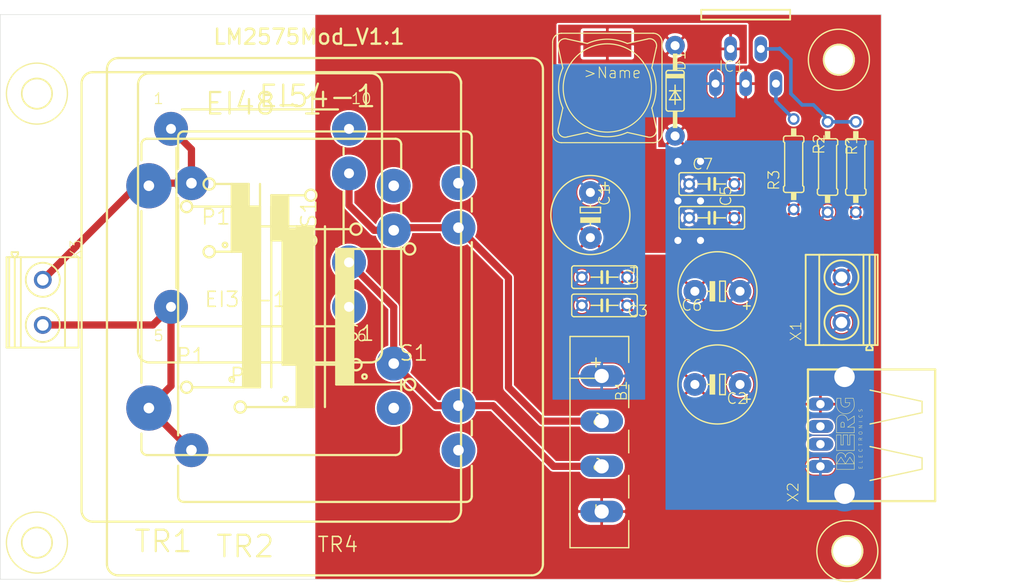
<source format=kicad_pcb>
(kicad_pcb (version 20171130) (host pcbnew 5.1.12-84ad8e8a86~92~ubuntu18.04.1)

  (general
    (thickness 1.6)
    (drawings 6)
    (tracks 45)
    (zones 0)
    (modules 24)
    (nets 13)
  )

  (page A4)
  (layers
    (0 Top signal)
    (31 Bottom signal)
    (32 B.Adhes user)
    (33 F.Adhes user)
    (34 B.Paste user)
    (35 F.Paste user)
    (36 B.SilkS user)
    (37 F.SilkS user)
    (38 B.Mask user)
    (39 F.Mask user)
    (40 Dwgs.User user)
    (41 Cmts.User user)
    (42 Eco1.User user)
    (43 Eco2.User user)
    (44 Edge.Cuts user)
    (45 Margin user)
    (46 B.CrtYd user)
    (47 F.CrtYd user)
    (48 B.Fab user)
    (49 F.Fab user)
  )

  (setup
    (last_trace_width 0.25)
    (trace_clearance 0.2)
    (zone_clearance 0.508)
    (zone_45_only no)
    (trace_min 0.2)
    (via_size 0.8)
    (via_drill 0.4)
    (via_min_size 0.4)
    (via_min_drill 0.3)
    (uvia_size 0.3)
    (uvia_drill 0.1)
    (uvias_allowed no)
    (uvia_min_size 0.2)
    (uvia_min_drill 0.1)
    (edge_width 0.05)
    (segment_width 0.2)
    (pcb_text_width 0.3)
    (pcb_text_size 1.5 1.5)
    (mod_edge_width 0.12)
    (mod_text_size 1 1)
    (mod_text_width 0.15)
    (pad_size 1.524 1.524)
    (pad_drill 0.762)
    (pad_to_mask_clearance 0)
    (aux_axis_origin 0 0)
    (visible_elements FFFFFF7F)
    (pcbplotparams
      (layerselection 0x010fc_ffffffff)
      (usegerberextensions false)
      (usegerberattributes true)
      (usegerberadvancedattributes true)
      (creategerberjobfile true)
      (excludeedgelayer true)
      (linewidth 0.100000)
      (plotframeref false)
      (viasonmask false)
      (mode 1)
      (useauxorigin false)
      (hpglpennumber 1)
      (hpglpenspeed 20)
      (hpglpendiameter 15.000000)
      (psnegative false)
      (psa4output false)
      (plotreference true)
      (plotvalue true)
      (plotinvisibletext false)
      (padsonsilk false)
      (subtractmaskfromsilk false)
      (outputformat 1)
      (mirror false)
      (drillshape 1)
      (scaleselection 1)
      (outputdirectory ""))
  )

  (net 0 "")
  (net 1 GND)
  (net 2 +5V)
  (net 3 /VFB)
  (net 4 /VIN)
  (net 5 /ON-)
  (net 6 /VSW)
  (net 7 "Net-(B1-PadAC2)")
  (net 8 "Net-(B1-PadAC1)")
  (net 9 /AC2)
  (net 10 /AC1)
  (net 11 "Net-(X2-Pad3)")
  (net 12 "Net-(X2-Pad2)")

  (net_class Default "This is the default net class."
    (clearance 0.2)
    (trace_width 0.25)
    (via_dia 0.8)
    (via_drill 0.4)
    (uvia_dia 0.3)
    (uvia_drill 0.1)
    (add_net +5V)
    (add_net /AC1)
    (add_net /AC2)
    (add_net /ON-)
    (add_net /VFB)
    (add_net /VIN)
    (add_net /VSW)
    (add_net GND)
    (add_net "Net-(B1-PadAC1)")
    (add_net "Net-(B1-PadAC2)")
    (add_net "Net-(X2-Pad2)")
    (add_net "Net-(X2-Pad3)")
  )

  (module LM2575Mod_V1.1:PN87520 (layer Top) (tedit 621CD12B) (tstamp 621BB17B)
    (at 193.9036 120.5611 90)
    (descr "<b>USB connector</b>")
    (path /DDF2E3E2)
    (fp_text reference X2 (at -7.62 -5.08 90) (layer F.SilkS)
      (effects (font (size 1.2065 1.2065) (thickness 0.09652)) (justify left bottom))
    )
    (fp_text value Val** (at 9.144 10.16 180) (layer F.Fab)
      (effects (font (size 1.2065 1.2065) (thickness 0.09652)) (justify right bottom))
    )
    (fp_text user "E L E C T R O N I C S" (at -3.81 2.04 90) (layer F.SilkS)
      (effects (font (size 0.38608 0.38608) (thickness 0.032512)) (justify left bottom))
    )
    (fp_arc (start 1.29 -0.2125) (end 1.29 -0.025) (angle -180) (layer F.SilkS) (width 0.0508))
    (fp_arc (start 1.665 -0.275) (end 1.665 0.35) (angle -180) (layer F.SilkS) (width 0.0508))
    (fp_arc (start 3.404599 -1.2749) (end 3.415 1.1) (angle -18.422836) (layer F.SilkS) (width 0.0508))
    (fp_arc (start 3.534647 2.7251) (end 3.415 -0.9) (angle 12.05913) (layer F.SilkS) (width 0.0508))
    (fp_arc (start 3.915 1.474999) (end 3.665 -0.4) (angle 15.189287) (layer F.SilkS) (width 0.0508))
    (fp_arc (start 3.415 0.1) (end 3.415 -0.9) (angle -180) (layer F.SilkS) (width 0.0508))
    (fp_arc (start 3.665 0.1) (end 3.665 -0.4) (angle -180) (layer F.SilkS) (width 0.0508))
    (fp_arc (start -2.46 0.6) (end -2.46 1.1) (angle -180) (layer F.SilkS) (width 0.0508))
    (fp_arc (start -2.46 -0.4) (end -2.46 0.1) (angle -180) (layer F.SilkS) (width 0.0508))
    (fp_line (start 4.165 0.1) (end 4.165 0.975) (layer F.SilkS) (width 0.0508))
    (fp_line (start 4.16 -0.4) (end 4.16 -0.845) (layer F.SilkS) (width 0.0508))
    (fp_line (start 3.665 0.1) (end 3.665 0.6) (layer F.SilkS) (width 0.0508))
    (fp_line (start 3.665 0.1) (end 4.165 0.1) (layer F.SilkS) (width 0.0508))
    (fp_line (start 0.915 -0.025) (end 1.29 -0.025) (layer F.SilkS) (width 0.0508))
    (fp_line (start 0.915 -0.4) (end 1.29 -0.4) (layer F.SilkS) (width 0.0508))
    (fp_line (start 0.29 -0.9) (end 1.665 -0.9) (layer F.SilkS) (width 0.0508))
    (fp_line (start 0.915 -0.4) (end 0.915 -0.025) (layer F.SilkS) (width 0.0508))
    (fp_line (start 2.165 1.1) (end 1.665 0.35) (layer F.SilkS) (width 0.0508))
    (fp_line (start 1.415 1.1) (end 2.165 1.1) (layer F.SilkS) (width 0.0508))
    (fp_line (start 0.915 0.35) (end 1.415 1.1) (layer F.SilkS) (width 0.0508))
    (fp_line (start 0.915 1.1) (end 0.915 0.35) (layer F.SilkS) (width 0.0508))
    (fp_line (start 0.29 1.1) (end 0.915 1.1) (layer F.SilkS) (width 0.0508))
    (fp_line (start 0.29 -0.9) (end 0.29 1.1) (layer F.SilkS) (width 0.0508))
    (fp_line (start 0.04 -0.9) (end -1.71 -0.9) (layer F.SilkS) (width 0.0508))
    (fp_line (start 0.04 -0.4) (end 0.04 -0.9) (layer F.SilkS) (width 0.0508))
    (fp_line (start -1.085 -0.4) (end 0.04 -0.4) (layer F.SilkS) (width 0.0508))
    (fp_line (start -1.085 -0.15) (end -1.085 -0.4) (layer F.SilkS) (width 0.0508))
    (fp_line (start 0.04 -0.15) (end -1.085 -0.15) (layer F.SilkS) (width 0.0508))
    (fp_line (start 0.04 0.35) (end 0.04 -0.15) (layer F.SilkS) (width 0.0508))
    (fp_line (start -1.085 0.35) (end 0.04 0.35) (layer F.SilkS) (width 0.0508))
    (fp_line (start -1.085 0.6) (end -1.085 0.35) (layer F.SilkS) (width 0.0508))
    (fp_line (start 0.04 0.6) (end -1.085 0.6) (layer F.SilkS) (width 0.0508))
    (fp_line (start 0.04 1.1) (end 0.04 0.6) (layer F.SilkS) (width 0.0508))
    (fp_line (start -1.71 1.1) (end 0.04 1.1) (layer F.SilkS) (width 0.0508))
    (fp_line (start -1.71 -0.9) (end -1.71 1.1) (layer F.SilkS) (width 0.0508))
    (fp_line (start -2.46 -0.9) (end -3.21 -0.9) (layer F.SilkS) (width 0.0508))
    (fp_line (start -2.46 1.1) (end -3.21 1.1) (layer F.SilkS) (width 0.0508))
    (fp_line (start -2.46 0.6) (end -3.21 1.1) (layer F.SilkS) (width 0.0508))
    (fp_line (start -3.21 0.1) (end -2.46 0.6) (layer F.SilkS) (width 0.0508))
    (fp_line (start -2.46 -0.4) (end -3.21 0.1) (layer F.SilkS) (width 0.0508))
    (fp_line (start -3.21 -0.9) (end -2.46 -0.4) (layer F.SilkS) (width 0.0508))
    (fp_line (start -3.21 -0.9) (end -3.835 -0.9) (layer F.SilkS) (width 0.0508))
    (fp_line (start -3.21 0.1) (end -3.21 -0.9) (layer F.SilkS) (width 0.0508))
    (fp_line (start -3.21 1.1) (end -3.21 0.1) (layer F.SilkS) (width 0.0508))
    (fp_line (start -3.835 1.1) (end -3.21 1.1) (layer F.SilkS) (width 0.0508))
    (fp_line (start -3.835 -0.9) (end -3.835 1.1) (layer F.SilkS) (width 0.0508))
    (fp_line (start 3.81 8.72) (end 5.08 2.87) (layer F.SilkS) (width 0.1524))
    (fp_line (start 2.54 8.72) (end 3.81 8.72) (layer F.SilkS) (width 0.1524))
    (fp_line (start 1.27 2.87) (end 2.54 8.72) (layer F.SilkS) (width 0.1524))
    (fp_line (start -2.54 8.72) (end -1.27 2.87) (layer F.SilkS) (width 0.1524))
    (fp_line (start -3.81 8.72) (end -2.54 8.72) (layer F.SilkS) (width 0.1524))
    (fp_line (start -5.08 2.87) (end -3.81 8.72) (layer F.SilkS) (width 0.1524))
    (fp_line (start -7.4 -4.11) (end -7.4 10.19) (layer F.SilkS) (width 0.254))
    (fp_line (start 7.4 -4.11) (end -7.4 -4.11) (layer F.SilkS) (width 0.254))
    (fp_line (start 7.4 10.19) (end 7.4 -4.11) (layer F.SilkS) (width 0.254))
    (fp_line (start -7.4 10.19) (end 7.4 10.19) (layer F.SilkS) (width 0.254))
    (pad "" thru_hole circle (at 6.57 0 90) (size 4 4) (drill 2.3) (layers *.Cu *.Mask))
    (pad "" thru_hole circle (at -6.57 0 90) (size 4 4) (drill 2.3) (layers *.Cu *.Mask))
    (pad 4 thru_hole oval (at 3.5 -2.71 180) (size 2.916 1.458) (drill 0.95) (layers *.Cu *.Mask)
      (net 1 GND) (solder_mask_margin 0.1016))
    (pad 1 thru_hole oval (at -3.5 -2.71 180) (size 2.916 1.458) (drill 0.95) (layers *.Cu *.Mask)
      (net 2 +5V) (solder_mask_margin 0.1016))
    (pad 3 thru_hole oval (at 1 -2.71 180) (size 2.916 1.458) (drill 0.95) (layers *.Cu *.Mask)
      (net 11 "Net-(X2-Pad3)") (solder_mask_margin 0.1016))
    (pad 2 thru_hole oval (at -1 -2.71 180) (size 2.916 1.458) (drill 0.95) (layers *.Cu *.Mask)
      (net 12 "Net-(X2-Pad2)") (solder_mask_margin 0.1016))
  )

  (module LM2575Mod_V1.1:0207_10 (layer Top) (tedit 0) (tstamp 621BAF6D)
    (at 191.9986 90.3986 270)
    (descr "<b>RESISTOR</b><p>\ntype 0207, grid 10 mm")
    (path /C17C8436)
    (fp_text reference R2 (at -1.3208 0.254 90) (layer F.SilkS)
      (effects (font (size 1.2065 1.2065) (thickness 0.12065)) (justify left bottom))
    )
    (fp_text value "METALL 3,09K" (at -0.0508 2.2352 90) (layer F.Fab)
      (effects (font (size 1.2065 1.2065) (thickness 0.12065)) (justify left bottom))
    )
    (fp_poly (pts (xy -4.0386 0.3048) (xy -3.175 0.3048) (xy -3.175 -0.3048) (xy -4.0386 -0.3048)) (layer F.SilkS) (width 0))
    (fp_poly (pts (xy 3.175 0.3048) (xy 4.0386 0.3048) (xy 4.0386 -0.3048) (xy 3.175 -0.3048)) (layer F.SilkS) (width 0))
    (fp_line (start 3.175 0.889) (end 3.175 -0.889) (layer F.SilkS) (width 0.1524))
    (fp_line (start 2.921 1.143) (end 2.54 1.143) (layer F.SilkS) (width 0.1524))
    (fp_line (start 2.921 -1.143) (end 2.54 -1.143) (layer F.SilkS) (width 0.1524))
    (fp_line (start 2.413 1.016) (end -2.413 1.016) (layer F.SilkS) (width 0.1524))
    (fp_line (start 2.413 1.016) (end 2.54 1.143) (layer F.SilkS) (width 0.1524))
    (fp_line (start 2.413 -1.016) (end -2.413 -1.016) (layer F.SilkS) (width 0.1524))
    (fp_line (start 2.413 -1.016) (end 2.54 -1.143) (layer F.SilkS) (width 0.1524))
    (fp_line (start -2.413 1.016) (end -2.54 1.143) (layer F.SilkS) (width 0.1524))
    (fp_line (start -2.921 1.143) (end -2.54 1.143) (layer F.SilkS) (width 0.1524))
    (fp_line (start -2.413 -1.016) (end -2.54 -1.143) (layer F.SilkS) (width 0.1524))
    (fp_line (start -2.921 -1.143) (end -2.54 -1.143) (layer F.SilkS) (width 0.1524))
    (fp_line (start -3.175 0.889) (end -3.175 -0.889) (layer F.SilkS) (width 0.1524))
    (fp_line (start -5.08 0) (end -4.064 0) (layer F.Fab) (width 0.6096))
    (fp_line (start 5.08 0) (end 4.064 0) (layer F.Fab) (width 0.6096))
    (fp_arc (start 2.921 -0.889) (end 2.921 -1.143) (angle 90) (layer F.SilkS) (width 0.1524))
    (fp_arc (start 2.921 0.889) (end 2.921 1.143) (angle -90) (layer F.SilkS) (width 0.1524))
    (fp_arc (start -2.921 0.889) (end -3.175 0.889) (angle -90) (layer F.SilkS) (width 0.1524))
    (fp_arc (start -2.921 -0.889) (end -3.175 -0.889) (angle 90) (layer F.SilkS) (width 0.1524))
    (pad 2 thru_hole circle (at 5.08 0 270) (size 1.3208 1.3208) (drill 0.8128) (layers *.Cu *.Mask)
      (net 2 +5V) (solder_mask_margin 0.1016))
    (pad 1 thru_hole circle (at -5.08 0 270) (size 1.3208 1.3208) (drill 0.8128) (layers *.Cu *.Mask)
      (net 3 /VFB) (solder_mask_margin 0.1016))
  )

  (module LM2575Mod_V1.1:0207_10 (layer Top) (tedit 0) (tstamp 621BAF86)
    (at 195.1736 90.3986 90)
    (descr "<b>RESISTOR</b><p>\ntype 0207, grid 10 mm")
    (path /8E03B7B5)
    (fp_text reference R1 (at 1.2192 0.254 90) (layer F.SilkS)
      (effects (font (size 1.2065 1.2065) (thickness 0.12065)) (justify left bottom))
    )
    (fp_text value "METALL 1,00K" (at -0.0508 2.2352 90) (layer F.Fab)
      (effects (font (size 1.2065 1.2065) (thickness 0.12065)) (justify left bottom))
    )
    (fp_poly (pts (xy -4.0386 0.3048) (xy -3.175 0.3048) (xy -3.175 -0.3048) (xy -4.0386 -0.3048)) (layer F.SilkS) (width 0))
    (fp_poly (pts (xy 3.175 0.3048) (xy 4.0386 0.3048) (xy 4.0386 -0.3048) (xy 3.175 -0.3048)) (layer F.SilkS) (width 0))
    (fp_line (start 3.175 0.889) (end 3.175 -0.889) (layer F.SilkS) (width 0.1524))
    (fp_line (start 2.921 1.143) (end 2.54 1.143) (layer F.SilkS) (width 0.1524))
    (fp_line (start 2.921 -1.143) (end 2.54 -1.143) (layer F.SilkS) (width 0.1524))
    (fp_line (start 2.413 1.016) (end -2.413 1.016) (layer F.SilkS) (width 0.1524))
    (fp_line (start 2.413 1.016) (end 2.54 1.143) (layer F.SilkS) (width 0.1524))
    (fp_line (start 2.413 -1.016) (end -2.413 -1.016) (layer F.SilkS) (width 0.1524))
    (fp_line (start 2.413 -1.016) (end 2.54 -1.143) (layer F.SilkS) (width 0.1524))
    (fp_line (start -2.413 1.016) (end -2.54 1.143) (layer F.SilkS) (width 0.1524))
    (fp_line (start -2.921 1.143) (end -2.54 1.143) (layer F.SilkS) (width 0.1524))
    (fp_line (start -2.413 -1.016) (end -2.54 -1.143) (layer F.SilkS) (width 0.1524))
    (fp_line (start -2.921 -1.143) (end -2.54 -1.143) (layer F.SilkS) (width 0.1524))
    (fp_line (start -3.175 0.889) (end -3.175 -0.889) (layer F.SilkS) (width 0.1524))
    (fp_line (start -5.08 0) (end -4.064 0) (layer F.Fab) (width 0.6096))
    (fp_line (start 5.08 0) (end 4.064 0) (layer F.Fab) (width 0.6096))
    (fp_arc (start 2.921 -0.889) (end 2.921 -1.143) (angle 90) (layer F.SilkS) (width 0.1524))
    (fp_arc (start 2.921 0.889) (end 2.921 1.143) (angle -90) (layer F.SilkS) (width 0.1524))
    (fp_arc (start -2.921 0.889) (end -3.175 0.889) (angle -90) (layer F.SilkS) (width 0.1524))
    (fp_arc (start -2.921 -0.889) (end -3.175 -0.889) (angle 90) (layer F.SilkS) (width 0.1524))
    (pad 2 thru_hole circle (at 5.08 0 90) (size 1.3208 1.3208) (drill 0.8128) (layers *.Cu *.Mask)
      (net 3 /VFB) (solder_mask_margin 0.1016))
    (pad 1 thru_hole circle (at -5.08 0 90) (size 1.3208 1.3208) (drill 0.8128) (layers *.Cu *.Mask)
      (net 1 GND) (solder_mask_margin 0.1016))
  )

  (module LM2575Mod_V1.1:E5-8,5 (layer Top) (tedit 0) (tstamp 621BAF9F)
    (at 165.3286 95.7961 270)
    (descr "<b>ELECTROLYTIC CAPACITOR</b><p>\ngrid 5.08 mm, diameter 8.5 mm")
    (path /A1FEA52E)
    (fp_text reference C1 (at -0.9398 -2.286 90) (layer F.SilkS)
      (effects (font (size 1.2065 1.2065) (thickness 0.12065)) (justify left bottom))
    )
    (fp_text value "RAD FC 470/35" (at -2.5146 3.0226 90) (layer F.Fab)
      (effects (font (size 1.2065 1.2065) (thickness 0.12065)) (justify left bottom))
    )
    (fp_poly (pts (xy 0.254 1.143) (xy 0.889 1.143) (xy 0.889 -1.143) (xy 0.254 -1.143)) (layer F.SilkS) (width 0))
    (fp_line (start -1.651 0) (end -1.143 0) (layer F.Fab) (width 0.1524))
    (fp_line (start 1.143 0) (end 1.651 0) (layer F.Fab) (width 0.1524))
    (fp_line (start -3.683 -1.651) (end -2.921 -1.651) (layer F.SilkS) (width 0.1524))
    (fp_line (start -3.302 -2.032) (end -3.302 -1.27) (layer F.SilkS) (width 0.1524))
    (fp_line (start 0.635 0) (end 1.143 0) (layer F.SilkS) (width 0.1524))
    (fp_line (start -0.889 -1.143) (end -0.889 0) (layer F.SilkS) (width 0.1524))
    (fp_line (start -0.254 -1.143) (end -0.889 -1.143) (layer F.SilkS) (width 0.1524))
    (fp_line (start -0.254 1.143) (end -0.254 -1.143) (layer F.SilkS) (width 0.1524))
    (fp_line (start -0.889 1.143) (end -0.254 1.143) (layer F.SilkS) (width 0.1524))
    (fp_line (start -0.889 0) (end -0.889 1.143) (layer F.SilkS) (width 0.1524))
    (fp_line (start -1.143 0) (end -0.889 0) (layer F.SilkS) (width 0.1524))
    (fp_circle (center 0 0) (end 4.445 0) (layer F.SilkS) (width 0.1524))
    (pad - thru_hole circle (at 2.54 0 270) (size 2.54 2.54) (drill 1.016) (layers *.Cu *.Mask)
      (net 1 GND) (solder_mask_margin 0.1016))
    (pad + thru_hole circle (at -2.54 0 270) (size 2.54 2.54) (drill 1.016) (layers *.Cu *.Mask)
      (net 4 /VIN) (solder_mask_margin 0.1016))
  )

  (module LM2575Mod_V1.1:E5-8,5 (layer Top) (tedit 0) (tstamp 621BAFB1)
    (at 179.6161 114.8461 180)
    (descr "<b>ELECTROLYTIC CAPACITOR</b><p>\ngrid 5.08 mm, diameter 8.5 mm")
    (path /785E8547)
    (fp_text reference C2 (at -0.9398 -2.286) (layer F.SilkS)
      (effects (font (size 1.2065 1.2065) (thickness 0.12065)) (justify left bottom))
    )
    (fp_text value "RAD LXZ 16/1K0" (at -2.5146 3.0226) (layer F.Fab)
      (effects (font (size 1.2065 1.2065) (thickness 0.12065)) (justify left bottom))
    )
    (fp_poly (pts (xy 0.254 1.143) (xy 0.889 1.143) (xy 0.889 -1.143) (xy 0.254 -1.143)) (layer F.SilkS) (width 0))
    (fp_line (start -1.651 0) (end -1.143 0) (layer F.Fab) (width 0.1524))
    (fp_line (start 1.143 0) (end 1.651 0) (layer F.Fab) (width 0.1524))
    (fp_line (start -3.683 -1.651) (end -2.921 -1.651) (layer F.SilkS) (width 0.1524))
    (fp_line (start -3.302 -2.032) (end -3.302 -1.27) (layer F.SilkS) (width 0.1524))
    (fp_line (start 0.635 0) (end 1.143 0) (layer F.SilkS) (width 0.1524))
    (fp_line (start -0.889 -1.143) (end -0.889 0) (layer F.SilkS) (width 0.1524))
    (fp_line (start -0.254 -1.143) (end -0.889 -1.143) (layer F.SilkS) (width 0.1524))
    (fp_line (start -0.254 1.143) (end -0.254 -1.143) (layer F.SilkS) (width 0.1524))
    (fp_line (start -0.889 1.143) (end -0.254 1.143) (layer F.SilkS) (width 0.1524))
    (fp_line (start -0.889 0) (end -0.889 1.143) (layer F.SilkS) (width 0.1524))
    (fp_line (start -1.143 0) (end -0.889 0) (layer F.SilkS) (width 0.1524))
    (fp_circle (center 0 0) (end 4.445 0) (layer F.SilkS) (width 0.1524))
    (pad - thru_hole circle (at 2.54 0 180) (size 2.54 2.54) (drill 1.016) (layers *.Cu *.Mask)
      (net 1 GND) (solder_mask_margin 0.1016))
    (pad + thru_hole circle (at -2.54 0 180) (size 2.54 2.54) (drill 1.016) (layers *.Cu *.Mask)
      (net 2 +5V) (solder_mask_margin 0.1016))
  )

  (module LM2575Mod_V1.1:C050-025X075 (layer Top) (tedit 0) (tstamp 621BAFC3)
    (at 166.9161 105.9561)
    (descr "<b>CAPACITOR</b><p>\ngrid 5 mm, outline 2.5 x 7.5 mm")
    (path /07332751)
    (fp_text reference C3 (at 2.4765 1.3335) (layer F.SilkS)
      (effects (font (size 1.2065 1.2065) (thickness 0.12065)) (justify left bottom))
    )
    (fp_text value "X7R-5 100N" (at -2.286 2.794) (layer F.Fab)
      (effects (font (size 1.2065 1.2065) (thickness 0.12065)) (justify left bottom))
    )
    (fp_line (start 3.429 -1.27) (end -3.429 -1.27) (layer F.SilkS) (width 0.1524))
    (fp_line (start 3.683 1.016) (end 3.683 -1.016) (layer F.SilkS) (width 0.1524))
    (fp_line (start -3.429 1.27) (end 3.429 1.27) (layer F.SilkS) (width 0.1524))
    (fp_line (start -3.683 -1.016) (end -3.683 1.016) (layer F.SilkS) (width 0.1524))
    (fp_line (start 0.3302 0) (end 1.524 0) (layer F.SilkS) (width 0.1524))
    (fp_line (start 0.3302 0) (end 0.3302 0.635) (layer F.SilkS) (width 0.3048))
    (fp_line (start 0.3302 -0.635) (end 0.3302 0) (layer F.SilkS) (width 0.3048))
    (fp_line (start -0.3048 0) (end -1.524 0) (layer F.SilkS) (width 0.1524))
    (fp_line (start -0.3048 0) (end -0.3048 0.635) (layer F.SilkS) (width 0.3048))
    (fp_line (start -0.3048 -0.635) (end -0.3048 0) (layer F.SilkS) (width 0.3048))
    (fp_arc (start -3.429 -1.016) (end -3.683 -1.016) (angle 90) (layer F.SilkS) (width 0.1524))
    (fp_arc (start -3.429 1.016) (end -3.683 1.016) (angle -90) (layer F.SilkS) (width 0.1524))
    (fp_arc (start 3.429 1.016) (end 3.429 1.27) (angle -90) (layer F.SilkS) (width 0.1524))
    (fp_arc (start 3.429 -1.016) (end 3.429 -1.27) (angle 90) (layer F.SilkS) (width 0.1524))
    (pad 2 thru_hole circle (at 2.54 0) (size 1.3208 1.3208) (drill 0.8128) (layers *.Cu *.Mask)
      (net 1 GND) (solder_mask_margin 0.1016))
    (pad 1 thru_hole circle (at -2.54 0) (size 1.3208 1.3208) (drill 0.8128) (layers *.Cu *.Mask)
      (net 4 /VIN) (solder_mask_margin 0.1016))
  )

  (module LM2575Mod_V1.1:C050-025X075 (layer Top) (tedit 0) (tstamp 621BAFD6)
    (at 178.9811 96.1136)
    (descr "<b>CAPACITOR</b><p>\ngrid 5 mm, outline 2.5 x 7.5 mm")
    (path /F4C5BE4E)
    (fp_text reference C5 (at 2.286 -1.2065 90) (layer F.SilkS)
      (effects (font (size 1.2065 1.2065) (thickness 0.12065)) (justify left bottom))
    )
    (fp_text value "X7R-5 100N" (at 4.064 1.016 90) (layer F.Fab)
      (effects (font (size 1.2065 1.2065) (thickness 0.12065)) (justify left bottom))
    )
    (fp_line (start 3.429 -1.27) (end -3.429 -1.27) (layer F.SilkS) (width 0.1524))
    (fp_line (start 3.683 1.016) (end 3.683 -1.016) (layer F.SilkS) (width 0.1524))
    (fp_line (start -3.429 1.27) (end 3.429 1.27) (layer F.SilkS) (width 0.1524))
    (fp_line (start -3.683 -1.016) (end -3.683 1.016) (layer F.SilkS) (width 0.1524))
    (fp_line (start 0.3302 0) (end 1.524 0) (layer F.SilkS) (width 0.1524))
    (fp_line (start 0.3302 0) (end 0.3302 0.635) (layer F.SilkS) (width 0.3048))
    (fp_line (start 0.3302 -0.635) (end 0.3302 0) (layer F.SilkS) (width 0.3048))
    (fp_line (start -0.3048 0) (end -1.524 0) (layer F.SilkS) (width 0.1524))
    (fp_line (start -0.3048 0) (end -0.3048 0.635) (layer F.SilkS) (width 0.3048))
    (fp_line (start -0.3048 -0.635) (end -0.3048 0) (layer F.SilkS) (width 0.3048))
    (fp_arc (start -3.429 -1.016) (end -3.683 -1.016) (angle 90) (layer F.SilkS) (width 0.1524))
    (fp_arc (start -3.429 1.016) (end -3.683 1.016) (angle -90) (layer F.SilkS) (width 0.1524))
    (fp_arc (start 3.429 1.016) (end 3.429 1.27) (angle -90) (layer F.SilkS) (width 0.1524))
    (fp_arc (start 3.429 -1.016) (end 3.429 -1.27) (angle 90) (layer F.SilkS) (width 0.1524))
    (pad 2 thru_hole circle (at 2.54 0) (size 1.3208 1.3208) (drill 0.8128) (layers *.Cu *.Mask)
      (net 1 GND) (solder_mask_margin 0.1016))
    (pad 1 thru_hole circle (at -2.54 0) (size 1.3208 1.3208) (drill 0.8128) (layers *.Cu *.Mask)
      (net 2 +5V) (solder_mask_margin 0.1016))
  )

  (module LM2575Mod_V1.1:C050-025X075 (layer Top) (tedit 0) (tstamp 621BAFE9)
    (at 166.9161 102.7811)
    (descr "<b>CAPACITOR</b><p>\ngrid 5 mm, outline 2.5 x 7.5 mm")
    (path /259B94EB)
    (fp_text reference C4 (at 3.8735 1.016 90) (layer F.SilkS)
      (effects (font (size 1.2065 1.2065) (thickness 0.12065)) (justify left bottom))
    )
    (fp_text value "X7R-5 100N" (at 5.334 2.286 90) (layer F.Fab)
      (effects (font (size 1.2065 1.2065) (thickness 0.12065)) (justify left bottom))
    )
    (fp_line (start 3.429 -1.27) (end -3.429 -1.27) (layer F.SilkS) (width 0.1524))
    (fp_line (start 3.683 1.016) (end 3.683 -1.016) (layer F.SilkS) (width 0.1524))
    (fp_line (start -3.429 1.27) (end 3.429 1.27) (layer F.SilkS) (width 0.1524))
    (fp_line (start -3.683 -1.016) (end -3.683 1.016) (layer F.SilkS) (width 0.1524))
    (fp_line (start 0.3302 0) (end 1.524 0) (layer F.SilkS) (width 0.1524))
    (fp_line (start 0.3302 0) (end 0.3302 0.635) (layer F.SilkS) (width 0.3048))
    (fp_line (start 0.3302 -0.635) (end 0.3302 0) (layer F.SilkS) (width 0.3048))
    (fp_line (start -0.3048 0) (end -1.524 0) (layer F.SilkS) (width 0.1524))
    (fp_line (start -0.3048 0) (end -0.3048 0.635) (layer F.SilkS) (width 0.3048))
    (fp_line (start -0.3048 -0.635) (end -0.3048 0) (layer F.SilkS) (width 0.3048))
    (fp_arc (start -3.429 -1.016) (end -3.683 -1.016) (angle 90) (layer F.SilkS) (width 0.1524))
    (fp_arc (start -3.429 1.016) (end -3.683 1.016) (angle -90) (layer F.SilkS) (width 0.1524))
    (fp_arc (start 3.429 1.016) (end 3.429 1.27) (angle -90) (layer F.SilkS) (width 0.1524))
    (fp_arc (start 3.429 -1.016) (end 3.429 -1.27) (angle 90) (layer F.SilkS) (width 0.1524))
    (pad 2 thru_hole circle (at 2.54 0) (size 1.3208 1.3208) (drill 0.8128) (layers *.Cu *.Mask)
      (net 1 GND) (solder_mask_margin 0.1016))
    (pad 1 thru_hole circle (at -2.54 0) (size 1.3208 1.3208) (drill 0.8128) (layers *.Cu *.Mask)
      (net 4 /VIN) (solder_mask_margin 0.1016))
  )

  (module LM2575Mod_V1.1:TO220-5 (layer Top) (tedit 0) (tstamp 621BAFFC)
    (at 182.7911 77.6986)
    (path /D4FC772B)
    (fp_text reference IC1 (at -3.1115 2.0955) (layer F.SilkS)
      (effects (font (size 1.2065 1.2065) (thickness 0.09652)) (justify left bottom))
    )
    (fp_text value "LM 2575 T-ADJ" (at -3.1115 -0.8255) (layer F.Fab)
      (effects (font (size 1.2065 1.2065) (thickness 0.09652)) (justify left bottom))
    )
    (fp_line (start -5 -3.88) (end 5 -3.88) (layer F.SilkS) (width 0.2032))
    (fp_line (start 5 -4.98) (end -5 -4.98) (layer F.SilkS) (width 0.2032))
    (fp_line (start 5 -3.88) (end 5 -4.98) (layer F.SilkS) (width 0.2032))
    (fp_line (start -5 -4.98) (end -5 -3.88) (layer F.SilkS) (width 0.2032))
    (pad 5 thru_hole oval (at 3.4 3.32 90) (size 2.816 1.408) (drill 0.9) (layers *.Cu *.Mask)
      (net 5 /ON-) (solder_mask_margin 0.1016))
    (pad 4 thru_hole oval (at 1.7 -0.58 90) (size 2.816 1.408) (drill 0.9) (layers *.Cu *.Mask)
      (net 3 /VFB) (solder_mask_margin 0.1016))
    (pad 3 thru_hole oval (at 0 3.32 90) (size 2.816 1.408) (drill 0.9) (layers *.Cu *.Mask)
      (net 1 GND) (solder_mask_margin 0.1016))
    (pad 2 thru_hole oval (at -1.7 -0.58 90) (size 2.816 1.408) (drill 0.9) (layers *.Cu *.Mask)
      (net 6 /VSW) (solder_mask_margin 0.1016))
    (pad 1 thru_hole oval (at -3.4 3.32 90) (size 2.816 1.408) (drill 0.9) (layers *.Cu *.Mask)
      (net 4 /VIN) (solder_mask_margin 0.1016))
  )

  (module LM2575Mod_V1.1:DO35-10-1 (layer Top) (tedit 0) (tstamp 621BB008)
    (at 174.8536 81.8261 270)
    (descr "<B>DIODE</B><p>\ndiameter 2 mm, horizontal, grid 10.16 mm")
    (path /C21F5250)
    (fp_text reference D1 (at -2.159 -1.27 90) (layer F.SilkS)
      (effects (font (size 1.2065 1.2065) (thickness 0.12065)) (justify left bottom))
    )
    (fp_text value "1N 5819" (at -2.159 -2.7305 90) (layer F.Fab)
      (effects (font (size 1.2065 1.2065) (thickness 0.12065)) (justify left bottom))
    )
    (fp_poly (pts (xy -4.191 0.254) (xy -2.286 0.254) (xy -2.286 -0.254) (xy -4.191 -0.254)) (layer F.SilkS) (width 0))
    (fp_poly (pts (xy 2.286 0.254) (xy 4.191 0.254) (xy 4.191 -0.254) (xy 2.286 -0.254)) (layer F.SilkS) (width 0))
    (fp_poly (pts (xy -1.905 1.016) (xy -1.397 1.016) (xy -1.397 -1.016) (xy -1.905 -1.016)) (layer F.SilkS) (width 0))
    (fp_line (start -2.032 1.016) (end 2.032 1.016) (layer F.SilkS) (width 0.1524))
    (fp_line (start -2.032 -1.016) (end 2.032 -1.016) (layer F.SilkS) (width 0.1524))
    (fp_line (start -2.286 -0.762) (end -2.286 0.762) (layer F.SilkS) (width 0.1524))
    (fp_line (start 2.286 0.762) (end 2.286 -0.762) (layer F.SilkS) (width 0.1524))
    (fp_line (start 0 0) (end 0 0.635) (layer F.SilkS) (width 0.1524))
    (fp_line (start 0 -0.635) (end 0 0) (layer F.SilkS) (width 0.1524))
    (fp_line (start 0 0) (end 1.016 -0.635) (layer F.SilkS) (width 0.1524))
    (fp_line (start 0 0) (end 1.524 0) (layer F.SilkS) (width 0.1524))
    (fp_line (start 1.016 0.635) (end 0 0) (layer F.SilkS) (width 0.1524))
    (fp_line (start 1.016 -0.635) (end 1.016 0.635) (layer F.SilkS) (width 0.1524))
    (fp_line (start -0.635 0) (end 0 0) (layer F.SilkS) (width 0.1524))
    (fp_line (start -5.08 0) (end -4.191 0) (layer F.Fab) (width 0.508))
    (fp_line (start 5.08 0) (end 4.191 0) (layer F.Fab) (width 0.508))
    (fp_arc (start 2.032 0.762) (end 2.032 1.016) (angle -90) (layer F.SilkS) (width 0.1524))
    (fp_arc (start -2.032 0.762) (end -2.286 0.762) (angle -90) (layer F.SilkS) (width 0.1524))
    (fp_arc (start -2.032 -0.762) (end -2.286 -0.762) (angle 90) (layer F.SilkS) (width 0.1524))
    (fp_arc (start 2.032 -0.762) (end 2.032 -1.016) (angle 90) (layer F.SilkS) (width 0.1524))
    (pad C thru_hole circle (at -5.08 0 270) (size 2.1844 2.1844) (drill 1.016) (layers *.Cu *.Mask)
      (net 6 /VSW) (solder_mask_margin 0.1016))
    (pad A thru_hole circle (at 5.08 0 270) (size 2.1844 2.1844) (drill 1.016) (layers *.Cu *.Mask)
      (net 1 GND) (solder_mask_margin 0.1016))
  )

  (module LM2575Mod_V1.1:3,2 (layer Top) (tedit 0) (tstamp 621BB021)
    (at 103.0986 82.1436)
    (descr "<b>MOUNTING HOLE</b> 3.2 mm with drill center")
    (path /54E7B095)
    (fp_text reference H1 (at 0 0) (layer F.SilkS) hide
      (effects (font (size 1.27 1.27) (thickness 0.15)))
    )
    (fp_text value MOUNT-HOLE3.2 (at 0 0) (layer F.SilkS) hide
      (effects (font (size 1.27 1.27) (thickness 0.15)))
    )
    (fp_circle (center 0 0) (end 1.7 0) (layer F.SilkS) (width 0.2032))
    (fp_circle (center 0 0) (end 3.048 0) (layer Dwgs.User) (width 2.032))
    (fp_circle (center 0 0) (end 3.048 0) (layer Dwgs.User) (width 2.032))
    (fp_circle (center 0 0) (end 3.048 0) (layer Dwgs.User) (width 2.032))
    (fp_circle (center 0 0) (end 3.048 0) (layer Dwgs.User) (width 2.032))
    (fp_circle (center 0 0) (end 3.048 0) (layer Dwgs.User) (width 2.032))
    (fp_circle (center 0 0) (end 0.762 0) (layer F.Fab) (width 0.4572))
    (fp_circle (center 0 0) (end 3.429 0) (layer F.SilkS) (width 0.1524))
    (fp_arc (start 0 0) (end 0 -2.159) (angle 90) (layer F.Fab) (width 2.4892))
    (fp_arc (start 0 0) (end -2.159 0) (angle -90) (layer F.Fab) (width 2.4892))
    (pad "" np_thru_hole circle (at 0 0) (size 3.2 3.2) (drill 3.2) (layers *.Cu *.Mask))
  )

  (module LM2575Mod_V1.1:3,2 (layer Top) (tedit 0) (tstamp 621BB02F)
    (at 193.2686 78.3336)
    (descr "<b>MOUNTING HOLE</b> 3.2 mm with drill center")
    (path /FFEB2954)
    (fp_text reference H2 (at 0 0) (layer F.SilkS) hide
      (effects (font (size 1.27 1.27) (thickness 0.15)))
    )
    (fp_text value MOUNT-HOLE3.2 (at 0 0) (layer F.SilkS) hide
      (effects (font (size 1.27 1.27) (thickness 0.15)))
    )
    (fp_circle (center 0 0) (end 1.7 0) (layer F.SilkS) (width 0.2032))
    (fp_circle (center 0 0) (end 3.048 0) (layer Dwgs.User) (width 2.032))
    (fp_circle (center 0 0) (end 3.048 0) (layer Dwgs.User) (width 2.032))
    (fp_circle (center 0 0) (end 3.048 0) (layer Dwgs.User) (width 2.032))
    (fp_circle (center 0 0) (end 3.048 0) (layer Dwgs.User) (width 2.032))
    (fp_circle (center 0 0) (end 3.048 0) (layer Dwgs.User) (width 2.032))
    (fp_circle (center 0 0) (end 0.762 0) (layer F.Fab) (width 0.4572))
    (fp_circle (center 0 0) (end 3.429 0) (layer F.SilkS) (width 0.1524))
    (fp_arc (start 0 0) (end 0 -2.159) (angle 90) (layer F.Fab) (width 2.4892))
    (fp_arc (start 0 0) (end -2.159 0) (angle -90) (layer F.Fab) (width 2.4892))
    (pad "" np_thru_hole circle (at 0 0) (size 3.2 3.2) (drill 3.2) (layers *.Cu *.Mask))
  )

  (module LM2575Mod_V1.1:3,2 (layer Top) (tedit 0) (tstamp 621BB03D)
    (at 103.0986 132.6261)
    (descr "<b>MOUNTING HOLE</b> 3.2 mm with drill center")
    (path /CAE5E1D2)
    (fp_text reference H3 (at 0 0) (layer F.SilkS) hide
      (effects (font (size 1.27 1.27) (thickness 0.15)))
    )
    (fp_text value MOUNT-HOLE3.2 (at 0 0) (layer F.SilkS) hide
      (effects (font (size 1.27 1.27) (thickness 0.15)))
    )
    (fp_circle (center 0 0) (end 1.7 0) (layer F.SilkS) (width 0.2032))
    (fp_circle (center 0 0) (end 3.048 0) (layer Dwgs.User) (width 2.032))
    (fp_circle (center 0 0) (end 3.048 0) (layer Dwgs.User) (width 2.032))
    (fp_circle (center 0 0) (end 3.048 0) (layer Dwgs.User) (width 2.032))
    (fp_circle (center 0 0) (end 3.048 0) (layer Dwgs.User) (width 2.032))
    (fp_circle (center 0 0) (end 3.048 0) (layer Dwgs.User) (width 2.032))
    (fp_circle (center 0 0) (end 0.762 0) (layer F.Fab) (width 0.4572))
    (fp_circle (center 0 0) (end 3.429 0) (layer F.SilkS) (width 0.1524))
    (fp_arc (start 0 0) (end 0 -2.159) (angle 90) (layer F.Fab) (width 2.4892))
    (fp_arc (start 0 0) (end -2.159 0) (angle -90) (layer F.Fab) (width 2.4892))
    (pad "" np_thru_hole circle (at 0 0) (size 3.2 3.2) (drill 3.2) (layers *.Cu *.Mask))
  )

  (module LM2575Mod_V1.1:3,2 (layer Top) (tedit 0) (tstamp 621BB04B)
    (at 194.2211 133.5786)
    (descr "<b>MOUNTING HOLE</b> 3.2 mm with drill center")
    (path /8E35FD77)
    (fp_text reference H4 (at 0 0) (layer F.SilkS) hide
      (effects (font (size 1.27 1.27) (thickness 0.15)))
    )
    (fp_text value MOUNT-HOLE3.2 (at 0 0) (layer F.SilkS) hide
      (effects (font (size 1.27 1.27) (thickness 0.15)))
    )
    (fp_circle (center 0 0) (end 1.7 0) (layer F.SilkS) (width 0.2032))
    (fp_circle (center 0 0) (end 3.048 0) (layer Dwgs.User) (width 2.032))
    (fp_circle (center 0 0) (end 3.048 0) (layer Dwgs.User) (width 2.032))
    (fp_circle (center 0 0) (end 3.048 0) (layer Dwgs.User) (width 2.032))
    (fp_circle (center 0 0) (end 3.048 0) (layer Dwgs.User) (width 2.032))
    (fp_circle (center 0 0) (end 3.048 0) (layer Dwgs.User) (width 2.032))
    (fp_circle (center 0 0) (end 0.762 0) (layer F.Fab) (width 0.4572))
    (fp_circle (center 0 0) (end 3.429 0) (layer F.SilkS) (width 0.1524))
    (fp_arc (start 0 0) (end 0 -2.159) (angle 90) (layer F.Fab) (width 2.4892))
    (fp_arc (start 0 0) (end -2.159 0) (angle -90) (layer F.Fab) (width 2.4892))
    (pad "" np_thru_hole circle (at 0 0) (size 3.2 3.2) (drill 3.2) (layers *.Cu *.Mask))
  )

  (module LM2575Mod_V1.1:KBU (layer Top) (tedit 621CCABD) (tstamp 621BB059)
    (at 164.0586 121.5136 270)
    (descr "<b>DIOTEC RECTIFIER</b>")
    (path /36326146)
    (fp_text reference B1 (at -4.699 -5.461 90) (layer F.SilkS)
      (effects (font (size 1.2065 1.2065) (thickness 0.12065)) (justify left bottom))
    )
    (fp_text value "KBU4G DIO" (at -4.445 0.635 90) (layer F.Fab)
      (effects (font (size 1.2065 1.2065) (thickness 0.12065)) (justify left bottom))
    )
    (fp_line (start -12.061 1.021) (end -12.061 -5.583) (layer F.SilkS) (width 0.1524))
    (fp_line (start 11.688 -5.583) (end 11.688 1.021) (layer F.SilkS) (width 0.1524))
    (fp_line (start -9.648 -1.9) (end -8.632 -1.9) (layer F.SilkS) (width 0.1524))
    (fp_line (start -9.14 -1.392) (end -9.14 -2.408) (layer F.SilkS) (width 0.1524))
    (fp_line (start 6.862 -1.9) (end 7.878 -1.9) (layer F.SilkS) (width 0.1524))
    (fp_line (start 8.64 -5.583) (end 11.688 -5.583) (layer F.SilkS) (width 0.1524))
    (fp_line (start 8.64 -5.583) (end 6.1 -5.583) (layer F.Fab) (width 0.1524))
    (fp_line (start 3.56 -5.583) (end 6.1 -5.583) (layer F.SilkS) (width 0.1524))
    (fp_line (start 3.56 -5.583) (end 1.02 -5.583) (layer F.Fab) (width 0.1524))
    (fp_line (start -1.52 -5.583) (end 1.02 -5.583) (layer F.SilkS) (width 0.1524))
    (fp_line (start -1.52 -5.583) (end -4.06 -5.583) (layer F.Fab) (width 0.1524))
    (fp_line (start -9.14 -5.583) (end -7.362 -5.583) (layer F.Fab) (width 0.1524))
    (fp_line (start -7.362 -5.583) (end -6.6 -5.583) (layer F.Fab) (width 0.1524))
    (fp_line (start -4.06 -5.583) (end -6.6 -5.583) (layer F.SilkS) (width 0.1524))
    (fp_line (start -12.061 -5.583) (end -9.14 -5.583) (layer F.SilkS) (width 0.1524))
    (fp_line (start -12.061 1.021) (end -7.362 1.021) (layer F.SilkS) (width 0.1524))
    (fp_line (start -7.362 1.021) (end 11.688 1.021) (layer F.SilkS) (width 0.1524))
    (fp_line (start -7.362 -5.583) (end -7.362 -2.662) (layer F.Fab) (width 0.1524))
    (fp_line (start -7.362 -2.662) (end -7.362 1.021) (layer F.SilkS) (width 0.1524))
    (fp_poly (pts (xy -12.188 1.148) (xy 11.815 1.148) (xy 11.815 -5.71) (xy -12.188 -5.71)) (layer Dwgs.User) (width 0))
    (fp_arc (start 1.9852 -2.026999) (end 1.655 -2.027) (angle 180) (layer F.SilkS) (width 0.1524))
    (fp_arc (start 2.6456 -2.027) (end 2.3154 -2.027) (angle -180) (layer F.SilkS) (width 0.1524))
    (fp_arc (start -3.0948 -2.026999) (end -3.425 -2.027) (angle 180) (layer F.SilkS) (width 0.1524))
    (fp_arc (start -2.4344 -2.027) (end -2.7646 -2.027) (angle -180) (layer F.SilkS) (width 0.1524))
    (pad - thru_hole oval (at 7.62 -2.54) (size 4.8006 2.4003) (drill 1.6002) (layers *.Cu *.Mask)
      (net 1 GND) (solder_mask_margin 0.1016))
    (pad AC2 thru_hole oval (at 2.54 -2.54) (size 4.8006 2.4003) (drill 1.6002) (layers *.Cu *.Mask)
      (net 7 "Net-(B1-PadAC2)") (solder_mask_margin 0.1016))
    (pad AC1 thru_hole oval (at -2.54 -2.54) (size 4.8006 2.4003) (drill 1.6002) (layers *.Cu *.Mask)
      (net 8 "Net-(B1-PadAC1)") (solder_mask_margin 0.1016))
    (pad + thru_hole oval (at -7.62 -2.54) (size 4.8006 2.4003) (drill 1.6002) (layers *.Cu *.Mask)
      (net 4 /VIN) (solder_mask_margin 0.1016))
  )

  (module LM2575Mod_V1.1:MKDSN1,5_2-5,08 (layer Top) (tedit 0) (tstamp 621BB078)
    (at 193.5861 105.3211 90)
    (descr "<b>MKDSN 1,5/ 2-5,08</b> Printklemme<p>\nNennstrom: 13,5 A<br>\nNennspannung: 250 V<br>\nRastermaß: 5,08 mm<br>\nPolzahl: 2<br>\nAnschlussart: Schraubanschluss<br>\nMontage: Löten<br>\nAnschlussrichtung Leiter/Platine: 0 °<br>\nArtikelnummer: 1729128<br>\nSource: http://eshop.phoenixcontact.com .. 1729128.pdf")
    (path /753049C4)
    (fp_text reference X1 (at -4.7511 -4.445 90) (layer F.SilkS)
      (effects (font (size 1.2065 1.2065) (thickness 0.09652)) (justify left bottom))
    )
    (fp_text value MKDSN1,5_2-5,08 (at 6.985 3.81) (layer F.Fab)
      (effects (font (size 1.2065 1.2065) (thickness 0.09652)) (justify left bottom))
    )
    (fp_circle (center 2.5189 -0.025) (end 4.4339 -0.025) (layer F.SilkS) (width 0.2032))
    (fp_circle (center -2.5611 -0.025) (end -0.6461 -0.025) (layer F.SilkS) (width 0.2032))
    (fp_line (start 5.0589 3.75) (end 5.0589 4.05) (layer F.SilkS) (width 0.2032))
    (fp_line (start -5.1011 3.75) (end -5.1011 4.05) (layer F.SilkS) (width 0.2032))
    (fp_line (start 5.0589 3.75) (end -5.1011 3.75) (layer F.SilkS) (width 0.2032))
    (fp_line (start -5.1011 -2.5243) (end -5.1011 -4.05) (layer F.SilkS) (width 0.2032))
    (fp_line (start -5.1011 -4.05) (end 5.0589 -4.05) (layer F.SilkS) (width 0.2032))
    (fp_line (start 5.0589 3.75) (end 5.0589 3.1279) (layer F.SilkS) (width 0.2032))
    (fp_line (start -5.1011 3.75) (end -5.1011 3.327) (layer F.SilkS) (width 0.2032))
    (fp_line (start 5.0589 -2.5243) (end 5.0589 -4.05) (layer F.SilkS) (width 0.2032))
    (fp_line (start 5.0589 -2.5243) (end 5.0589 -2.0413) (layer F.SilkS) (width 0.2032))
    (fp_line (start 5.0589 1.9555) (end 5.0589 -2.0413) (layer F.SilkS) (width 0.2032))
    (fp_line (start 5.0589 3.1279) (end 5.0589 2.4479) (layer F.SilkS) (width 0.2032))
    (fp_line (start -5.1011 3.1279) (end 5.0589 3.1279) (layer F.SilkS) (width 0.2032))
    (fp_line (start -0.9931 -1.098) (end -1.9311 -0.16) (layer F.Fab) (width 0.2032))
    (fp_line (start -2.4421 -0.639) (end -1.4881 -1.593) (layer F.Fab) (width 0.2032))
    (fp_line (start -2.5611 -0.52) (end -2.4421 -0.639) (layer F.Fab) (width 0.2032))
    (fp_line (start -1.9311 -0.16) (end -2.5611 0.47) (layer F.Fab) (width 0.2032))
    (fp_line (start 2.5189 -0.52) (end 2.6379 -0.639) (layer F.Fab) (width 0.2032))
    (fp_line (start 3.1489 -0.16) (end 2.5189 0.47) (layer F.Fab) (width 0.2032))
    (fp_line (start 2.6379 -0.639) (end 3.5919 -1.593) (layer F.Fab) (width 0.2032))
    (fp_line (start 4.0869 -1.098) (end 3.1489 -0.16) (layer F.Fab) (width 0.2032))
    (fp_line (start 2.5189 0.47) (end 2.3589 0.63) (layer F.Fab) (width 0.2032))
    (fp_line (start 1.8799 0.119) (end 2.5189 -0.52) (layer F.Fab) (width 0.2032))
    (fp_line (start 2.3589 0.63) (end 1.4459 1.543) (layer F.Fab) (width 0.2032))
    (fp_line (start 5.0589 1.9555) (end 5.0589 2.4479) (layer F.SilkS) (width 0.2032))
    (fp_line (start 0.9509 1.048) (end 1.8799 0.119) (layer F.Fab) (width 0.2032))
    (fp_line (start -4.1291 1.048) (end -3.2001 0.119) (layer F.Fab) (width 0.2032))
    (fp_line (start -3.2001 0.119) (end -2.5611 -0.52) (layer F.Fab) (width 0.2032))
    (fp_line (start -2.5611 0.47) (end -2.7211 0.63) (layer F.Fab) (width 0.2032))
    (fp_line (start 5.0589 2.4479) (end -5.1011 2.4479) (layer F.SilkS) (width 0.2032))
    (fp_line (start -5.4081 2.763) (end -5.2298 2.913) (layer F.SilkS) (width 0.2032))
    (fp_line (start -5.1011 1.9555) (end -5.1011 -2.0413) (layer F.SilkS) (width 0.2032))
    (fp_line (start -5.1011 -2.5243) (end -5.1011 -2.0413) (layer F.SilkS) (width 0.2032))
    (fp_line (start -5.6711 2.763) (end -5.6711 3.477) (layer F.SilkS) (width 0.2032))
    (fp_line (start -5.2298 3.327) (end -5.4081 3.477) (layer F.SilkS) (width 0.2032))
    (fp_line (start -5.1011 2.913) (end -5.1011 2.4479) (layer F.SilkS) (width 0.2032))
    (fp_line (start -5.6711 3.477) (end -5.4081 3.477) (layer F.SilkS) (width 0.2032))
    (fp_line (start -5.6711 2.763) (end -5.4081 2.763) (layer F.SilkS) (width 0.2032))
    (fp_line (start -5.1011 3.327) (end -5.1011 3.1279) (layer F.SilkS) (width 0.2032))
    (fp_line (start -5.1011 3.1279) (end -5.1011 2.913) (layer F.SilkS) (width 0.2032))
    (fp_line (start -5.2298 2.913) (end -5.1011 2.913) (layer F.SilkS) (width 0.2032))
    (fp_line (start -5.1011 3.327) (end -5.2298 3.327) (layer F.SilkS) (width 0.2032))
    (fp_line (start -5.1011 1.9555) (end -5.1011 2.4479) (layer F.SilkS) (width 0.2032))
    (fp_line (start -2.7211 0.63) (end -3.6341 1.543) (layer F.Fab) (width 0.2032))
    (fp_line (start -5.1011 -2.5243) (end 5.0589 -2.5243) (layer F.SilkS) (width 0.2032))
    (fp_line (start -5.1011 4.05) (end 5.0589 4.05) (layer F.SilkS) (width 0.2032))
    (fp_arc (start -2.561082 0) (end -1.9311 -0.16) (angle -65.201851) (layer F.Fab) (width 0.2032))
    (fp_arc (start 2.518917 0) (end 3.1489 -0.16) (angle -65.201851) (layer F.Fab) (width 0.2032))
    (fp_arc (start 2.518899 0.000017) (end 1.8799 0.119) (angle -65.201851) (layer F.Fab) (width 0.2032))
    (fp_arc (start -2.5611 0.000017) (end -3.2001 0.119) (angle -65.201851) (layer F.Fab) (width 0.2032))
    (pad 2 thru_hole circle (at 2.5189 -0.025 90) (size 2 2) (drill 1.3) (layers *.Cu *.Mask)
      (net 1 GND) (solder_mask_margin 0.1016))
    (pad 1 thru_hole circle (at -2.5611 -0.025 90) (size 2 2) (drill 1.3) (layers *.Cu *.Mask)
      (net 2 +5V) (solder_mask_margin 0.1016))
  )

  (module LM2575Mod_V1.1:0207_10 (layer Top) (tedit 0) (tstamp 621BB0A8)
    (at 188.1886 90.0811 90)
    (descr "<b>RESISTOR</b><p>\ntype 0207, grid 10 mm")
    (path /464A77FB)
    (fp_text reference R3 (at -3.048 -1.524 90) (layer F.SilkS)
      (effects (font (size 1.2065 1.2065) (thickness 0.12065)) (justify left bottom))
    )
    (fp_text value "1/4W 47K" (at -2.2606 0.635 90) (layer F.Fab)
      (effects (font (size 1.2065 1.2065) (thickness 0.12065)) (justify left bottom))
    )
    (fp_poly (pts (xy -4.0386 0.3048) (xy -3.175 0.3048) (xy -3.175 -0.3048) (xy -4.0386 -0.3048)) (layer F.SilkS) (width 0))
    (fp_poly (pts (xy 3.175 0.3048) (xy 4.0386 0.3048) (xy 4.0386 -0.3048) (xy 3.175 -0.3048)) (layer F.SilkS) (width 0))
    (fp_line (start 3.175 0.889) (end 3.175 -0.889) (layer F.SilkS) (width 0.1524))
    (fp_line (start 2.921 1.143) (end 2.54 1.143) (layer F.SilkS) (width 0.1524))
    (fp_line (start 2.921 -1.143) (end 2.54 -1.143) (layer F.SilkS) (width 0.1524))
    (fp_line (start 2.413 1.016) (end -2.413 1.016) (layer F.SilkS) (width 0.1524))
    (fp_line (start 2.413 1.016) (end 2.54 1.143) (layer F.SilkS) (width 0.1524))
    (fp_line (start 2.413 -1.016) (end -2.413 -1.016) (layer F.SilkS) (width 0.1524))
    (fp_line (start 2.413 -1.016) (end 2.54 -1.143) (layer F.SilkS) (width 0.1524))
    (fp_line (start -2.413 1.016) (end -2.54 1.143) (layer F.SilkS) (width 0.1524))
    (fp_line (start -2.921 1.143) (end -2.54 1.143) (layer F.SilkS) (width 0.1524))
    (fp_line (start -2.413 -1.016) (end -2.54 -1.143) (layer F.SilkS) (width 0.1524))
    (fp_line (start -2.921 -1.143) (end -2.54 -1.143) (layer F.SilkS) (width 0.1524))
    (fp_line (start -3.175 0.889) (end -3.175 -0.889) (layer F.SilkS) (width 0.1524))
    (fp_line (start -5.08 0) (end -4.064 0) (layer F.Fab) (width 0.6096))
    (fp_line (start 5.08 0) (end 4.064 0) (layer F.Fab) (width 0.6096))
    (fp_arc (start 2.921 -0.889) (end 2.921 -1.143) (angle 90) (layer F.SilkS) (width 0.1524))
    (fp_arc (start 2.921 0.889) (end 2.921 1.143) (angle -90) (layer F.SilkS) (width 0.1524))
    (fp_arc (start -2.921 0.889) (end -3.175 0.889) (angle -90) (layer F.SilkS) (width 0.1524))
    (fp_arc (start -2.921 -0.889) (end -3.175 -0.889) (angle 90) (layer F.SilkS) (width 0.1524))
    (pad 2 thru_hole circle (at 5.08 0 90) (size 1.3208 1.3208) (drill 0.8128) (layers *.Cu *.Mask)
      (net 5 /ON-) (solder_mask_margin 0.1016))
    (pad 1 thru_hole circle (at -5.08 0 90) (size 1.3208 1.3208) (drill 0.8128) (layers *.Cu *.Mask)
      (net 1 GND) (solder_mask_margin 0.1016))
  )

  (module LM2575Mod_V1.1:E5-8,5 (layer Top) (tedit 0) (tstamp 621BB0C1)
    (at 179.6161 104.3686 180)
    (descr "<b>ELECTROLYTIC CAPACITOR</b><p>\ngrid 5.08 mm, diameter 8.5 mm")
    (path /EF33C00E)
    (fp_text reference C6 (at 4.1402 -2.286) (layer F.SilkS)
      (effects (font (size 1.2065 1.2065) (thickness 0.12065)) (justify left bottom))
    )
    (fp_text value "RAD LXZ 16/1K0" (at -2.5146 3.0226) (layer F.Fab)
      (effects (font (size 1.2065 1.2065) (thickness 0.12065)) (justify left bottom))
    )
    (fp_poly (pts (xy 0.254 1.143) (xy 0.889 1.143) (xy 0.889 -1.143) (xy 0.254 -1.143)) (layer F.SilkS) (width 0))
    (fp_line (start -1.651 0) (end -1.143 0) (layer F.Fab) (width 0.1524))
    (fp_line (start 1.143 0) (end 1.651 0) (layer F.Fab) (width 0.1524))
    (fp_line (start -3.683 -1.651) (end -2.921 -1.651) (layer F.SilkS) (width 0.1524))
    (fp_line (start -3.302 -2.032) (end -3.302 -1.27) (layer F.SilkS) (width 0.1524))
    (fp_line (start 0.635 0) (end 1.143 0) (layer F.SilkS) (width 0.1524))
    (fp_line (start -0.889 -1.143) (end -0.889 0) (layer F.SilkS) (width 0.1524))
    (fp_line (start -0.254 -1.143) (end -0.889 -1.143) (layer F.SilkS) (width 0.1524))
    (fp_line (start -0.254 1.143) (end -0.254 -1.143) (layer F.SilkS) (width 0.1524))
    (fp_line (start -0.889 1.143) (end -0.254 1.143) (layer F.SilkS) (width 0.1524))
    (fp_line (start -0.889 0) (end -0.889 1.143) (layer F.SilkS) (width 0.1524))
    (fp_line (start -1.143 0) (end -0.889 0) (layer F.SilkS) (width 0.1524))
    (fp_circle (center 0 0) (end 4.445 0) (layer F.SilkS) (width 0.1524))
    (pad - thru_hole circle (at 2.54 0 180) (size 2.54 2.54) (drill 1.016) (layers *.Cu *.Mask)
      (net 1 GND) (solder_mask_margin 0.1016))
    (pad + thru_hole circle (at -2.54 0 180) (size 2.54 2.54) (drill 1.016) (layers *.Cu *.Mask)
      (net 2 +5V) (solder_mask_margin 0.1016))
  )

  (module LM2575Mod_V1.1:C050-025X075 (layer Top) (tedit 0) (tstamp 621BB0D3)
    (at 178.9811 92.3036)
    (descr "<b>CAPACITOR</b><p>\ngrid 5 mm, outline 2.5 x 7.5 mm")
    (path /B435EC37)
    (fp_text reference C7 (at -2.286 -1.524) (layer F.SilkS)
      (effects (font (size 1.2065 1.2065) (thickness 0.12065)) (justify left bottom))
    )
    (fp_text value "X7R-5 100N" (at -2.286 2.794) (layer F.Fab)
      (effects (font (size 1.2065 1.2065) (thickness 0.12065)) (justify left bottom))
    )
    (fp_line (start 3.429 -1.27) (end -3.429 -1.27) (layer F.SilkS) (width 0.1524))
    (fp_line (start 3.683 1.016) (end 3.683 -1.016) (layer F.SilkS) (width 0.1524))
    (fp_line (start -3.429 1.27) (end 3.429 1.27) (layer F.SilkS) (width 0.1524))
    (fp_line (start -3.683 -1.016) (end -3.683 1.016) (layer F.SilkS) (width 0.1524))
    (fp_line (start 0.3302 0) (end 1.524 0) (layer F.SilkS) (width 0.1524))
    (fp_line (start 0.3302 0) (end 0.3302 0.635) (layer F.SilkS) (width 0.3048))
    (fp_line (start 0.3302 -0.635) (end 0.3302 0) (layer F.SilkS) (width 0.3048))
    (fp_line (start -0.3048 0) (end -1.524 0) (layer F.SilkS) (width 0.1524))
    (fp_line (start -0.3048 0) (end -0.3048 0.635) (layer F.SilkS) (width 0.3048))
    (fp_line (start -0.3048 -0.635) (end -0.3048 0) (layer F.SilkS) (width 0.3048))
    (fp_arc (start -3.429 -1.016) (end -3.683 -1.016) (angle 90) (layer F.SilkS) (width 0.1524))
    (fp_arc (start -3.429 1.016) (end -3.683 1.016) (angle -90) (layer F.SilkS) (width 0.1524))
    (fp_arc (start 3.429 1.016) (end 3.429 1.27) (angle -90) (layer F.SilkS) (width 0.1524))
    (fp_arc (start 3.429 -1.016) (end 3.429 -1.27) (angle 90) (layer F.SilkS) (width 0.1524))
    (pad 2 thru_hole circle (at 2.54 0) (size 1.3208 1.3208) (drill 0.8128) (layers *.Cu *.Mask)
      (net 1 GND) (solder_mask_margin 0.1016))
    (pad 1 thru_hole circle (at -2.54 0) (size 1.3208 1.3208) (drill 0.8128) (layers *.Cu *.Mask)
      (net 2 +5V) (solder_mask_margin 0.1016))
  )

  (module LM2575Mod_V1.1:PIS4728 (layer Top) (tedit 0) (tstamp 621BB0E6)
    (at 167.2336 81.5086)
    (path /3BF0E90A)
    (fp_text reference L1 (at -2.75 -1) (layer F.SilkS) hide
      (effects (font (size 1.2065 1.2065) (thickness 0.09652)))
    )
    (fp_text value "L-PIS4728 220µ" (at -2.75 2.25) (layer F.SilkS) hide
      (effects (font (size 1.2065 1.2065) (thickness 0.09652)))
    )
    (fp_circle (center 0 0) (end 4.9623 0) (layer F.SilkS) (width 0.127))
    (fp_line (start -5 2.25) (end -5.5 4.5) (layer F.SilkS) (width 0.127))
    (fp_line (start -2.25 5) (end -4.5 5.5) (layer F.SilkS) (width 0.127))
    (fp_line (start 2.25 5) (end 4.5 5.5) (layer F.SilkS) (width 0.127))
    (fp_line (start 5 2.25) (end 5.5 4.5) (layer F.SilkS) (width 0.127))
    (fp_line (start 5 -2.25) (end 5.5 -4.5) (layer F.SilkS) (width 0.127))
    (fp_line (start 2.25 -5) (end 4.5 -5.5) (layer F.SilkS) (width 0.127))
    (fp_line (start -2.25 -5) (end -4.5 -5.5) (layer F.SilkS) (width 0.127))
    (fp_line (start -5 -2.25) (end -5.5 -4.5) (layer F.SilkS) (width 0.127))
    (fp_line (start -6.15 5.15) (end -6.15 -5.15) (layer F.SilkS) (width 0.127))
    (fp_line (start 5.15 6.15) (end -5.15 6.15) (layer F.SilkS) (width 0.127))
    (fp_line (start 6.15 -5.15) (end 6.15 5.15) (layer F.SilkS) (width 0.127))
    (fp_line (start -5.15 -6.15) (end 5.15 -6.15) (layer F.SilkS) (width 0.127))
    (fp_text user >Value (at -2.75 2.25) (layer F.Fab)
      (effects (font (size 1.2065 1.2065) (thickness 0.1016)) (justify left bottom))
    )
    (fp_text user >Name (at -2.75 -1) (layer F.SilkS)
      (effects (font (size 1.2065 1.2065) (thickness 0.1016)) (justify left bottom))
    )
    (fp_arc (start 0 0) (end 2.25 5) (angle 48.455491) (layer F.SilkS) (width 0.127))
    (fp_arc (start 0 0) (end 5 -2.25) (angle 48.455491) (layer F.SilkS) (width 0.127))
    (fp_arc (start 0 0) (end -2.25 -5) (angle 48.455491) (layer F.SilkS) (width 0.127))
    (fp_arc (start 0 0) (end -5 -2.25) (angle -48.455491) (layer F.SilkS) (width 0.127))
    (fp_arc (start -4.75 4.75) (end -4.5 5.5) (angle 126.869898) (layer F.SilkS) (width 0.127))
    (fp_arc (start 4.75 4.75) (end 5.5 4.5) (angle 126.869898) (layer F.SilkS) (width 0.127))
    (fp_arc (start 4.75 -4.75) (end 4.5 -5.5) (angle 126.869898) (layer F.SilkS) (width 0.127))
    (fp_arc (start -4.75 -4.75) (end -5.5 -4.5) (angle 126.869898) (layer F.SilkS) (width 0.127))
    (fp_arc (start -5.15 5.15) (end -5.15 6.15) (angle 90) (layer F.SilkS) (width 0.127))
    (fp_arc (start 5.15 5.15) (end 6.15 5.15) (angle 90) (layer F.SilkS) (width 0.127))
    (fp_arc (start 5.15 -5.15) (end 5.15 -6.15) (angle 90) (layer F.SilkS) (width 0.127))
    (fp_arc (start -5.15 -5.15) (end -6.15 -5.15) (angle 90) (layer F.SilkS) (width 0.127))
    (pad P$2 smd rect (at 0 4.95) (size 5.4 2.9) (layers Top F.Paste F.Mask)
      (net 2 +5V) (solder_mask_margin 0.1016))
    (pad P$1 smd rect (at 0 -4.95) (size 5.4 2.9) (layers Top F.Paste F.Mask)
      (net 6 /VSW) (solder_mask_margin 0.1016))
  )

  (module LM2575Mod_V1.1:EI54-1 (layer Top) (tedit 0) (tstamp 621BB106)
    (at 135.4836 107.2261)
    (descr "<b>TRANSFORMER</b><p>\n1 primary winding, 1 secondary winding")
    (path /D4399C94)
    (fp_text reference TR1 (at -21.59 26.67) (layer F.SilkS)
      (effects (font (size 2.413 2.413) (thickness 0.2413)) (justify left bottom))
    )
    (fp_text value EI54-1 (at -7.62 -12.7) (layer F.Fab)
      (effects (font (size 2.413 2.413) (thickness 0.2413)) (justify left bottom))
    )
    (fp_poly (pts (xy 1.27 7.62) (xy 3.175 7.62) (xy 3.175 -7.62) (xy 1.27 -7.62)) (layer F.SilkS) (width 0))
    (fp_poly (pts (xy -3.175 10.16) (xy -1.27 10.16) (xy -1.27 -10.16) (xy -3.175 -10.16)) (layer F.SilkS) (width 0))
    (fp_circle (center 9.525 -7.62) (end 10.16 -7.62) (layer F.SilkS) (width 0.254))
    (fp_circle (center 9.525 7.62) (end 10.16 7.62) (layer F.SilkS) (width 0.254))
    (fp_circle (center -9.525 10.16) (end -8.89 10.16) (layer F.SilkS) (width 0.254))
    (fp_circle (center -9.525 -10.16) (end -8.89 -10.16) (layer F.SilkS) (width 0.254))
    (fp_circle (center 4.445 6.731) (end 4.699 6.731) (layer F.SilkS) (width 0.254))
    (fp_circle (center -4.445 9.271) (end -4.191 9.271) (layer F.SilkS) (width 0.254))
    (fp_line (start -16.51 13.335) (end -16.51 16.764) (layer F.Fab) (width 0.254))
    (fp_line (start -16.51 -13.335) (end -16.51 -16.637) (layer F.Fab) (width 0.254))
    (fp_line (start 16.51 -13.335) (end 16.51 -16.764) (layer F.Fab) (width 0.254))
    (fp_line (start 16.51 -8.382) (end 16.51 -11.811) (layer F.Fab) (width 0.254))
    (fp_line (start 16.51 11.811) (end 16.51 8.382) (layer F.Fab) (width 0.254))
    (fp_line (start 16.51 16.764) (end 16.51 13.335) (layer F.Fab) (width 0.254))
    (fp_line (start -24.511 27.813) (end -24.511 -27.813) (layer F.SilkS) (width 0.254))
    (fp_line (start 23.241 -29.083) (end -23.241 -29.083) (layer F.SilkS) (width 0.254))
    (fp_line (start 24.511 -27.813) (end 24.511 27.813) (layer F.SilkS) (width 0.254))
    (fp_line (start 23.241 29.083) (end -23.241 29.083) (layer F.SilkS) (width 0.254))
    (fp_line (start 16.51 20.193) (end 16.51 16.764) (layer F.SilkS) (width 0.254))
    (fp_line (start 16.51 11.684) (end 16.51 13.335) (layer F.SilkS) (width 0.254))
    (fp_line (start 16.51 -8.382) (end 16.51 8.382) (layer F.SilkS) (width 0.254))
    (fp_line (start 16.51 -13.335) (end 16.51 -11.811) (layer F.SilkS) (width 0.254))
    (fp_line (start 16.51 -20.193) (end 16.51 -16.764) (layer F.SilkS) (width 0.254))
    (fp_line (start -16.51 -13.335) (end -16.51 13.335) (layer F.SilkS) (width 0.254))
    (fp_line (start -16.51 -20.193) (end -16.51 -16.637) (layer F.SilkS) (width 0.254))
    (fp_line (start -16.51 20.193) (end -16.51 16.764) (layer F.SilkS) (width 0.254))
    (fp_line (start -15.875 -20.828) (end 15.875 -20.828) (layer F.SilkS) (width 0.254))
    (fp_line (start -15.875 20.828) (end 15.875 20.828) (layer F.SilkS) (width 0.254))
    (fp_line (start 3.175 -7.62) (end 8.89 -7.62) (layer F.SilkS) (width 0.254))
    (fp_line (start 3.175 7.62) (end 8.89 7.62) (layer F.SilkS) (width 0.254))
    (fp_line (start -3.175 10.16) (end -8.89 10.16) (layer F.SilkS) (width 0.254))
    (fp_line (start -8.89 -10.16) (end -3.175 -10.16) (layer F.SilkS) (width 0.254))
    (fp_line (start -3.175 -10.16) (end -1.27 -10.16) (layer F.SilkS) (width 0.254))
    (fp_line (start 3.175 7.62) (end 3.175 -7.62) (layer F.SilkS) (width 0.254))
    (fp_line (start 1.27 -7.62) (end 3.175 -7.62) (layer F.SilkS) (width 0.254))
    (fp_line (start 1.27 7.62) (end 3.175 7.62) (layer F.SilkS) (width 0.254))
    (fp_line (start 1.27 -7.62) (end 1.27 7.62) (layer F.SilkS) (width 0.254))
    (fp_line (start 0 -10.16) (end 0 10.16) (layer F.SilkS) (width 0.254))
    (fp_line (start -1.27 10.16) (end -3.175 10.16) (layer F.SilkS) (width 0.254))
    (fp_line (start -1.27 -10.16) (end -1.27 10.16) (layer F.SilkS) (width 0.254))
    (fp_line (start -3.175 -10.16) (end -3.175 10.16) (layer F.SilkS) (width 0.254))
    (fp_text user EI54-1 (at -7.62 -23.368) (layer F.SilkS)
      (effects (font (size 2.413 2.413) (thickness 0.254)) (justify left bottom))
    )
    (fp_text user S1 (at 8.255 5.08) (layer F.SilkS)
      (effects (font (size 1.6891 1.6891) (thickness 0.1778)) (justify left bottom))
    )
    (fp_text user P1 (at -10.795 7.62) (layer F.SilkS)
      (effects (font (size 1.6891 1.6891) (thickness 0.1778)) (justify left bottom))
    )
    (fp_arc (start -15.875 -20.193) (end -16.51 -20.193) (angle 90) (layer F.SilkS) (width 0.254))
    (fp_arc (start 15.875 -20.193) (end 15.875 -20.828) (angle 90) (layer F.SilkS) (width 0.254))
    (fp_arc (start -15.875 20.193) (end -16.51 20.193) (angle -90) (layer F.SilkS) (width 0.254))
    (fp_arc (start 15.875 20.193) (end 15.875 20.828) (angle -90) (layer F.SilkS) (width 0.254))
    (fp_arc (start -23.241 -27.813) (end -24.511 -27.813) (angle 90) (layer F.SilkS) (width 0.254))
    (fp_arc (start 23.241 27.813) (end 23.241 29.083) (angle -90) (layer F.SilkS) (width 0.254))
    (fp_arc (start 23.241 -27.813) (end 23.241 -29.083) (angle 90) (layer F.SilkS) (width 0.254))
    (fp_arc (start -23.241 27.813) (end -24.511 27.813) (angle -90) (layer F.SilkS) (width 0.254))
    (pad 14 thru_hole circle (at 15.0114 -15.0114) (size 3.81 3.81) (drill 1.1938) (layers *.Cu *.Mask)
      (solder_mask_margin 0.1016))
    (pad 13 thru_hole circle (at 15.0114 -10.0076) (size 3.81 3.81) (drill 1.1938) (layers *.Cu *.Mask)
      (net 8 "Net-(B1-PadAC1)") (solder_mask_margin 0.1016))
    (pad 9 thru_hole circle (at 15.0114 10.0076) (size 3.81 3.81) (drill 1.1938) (layers *.Cu *.Mask)
      (net 7 "Net-(B1-PadAC2)") (solder_mask_margin 0.1016))
    (pad 8 thru_hole circle (at 15.0114 15.0114) (size 3.81 3.81) (drill 1.1938) (layers *.Cu *.Mask)
      (solder_mask_margin 0.1016))
    (pad 7 thru_hole circle (at -15.0114 15.0114) (size 3.81 3.81) (drill 1.1938) (layers *.Cu *.Mask)
      (net 9 /AC2) (solder_mask_margin 0.1016))
    (pad 1 thru_hole circle (at -15.0114 -15.0114) (size 3.81 3.81) (drill 1.1938) (layers *.Cu *.Mask)
      (net 10 /AC1) (solder_mask_margin 0.1016))
  )

  (module LM2575Mod_V1.1:MKDSN1,5_2-5,08 (layer Top) (tedit 0) (tstamp 621BB143)
    (at 103.7336 105.6386 270)
    (descr "<b>MKDSN 1,5/ 2-5,08</b> Printklemme<p>\nNennstrom: 13,5 A<br>\nNennspannung: 250 V<br>\nRastermaß: 5,08 mm<br>\nPolzahl: 2<br>\nAnschlussart: Schraubanschluss<br>\nMontage: Löten<br>\nAnschlussrichtung Leiter/Platine: 0 °<br>\nArtikelnummer: 1729128<br>\nSource: http://eshop.phoenixcontact.com .. 1729128.pdf")
    (path /03A3F618)
    (fp_text reference X3 (at -4.7511 -4.445 90) (layer F.SilkS)
      (effects (font (size 1.2065 1.2065) (thickness 0.09652)) (justify left bottom))
    )
    (fp_text value MKDSN1,5_2-5,08 (at 6.985 3.81) (layer F.Fab)
      (effects (font (size 1.2065 1.2065) (thickness 0.09652)) (justify left bottom))
    )
    (fp_circle (center 2.5189 -0.025) (end 4.4339 -0.025) (layer F.SilkS) (width 0.2032))
    (fp_circle (center -2.5611 -0.025) (end -0.6461 -0.025) (layer F.SilkS) (width 0.2032))
    (fp_line (start 5.0589 3.75) (end 5.0589 4.05) (layer F.SilkS) (width 0.2032))
    (fp_line (start -5.1011 3.75) (end -5.1011 4.05) (layer F.SilkS) (width 0.2032))
    (fp_line (start 5.0589 3.75) (end -5.1011 3.75) (layer F.SilkS) (width 0.2032))
    (fp_line (start -5.1011 -2.5243) (end -5.1011 -4.05) (layer F.SilkS) (width 0.2032))
    (fp_line (start -5.1011 -4.05) (end 5.0589 -4.05) (layer F.SilkS) (width 0.2032))
    (fp_line (start 5.0589 3.75) (end 5.0589 3.1279) (layer F.SilkS) (width 0.2032))
    (fp_line (start -5.1011 3.75) (end -5.1011 3.327) (layer F.SilkS) (width 0.2032))
    (fp_line (start 5.0589 -2.5243) (end 5.0589 -4.05) (layer F.SilkS) (width 0.2032))
    (fp_line (start 5.0589 -2.5243) (end 5.0589 -2.0413) (layer F.SilkS) (width 0.2032))
    (fp_line (start 5.0589 1.9555) (end 5.0589 -2.0413) (layer F.SilkS) (width 0.2032))
    (fp_line (start 5.0589 3.1279) (end 5.0589 2.4479) (layer F.SilkS) (width 0.2032))
    (fp_line (start -5.1011 3.1279) (end 5.0589 3.1279) (layer F.SilkS) (width 0.2032))
    (fp_line (start -0.9931 -1.098) (end -1.9311 -0.16) (layer F.Fab) (width 0.2032))
    (fp_line (start -2.4421 -0.639) (end -1.4881 -1.593) (layer F.Fab) (width 0.2032))
    (fp_line (start -2.5611 -0.52) (end -2.4421 -0.639) (layer F.Fab) (width 0.2032))
    (fp_line (start -1.9311 -0.16) (end -2.5611 0.47) (layer F.Fab) (width 0.2032))
    (fp_line (start 2.5189 -0.52) (end 2.6379 -0.639) (layer F.Fab) (width 0.2032))
    (fp_line (start 3.1489 -0.16) (end 2.5189 0.47) (layer F.Fab) (width 0.2032))
    (fp_line (start 2.6379 -0.639) (end 3.5919 -1.593) (layer F.Fab) (width 0.2032))
    (fp_line (start 4.0869 -1.098) (end 3.1489 -0.16) (layer F.Fab) (width 0.2032))
    (fp_line (start 2.5189 0.47) (end 2.3589 0.63) (layer F.Fab) (width 0.2032))
    (fp_line (start 1.8799 0.119) (end 2.5189 -0.52) (layer F.Fab) (width 0.2032))
    (fp_line (start 2.3589 0.63) (end 1.4459 1.543) (layer F.Fab) (width 0.2032))
    (fp_line (start 5.0589 1.9555) (end 5.0589 2.4479) (layer F.SilkS) (width 0.2032))
    (fp_line (start 0.9509 1.048) (end 1.8799 0.119) (layer F.Fab) (width 0.2032))
    (fp_line (start -4.1291 1.048) (end -3.2001 0.119) (layer F.Fab) (width 0.2032))
    (fp_line (start -3.2001 0.119) (end -2.5611 -0.52) (layer F.Fab) (width 0.2032))
    (fp_line (start -2.5611 0.47) (end -2.7211 0.63) (layer F.Fab) (width 0.2032))
    (fp_line (start 5.0589 2.4479) (end -5.1011 2.4479) (layer F.SilkS) (width 0.2032))
    (fp_line (start -5.4081 2.763) (end -5.2298 2.913) (layer F.SilkS) (width 0.2032))
    (fp_line (start -5.1011 1.9555) (end -5.1011 -2.0413) (layer F.SilkS) (width 0.2032))
    (fp_line (start -5.1011 -2.5243) (end -5.1011 -2.0413) (layer F.SilkS) (width 0.2032))
    (fp_line (start -5.6711 2.763) (end -5.6711 3.477) (layer F.SilkS) (width 0.2032))
    (fp_line (start -5.2298 3.327) (end -5.4081 3.477) (layer F.SilkS) (width 0.2032))
    (fp_line (start -5.1011 2.913) (end -5.1011 2.4479) (layer F.SilkS) (width 0.2032))
    (fp_line (start -5.6711 3.477) (end -5.4081 3.477) (layer F.SilkS) (width 0.2032))
    (fp_line (start -5.6711 2.763) (end -5.4081 2.763) (layer F.SilkS) (width 0.2032))
    (fp_line (start -5.1011 3.327) (end -5.1011 3.1279) (layer F.SilkS) (width 0.2032))
    (fp_line (start -5.1011 3.1279) (end -5.1011 2.913) (layer F.SilkS) (width 0.2032))
    (fp_line (start -5.2298 2.913) (end -5.1011 2.913) (layer F.SilkS) (width 0.2032))
    (fp_line (start -5.1011 3.327) (end -5.2298 3.327) (layer F.SilkS) (width 0.2032))
    (fp_line (start -5.1011 1.9555) (end -5.1011 2.4479) (layer F.SilkS) (width 0.2032))
    (fp_line (start -2.7211 0.63) (end -3.6341 1.543) (layer F.Fab) (width 0.2032))
    (fp_line (start -5.1011 -2.5243) (end 5.0589 -2.5243) (layer F.SilkS) (width 0.2032))
    (fp_line (start -5.1011 4.05) (end 5.0589 4.05) (layer F.SilkS) (width 0.2032))
    (fp_arc (start -2.561082 0) (end -1.9311 -0.16) (angle -65.201851) (layer F.Fab) (width 0.2032))
    (fp_arc (start 2.518917 0) (end 3.1489 -0.16) (angle -65.201851) (layer F.Fab) (width 0.2032))
    (fp_arc (start 2.518899 0.000017) (end 1.8799 0.119) (angle -65.201851) (layer F.Fab) (width 0.2032))
    (fp_arc (start -2.5611 0.000017) (end -3.2001 0.119) (angle -65.201851) (layer F.Fab) (width 0.2032))
    (pad 2 thru_hole circle (at 2.5189 -0.025 270) (size 2 2) (drill 1.3) (layers *.Cu *.Mask)
      (net 9 /AC2) (solder_mask_margin 0.1016))
    (pad 1 thru_hole circle (at -2.5611 -0.025 270) (size 2 2) (drill 1.3) (layers *.Cu *.Mask)
      (net 10 /AC1) (solder_mask_margin 0.1016))
  )

  (module LM2575Mod_V1.1:EI48-1 (layer Top) (tedit 0) (tstamp 621BB1BD)
    (at 129.4511 105.0036)
    (descr "<b>TRANSFORMER</b><p>\n1 primary winding, 1 secondary winding")
    (path /6C20B0CE)
    (fp_text reference TR2 (at -6.35 29.464) (layer F.SilkS)
      (effects (font (size 2.413 2.413) (thickness 0.2413)) (justify left bottom))
    )
    (fp_text value EI48-1 (at -7.62 -12.7) (layer F.Fab)
      (effects (font (size 2.413 2.413) (thickness 0.2413)) (justify left bottom))
    )
    (fp_poly (pts (xy 1.27 7.62) (xy 3.175 7.62) (xy 3.175 -7.62) (xy 1.27 -7.62)) (layer F.SilkS) (width 0))
    (fp_poly (pts (xy -3.175 10.16) (xy -1.27 10.16) (xy -1.27 -10.16) (xy -3.175 -10.16)) (layer F.SilkS) (width 0))
    (fp_circle (center 9.525 -7.62) (end 10.16 -7.62) (layer F.SilkS) (width 0.254))
    (fp_circle (center 9.525 7.62) (end 10.16 7.62) (layer F.SilkS) (width 0.254))
    (fp_circle (center -9.525 10.16) (end -8.89 10.16) (layer F.SilkS) (width 0.254))
    (fp_circle (center -9.525 -10.16) (end -8.89 -10.16) (layer F.SilkS) (width 0.254))
    (fp_circle (center 4.445 6.731) (end 4.699 6.731) (layer F.SilkS) (width 0.254))
    (fp_circle (center -4.445 9.271) (end -4.191 9.271) (layer F.SilkS) (width 0.254))
    (fp_line (start -20.066 -25.273) (end 20.066 -25.273) (layer F.SilkS) (width 0.254))
    (fp_line (start 20.066 25.273) (end -20.066 25.273) (layer F.SilkS) (width 0.254))
    (fp_line (start 14.605 14.478) (end 14.605 10.541) (layer F.Fab) (width 0.254))
    (fp_line (start 14.605 17.145) (end 14.605 14.478) (layer F.SilkS) (width 0.254))
    (fp_line (start 14.605 9.398) (end 14.605 10.541) (layer F.SilkS) (width 0.254))
    (fp_line (start 14.605 9.398) (end 14.605 5.588) (layer F.Fab) (width 0.254))
    (fp_line (start 14.605 -5.588) (end 14.605 5.588) (layer F.SilkS) (width 0.254))
    (fp_line (start 14.605 -5.588) (end 14.605 -9.398) (layer F.Fab) (width 0.254))
    (fp_line (start 14.605 -10.541) (end 14.605 -9.398) (layer F.SilkS) (width 0.254))
    (fp_line (start 14.605 -10.541) (end 14.605 -14.478) (layer F.Fab) (width 0.254))
    (fp_line (start 14.605 -17.145) (end 14.605 -14.478) (layer F.SilkS) (width 0.254))
    (fp_line (start -14.605 -9.652) (end -14.605 9.652) (layer F.SilkS) (width 0.254))
    (fp_line (start -14.605 -9.652) (end -14.605 -15.367) (layer F.Fab) (width 0.254))
    (fp_line (start -14.605 -17.145) (end -14.605 -15.367) (layer F.SilkS) (width 0.254))
    (fp_line (start -14.605 9.652) (end -14.605 15.367) (layer F.Fab) (width 0.254))
    (fp_line (start -14.605 17.145) (end -14.605 15.367) (layer F.SilkS) (width 0.254))
    (fp_line (start -13.97 -17.78) (end 13.97 -17.78) (layer F.SilkS) (width 0.254))
    (fp_line (start -13.97 17.78) (end 13.97 17.78) (layer F.SilkS) (width 0.254))
    (fp_line (start -21.336 24.003) (end -21.336 -24.003) (layer F.SilkS) (width 0.254))
    (fp_line (start 21.336 -24.257) (end 21.336 24.003) (layer F.SilkS) (width 0.254))
    (fp_line (start 3.175 -7.62) (end 8.89 -7.62) (layer F.SilkS) (width 0.254))
    (fp_line (start 3.175 7.62) (end 8.89 7.62) (layer F.SilkS) (width 0.254))
    (fp_line (start -3.175 10.16) (end -8.89 10.16) (layer F.SilkS) (width 0.254))
    (fp_line (start -8.89 -10.16) (end -3.175 -10.16) (layer F.SilkS) (width 0.254))
    (fp_line (start -3.175 -10.16) (end -1.27 -10.16) (layer F.SilkS) (width 0.254))
    (fp_line (start 3.175 7.62) (end 3.175 -7.62) (layer F.SilkS) (width 0.254))
    (fp_line (start 1.27 -7.62) (end 3.175 -7.62) (layer F.SilkS) (width 0.254))
    (fp_line (start 1.27 7.62) (end 3.175 7.62) (layer F.SilkS) (width 0.254))
    (fp_line (start 1.27 -7.62) (end 1.27 7.62) (layer F.SilkS) (width 0.254))
    (fp_line (start 0 -10.16) (end 0 10.16) (layer F.SilkS) (width 0.254))
    (fp_line (start -1.27 10.16) (end -3.175 10.16) (layer F.SilkS) (width 0.254))
    (fp_line (start -1.27 -10.16) (end -1.27 10.16) (layer F.SilkS) (width 0.254))
    (fp_line (start -3.175 -10.16) (end -3.175 10.16) (layer F.SilkS) (width 0.254))
    (fp_text user EI48-1 (at -7.62 -20.32) (layer F.SilkS)
      (effects (font (size 2.413 2.413) (thickness 0.254)) (justify left bottom))
    )
    (fp_text user S1 (at 8.255 5.08) (layer F.SilkS)
      (effects (font (size 1.6891 1.6891) (thickness 0.1778)) (justify left bottom))
    )
    (fp_text user P1 (at -10.795 7.62) (layer F.SilkS)
      (effects (font (size 1.6891 1.6891) (thickness 0.1778)) (justify left bottom))
    )
    (fp_arc (start -13.97 -17.145) (end -14.605 -17.145) (angle 90) (layer F.SilkS) (width 0.254))
    (fp_arc (start 13.97 -17.145) (end 13.97 -17.78) (angle 90) (layer F.SilkS) (width 0.254))
    (fp_arc (start -13.97 17.145) (end -14.605 17.145) (angle -90) (layer F.SilkS) (width 0.254))
    (fp_arc (start 13.97 17.145) (end 13.97 17.78) (angle -90) (layer F.SilkS) (width 0.254))
    (fp_arc (start -20.066 -24.003) (end -21.336 -24.003) (angle 90) (layer F.SilkS) (width 0.254))
    (fp_arc (start 20.066 24.003) (end 20.066 25.273) (angle -90) (layer F.SilkS) (width 0.254))
    (fp_arc (start 20.066 -24.003) (end 20.066 -25.273) (angle 90) (layer F.SilkS) (width 0.254))
    (fp_arc (start -20.066 24.003) (end -21.336 24.003) (angle -90) (layer F.SilkS) (width 0.254))
    (pad 12 thru_hole circle (at 13.7668 -12.4968) (size 3.81 3.81) (drill 1.1938) (layers *.Cu *.Mask)
      (solder_mask_margin 0.1016))
    (pad 11 thru_hole circle (at 13.7668 -7.493) (size 3.81 3.81) (drill 1.1938) (layers *.Cu *.Mask)
      (net 8 "Net-(B1-PadAC1)") (solder_mask_margin 0.1016))
    (pad 8 thru_hole circle (at 13.7668 7.493) (size 3.81 3.81) (drill 1.1938) (layers *.Cu *.Mask)
      (net 7 "Net-(B1-PadAC2)") (solder_mask_margin 0.1016))
    (pad 7 thru_hole circle (at 13.7668 12.4968) (size 3.81 3.81) (drill 1.1938) (layers *.Cu *.Mask)
      (solder_mask_margin 0.1016))
    (pad 6 thru_hole circle (at -13.7668 12.4968) (size 5.08 5.08) (drill 1.1938) (layers *.Cu *.Mask)
      (net 9 /AC2) (solder_mask_margin 0.1016))
    (pad 1 thru_hole circle (at -13.7668 -12.4968) (size 5.08 5.08) (drill 1.1938) (layers *.Cu *.Mask)
      (net 10 /AC1) (solder_mask_margin 0.1016))
  )

  (module LM2575Mod_V1.1:EI30-1 (layer Top) (tedit 621CCA97) (tstamp 621BB1FA)
    (at 128.1811 96.1136)
    (descr "<b>TRANSFORMER</b><p>\n1 primary winding, 1 secondary winding")
    (path /3C2FB3C2)
    (fp_text reference TR4 (at 6.35 37.719) (layer F.SilkS)
      (effects (font (size 1.6891 1.6891) (thickness 0.16891)) (justify left bottom))
    )
    (fp_text value EI30-1 (at -3.81 -16.891) (layer F.Fab)
      (effects (font (size 1.6891 1.6891) (thickness 0.16891)) (justify left bottom))
    )
    (fp_line (start -3.175 -3.81) (end -3.175 3.81) (layer F.SilkS) (width 0.254))
    (fp_line (start -1.27 -3.81) (end -1.27 3.81) (layer F.SilkS) (width 0.254))
    (fp_line (start -1.27 3.81) (end -3.175 3.81) (layer F.SilkS) (width 0.254))
    (fp_line (start 0 -3.81) (end 0 3.81) (layer F.SilkS) (width 0.254))
    (fp_line (start 1.27 -2.54) (end 1.27 2.54) (layer F.SilkS) (width 0.254))
    (fp_line (start 1.27 2.54) (end 3.175 2.54) (layer F.SilkS) (width 0.254))
    (fp_line (start 1.27 -2.54) (end 3.175 -2.54) (layer F.SilkS) (width 0.254))
    (fp_line (start 3.175 2.54) (end 3.175 -2.54) (layer F.SilkS) (width 0.254))
    (fp_line (start -3.175 -3.81) (end -1.27 -3.81) (layer F.SilkS) (width 0.254))
    (fp_line (start -5.08 -3.81) (end -3.175 -3.81) (layer F.SilkS) (width 0.254))
    (fp_line (start -3.175 3.81) (end -5.08 3.81) (layer F.SilkS) (width 0.254))
    (fp_line (start 3.175 2.54) (end 5.08 2.54) (layer F.SilkS) (width 0.254))
    (fp_line (start 3.175 -2.54) (end 5.08 -2.54) (layer F.SilkS) (width 0.254))
    (fp_line (start 13.716 -14.986) (end 13.716 14.986) (layer F.SilkS) (width 0.254))
    (fp_line (start -13.716 14.986) (end -13.716 -14.986) (layer F.SilkS) (width 0.254))
    (fp_line (start 12.446 16.256) (end -12.446 16.256) (layer F.SilkS) (width 0.254))
    (fp_line (start -12.446 -16.256) (end 12.446 -16.256) (layer F.SilkS) (width 0.254))
    (fp_line (start -9.398 11.557) (end -9.398 7.874) (layer F.Fab) (width 0.254))
    (fp_line (start -8.763 12.192) (end 8.763 12.192) (layer F.SilkS) (width 0.254))
    (fp_line (start 8.763 -12.192) (end -8.763 -12.192) (layer F.SilkS) (width 0.254))
    (fp_line (start 9.398 8.001) (end 9.398 11.557) (layer F.Fab) (width 0.254))
    (fp_line (start -9.398 7.874) (end -9.398 -7.874) (layer F.SilkS) (width 0.254))
    (fp_line (start 9.398 8.001) (end 9.398 7.112) (layer F.SilkS) (width 0.254))
    (fp_line (start 9.398 2.921) (end 9.398 7.112) (layer F.Fab) (width 0.254))
    (fp_line (start 9.398 2.921) (end 9.398 -2.921) (layer F.SilkS) (width 0.254))
    (fp_line (start 9.398 -7.112) (end 9.398 -2.921) (layer F.Fab) (width 0.254))
    (fp_line (start 9.398 -7.112) (end 9.398 -7.874) (layer F.SilkS) (width 0.254))
    (fp_line (start 9.398 -11.557) (end 9.398 -7.874) (layer F.Fab) (width 0.254))
    (fp_line (start -9.398 -7.874) (end -9.398 -11.557) (layer F.Fab) (width 0.254))
    (fp_circle (center -3.937 3.048) (end -3.683 3.048) (layer F.SilkS) (width 0.254))
    (fp_circle (center 3.937 1.778) (end 4.191 1.778) (layer F.SilkS) (width 0.254))
    (fp_circle (center -5.715 -3.81) (end -5.08 -3.81) (layer F.SilkS) (width 0.254))
    (fp_circle (center -5.715 3.81) (end -5.08 3.81) (layer F.SilkS) (width 0.254))
    (fp_circle (center 5.715 2.54) (end 6.35 2.54) (layer F.SilkS) (width 0.254))
    (fp_circle (center 5.715 -2.54) (end 6.35 -2.54) (layer F.SilkS) (width 0.254))
    (fp_poly (pts (xy -3.175 3.81) (xy -1.27 3.81) (xy -1.27 -3.81) (xy -3.175 -3.81)) (layer F.SilkS) (width 0))
    (fp_poly (pts (xy 1.27 2.54) (xy 3.175 2.54) (xy 3.175 -2.54) (xy 1.27 -2.54)) (layer F.SilkS) (width 0))
    (fp_text user 6 (at 10.795 13.97) (layer F.SilkS)
      (effects (font (size 1.2065 1.2065) (thickness 0.127)) (justify left bottom))
    )
    (fp_text user 10 (at 10.16 -12.7) (layer F.SilkS)
      (effects (font (size 1.2065 1.2065) (thickness 0.127)) (justify left bottom))
    )
    (fp_text user 5 (at -12.065 13.97) (layer F.SilkS)
      (effects (font (size 1.2065 1.2065) (thickness 0.127)) (justify left bottom))
    )
    (fp_text user 1 (at -12.065 -12.7) (layer F.SilkS)
      (effects (font (size 1.2065 1.2065) (thickness 0.127)) (justify left bottom))
    )
    (fp_text user EI30-1 (at -6.35 10.16) (layer F.SilkS)
      (effects (font (size 1.6891 1.6891) (thickness 0.1778)) (justify left bottom))
    )
    (fp_text user S1 (at 6.477 1.27 90) (layer F.SilkS)
      (effects (font (size 1.6891 1.6891) (thickness 0.1778)) (justify left bottom))
    )
    (fp_text user P1 (at -6.731 0.889) (layer F.SilkS)
      (effects (font (size 1.6891 1.6891) (thickness 0.1778)) (justify left bottom))
    )
    (fp_arc (start -8.763 11.557) (end -9.398 11.557) (angle -90) (layer F.Fab) (width 0.254))
    (fp_arc (start -8.763 -11.557) (end -9.398 -11.557) (angle 90) (layer F.Fab) (width 0.254))
    (fp_arc (start 8.763 11.557) (end 8.763 12.192) (angle -90) (layer F.Fab) (width 0.254))
    (fp_arc (start 8.763 -11.557) (end 8.763 -12.192) (angle 90) (layer F.Fab) (width 0.254))
    (fp_arc (start -12.446 -14.986) (end -13.716 -14.986) (angle 90) (layer F.SilkS) (width 0.254))
    (fp_arc (start 12.446 14.986) (end 12.446 16.256) (angle -90) (layer F.SilkS) (width 0.254))
    (fp_arc (start 12.446 -14.986) (end 12.446 -16.256) (angle 90) (layer F.SilkS) (width 0.254))
    (fp_arc (start -12.446 14.986) (end -13.716 14.986) (angle -90) (layer F.SilkS) (width 0.254))
    (pad 10 thru_hole circle (at 10.0076 -10.0076) (size 3.81 3.81) (drill 1.1176) (layers *.Cu *.Mask)
      (solder_mask_margin 0.1016))
    (pad 9 thru_hole circle (at 10.0076 -5.0038) (size 3.81 3.81) (drill 1.1176) (layers *.Cu *.Mask)
      (net 8 "Net-(B1-PadAC1)") (solder_mask_margin 0.1016))
    (pad 7 thru_hole circle (at 10.0076 5.0038) (size 3.81 3.81) (drill 1.1176) (layers *.Cu *.Mask)
      (net 7 "Net-(B1-PadAC2)") (solder_mask_margin 0.1016))
    (pad 6 thru_hole circle (at 10.0076 10.0076) (size 3.81 3.81) (drill 1.1176) (layers *.Cu *.Mask)
      (solder_mask_margin 0.1016))
    (pad 5 thru_hole circle (at -10.0076 10.0076) (size 3.81 3.81) (drill 1.1176) (layers *.Cu *.Mask)
      (net 9 /AC2) (solder_mask_margin 0.1016))
    (pad 1 thru_hole circle (at -10.0076 -10.0076) (size 3.81 3.81) (drill 1.1176) (layers *.Cu *.Mask)
      (net 10 /AC1) (solder_mask_margin 0.1016))
  )

  (gr_line (start 98.9711 136.7536) (end 198.0311 136.7536) (layer Edge.Cuts) (width 0.05) (tstamp D2E9AD40))
  (gr_line (start 198.0311 136.7536) (end 198.0311 73.2536) (layer Edge.Cuts) (width 0.05) (tstamp D2B89880))
  (gr_line (start 198.0311 73.2536) (end 98.9711 73.2536) (layer Edge.Cuts) (width 0.05) (tstamp C976E850))
  (gr_line (start 98.9711 73.2536) (end 98.9711 136.7536) (layer Edge.Cuts) (width 0.05) (tstamp CF0C8C00))
  (gr_text LM2575Mod_V1.1 (at 122.7836 76.7461) (layer F.SilkS) (tstamp D1728C00)
    (effects (font (size 1.6891 1.6891) (thickness 0.2667)) (justify left bottom))
  )
  (gr_line (start 172.6311 100.5586) (end 172.6311 126.5936) (layer Dwgs.User) (width 0.8128) (tstamp CF47E740))

  (via (at 175.1711 89.7636) (size 1.2064) (drill 0.8) (layers Top Bottom) (net 2) (tstamp C797C540))
  (via (at 177.7111 89.7636) (size 1.2064) (drill 0.8) (layers Top Bottom) (net 2) (tstamp CF956BC0))
  (via (at 175.1711 98.6536) (size 1.2064) (drill 0.8) (layers Top Bottom) (net 2) (tstamp C9AA6600))
  (via (at 177.7111 98.6536) (size 1.2064) (drill 0.8) (layers Top Bottom) (net 2) (tstamp C9AA6920))
  (via (at 175.1711 94.2086) (size 1.2064) (drill 0.8) (layers Top Bottom) (net 2) (tstamp D1CF67E0))
  (via (at 177.7111 94.2086) (size 1.2064) (drill 0.8) (layers Top Bottom) (net 2) (tstamp D1CF6AE0))
  (segment (start 184.4911 77.1186) (end 186.5461 77.1186) (width 0.4064) (layer Bottom) (net 3) (tstamp D18DF420))
  (segment (start 186.5461 77.1186) (end 186.6011 77.0636) (width 0.4064) (layer Bottom) (net 3) (tstamp D18DF840))
  (segment (start 186.6011 77.0636) (end 187.8711 78.3336) (width 0.4064) (layer Bottom) (net 3) (tstamp D2A36350))
  (segment (start 187.8711 78.3336) (end 187.8711 82.1436) (width 0.4064) (layer Bottom) (net 3) (tstamp D2A367F0))
  (segment (start 187.8711 82.1436) (end 189.1411 83.4136) (width 0.4064) (layer Bottom) (net 3) (tstamp D2A36CB0))
  (segment (start 189.1411 83.4136) (end 190.4111 83.4136) (width 0.4064) (layer Bottom) (net 3) (tstamp D2A37150))
  (segment (start 195.1736 85.3186) (end 191.9986 85.3186) (width 0.4064) (layer Bottom) (net 3) (tstamp D2A375F0))
  (segment (start 190.4111 83.4136) (end 191.9986 85.0011) (width 0.4064) (layer Bottom) (net 3) (tstamp D386DE90))
  (segment (start 191.9986 85.0011) (end 191.9986 85.3186) (width 0.4064) (layer Bottom) (net 3) (tstamp D386E2D0))
  (segment (start 186.1911 83.0036) (end 186.1911 81.0186) (width 0.4064) (layer Bottom) (net 5) (tstamp D1486770))
  (segment (start 188.1886 85.0011) (end 186.1911 83.0036) (width 0.4064) (layer Bottom) (net 5) (tstamp D149ABE0))
  (segment (start 138.1887 101.1174) (end 143.2179 106.1466) (width 0.8128) (layer Top) (net 7) (tstamp CF59A250))
  (segment (start 143.2179 106.1466) (end 143.2179 112.4966) (width 0.8128) (layer Top) (net 7) (tstamp CF5AB430))
  (segment (start 143.2179 112.4966) (end 147.955 117.2337) (width 0.8128) (layer Top) (net 7) (tstamp CF5AB830))
  (segment (start 147.955 117.2337) (end 150.495 117.2337) (width 0.8128) (layer Top) (net 7) (tstamp CF5ACBA0))
  (segment (start 166.5986 124.0536) (end 161.2011 124.0536) (width 0.8128) (layer Top) (net 7) (tstamp CF5AF6D0))
  (segment (start 154.3812 117.2337) (end 150.495 117.2337) (width 0.8128) (layer Top) (net 7) (tstamp CF5AFB30))
  (segment (start 161.2011 124.0536) (end 154.3812 117.2337) (width 0.8128) (layer Top) (net 7) (tstamp CF5B70B0))
  (segment (start 138.1887 91.1098) (end 138.1887 94.6912) (width 0.8128) (layer Top) (net 8) (tstamp D26336B0))
  (segment (start 141.0081 97.5106) (end 143.2179 97.5106) (width 0.8128) (layer Top) (net 8) (tstamp D2634730))
  (segment (start 138.1887 94.6912) (end 141.0081 97.5106) (width 0.8128) (layer Top) (net 8) (tstamp D2634BB0))
  (segment (start 143.2179 97.5106) (end 143.51 97.2185) (width 0.8128) (layer Top) (net 8) (tstamp D2634FB0))
  (segment (start 143.51 97.2185) (end 150.495 97.2185) (width 0.8128) (layer Top) (net 8) (tstamp D26353D0))
  (segment (start 166.5986 118.9736) (end 159.9311 118.9736) (width 0.8128) (layer Top) (net 8) (tstamp C9375920))
  (segment (start 159.9311 118.9736) (end 156.1211 115.1636) (width 0.8128) (layer Top) (net 8) (tstamp C9375D80))
  (segment (start 156.1211 102.8446) (end 150.495 97.2185) (width 0.8128) (layer Top) (net 8) (tstamp C76EB850))
  (segment (start 156.1211 115.1636) (end 156.1211 102.8446) (width 0.8128) (layer Top) (net 8) (tstamp CEA057F0))
  (segment (start 103.7586 108.1575) (end 116.1372 108.1575) (width 0.8128) (layer Top) (net 9) (tstamp D1FFB950))
  (segment (start 116.1372 108.1575) (end 118.1735 106.1212) (width 0.8128) (layer Top) (net 9) (tstamp D24E68D0))
  (segment (start 118.1735 106.1212) (end 118.1735 115.0112) (width 0.8128) (layer Top) (net 9) (tstamp D24E6CF0))
  (segment (start 118.1735 115.0112) (end 115.6843 117.5004) (width 0.8128) (layer Top) (net 9) (tstamp D25BFD40))
  (segment (start 115.6843 117.5004) (end 120.4214 122.2375) (width 0.8128) (layer Top) (net 9) (tstamp D25E52A0))
  (segment (start 120.4214 122.2375) (end 120.4722 122.2375) (width 0.8128) (layer Top) (net 9) (tstamp D25E56C0))
  (segment (start 103.7586 103.0775) (end 114.3293 92.5068) (width 0.8128) (layer Top) (net 10) (tstamp CF46A0A0))
  (segment (start 114.3293 92.5068) (end 115.6843 92.5068) (width 0.8128) (layer Top) (net 10) (tstamp CF49EF80))
  (segment (start 115.6843 92.5068) (end 115.9764 92.2147) (width 0.8128) (layer Top) (net 10) (tstamp CF49F380))
  (segment (start 115.9764 92.2147) (end 120.4722 92.2147) (width 0.8128) (layer Top) (net 10) (tstamp CF4A0FA0))
  (segment (start 120.4722 92.2147) (end 120.4722 88.4047) (width 0.8128) (layer Top) (net 10) (tstamp CF4ACB80))
  (segment (start 120.4722 88.4047) (end 118.1735 86.106) (width 0.8128) (layer Top) (net 10) (tstamp CF4ACF80))

  (zone (net 4) (net_name /VIN) (layer Bottom) (tstamp D385C770) (hatch edge 0.508)
    (priority 6)
    (connect_pads (clearance 0.000001))
    (min_thickness 0.127)
    (fill yes (arc_segments 32) (thermal_gap 0.304) (thermal_bridge_width 0.304))
    (polygon
      (pts
        (xy 181.6481 84.8106) (xy 171.4881 84.8106) (xy 171.4881 116.5606) (xy 161.0741 116.5606) (xy 161.0741 78.8416)
        (xy 181.6481 78.8416)
      )
    )
    (filled_polygon
      (pts
        (xy 181.5846 84.7471) (xy 171.4881 84.7471) (xy 171.475712 84.74832) (xy 171.4638 84.751934) (xy 171.452821 84.757802)
        (xy 171.443199 84.765699) (xy 171.435302 84.775321) (xy 171.429434 84.7863) (xy 171.42582 84.798212) (xy 171.4246 84.8106)
        (xy 171.4246 116.4971) (xy 161.1376 116.4971) (xy 161.1376 114.225854) (xy 163.866414 114.225854) (xy 163.916262 114.411752)
        (xy 164.045828 114.690956) (xy 164.227375 114.939518) (xy 164.453925 115.147886) (xy 164.716773 115.308053) (xy 165.005817 115.413863)
        (xy 165.30995 115.46125) (xy 166.5101 115.46125) (xy 166.5101 113.9821) (xy 166.6871 113.9821) (xy 166.6871 115.46125)
        (xy 167.88725 115.46125) (xy 168.191383 115.413863) (xy 168.480427 115.308053) (xy 168.743275 115.147886) (xy 168.969825 114.939518)
        (xy 169.151372 114.690956) (xy 169.280938 114.411752) (xy 169.330786 114.225854) (xy 169.271869 113.9821) (xy 166.6871 113.9821)
        (xy 166.5101 113.9821) (xy 163.925331 113.9821) (xy 163.866414 114.225854) (xy 161.1376 114.225854) (xy 161.1376 113.561346)
        (xy 163.866414 113.561346) (xy 163.925331 113.8051) (xy 166.5101 113.8051) (xy 166.5101 112.32595) (xy 166.6871 112.32595)
        (xy 166.6871 113.8051) (xy 169.271869 113.8051) (xy 169.330786 113.561346) (xy 169.280938 113.375448) (xy 169.151372 113.096244)
        (xy 168.969825 112.847682) (xy 168.743275 112.639314) (xy 168.480427 112.479147) (xy 168.191383 112.373337) (xy 167.88725 112.32595)
        (xy 166.6871 112.32595) (xy 166.5101 112.32595) (xy 165.30995 112.32595) (xy 165.005817 112.373337) (xy 164.716773 112.479147)
        (xy 164.453925 112.639314) (xy 164.227375 112.847682) (xy 164.045828 113.096244) (xy 163.916262 113.375448) (xy 163.866414 113.561346)
        (xy 161.1376 113.561346) (xy 161.1376 106.681116) (xy 163.776242 106.681116) (xy 163.842822 106.840659) (xy 164.025637 106.927699)
        (xy 164.221921 106.977403) (xy 164.42413 106.987857) (xy 164.624493 106.958662) (xy 164.815311 106.890939) (xy 164.909378 106.840659)
        (xy 164.975958 106.681116) (xy 164.3761 106.081258) (xy 163.776242 106.681116) (xy 161.1376 106.681116) (xy 161.1376 106.00413)
        (xy 163.344343 106.00413) (xy 163.373538 106.204493) (xy 163.441261 106.395311) (xy 163.491541 106.489378) (xy 163.651084 106.555958)
        (xy 164.250942 105.9561) (xy 164.501258 105.9561) (xy 165.101116 106.555958) (xy 165.260659 106.489378) (xy 165.347699 106.306563)
        (xy 165.397403 106.110279) (xy 165.407857 105.90807) (xy 165.401597 105.865104) (xy 168.5322 105.865104) (xy 168.5322 106.047096)
        (xy 168.567705 106.225592) (xy 168.637351 106.393731) (xy 168.73846 106.545052) (xy 168.867148 106.67374) (xy 169.018469 106.774849)
        (xy 169.186608 106.844495) (xy 169.365104 106.88) (xy 169.547096 106.88) (xy 169.725592 106.844495) (xy 169.893731 106.774849)
        (xy 170.045052 106.67374) (xy 170.17374 106.545052) (xy 170.274849 106.393731) (xy 170.344495 106.225592) (xy 170.38 106.047096)
        (xy 170.38 105.865104) (xy 170.344495 105.686608) (xy 170.274849 105.518469) (xy 170.17374 105.367148) (xy 170.045052 105.23846)
        (xy 169.893731 105.137351) (xy 169.725592 105.067705) (xy 169.547096 105.0322) (xy 169.365104 105.0322) (xy 169.186608 105.067705)
        (xy 169.018469 105.137351) (xy 168.867148 105.23846) (xy 168.73846 105.367148) (xy 168.637351 105.518469) (xy 168.567705 105.686608)
        (xy 168.5322 105.865104) (xy 165.401597 105.865104) (xy 165.378662 105.707707) (xy 165.310939 105.516889) (xy 165.260659 105.422822)
        (xy 165.101116 105.356242) (xy 164.501258 105.9561) (xy 164.250942 105.9561) (xy 163.651084 105.356242) (xy 163.491541 105.422822)
        (xy 163.404501 105.605637) (xy 163.354797 105.801921) (xy 163.344343 106.00413) (xy 161.1376 106.00413) (xy 161.1376 105.231084)
        (xy 163.776242 105.231084) (xy 164.3761 105.830942) (xy 164.975958 105.231084) (xy 164.909378 105.071541) (xy 164.726563 104.984501)
        (xy 164.530279 104.934797) (xy 164.32807 104.924343) (xy 164.127707 104.953538) (xy 163.936889 105.021261) (xy 163.842822 105.071541)
        (xy 163.776242 105.231084) (xy 161.1376 105.231084) (xy 161.1376 103.506116) (xy 163.776242 103.506116) (xy 163.842822 103.665659)
        (xy 164.025637 103.752699) (xy 164.221921 103.802403) (xy 164.42413 103.812857) (xy 164.624493 103.783662) (xy 164.815311 103.715939)
        (xy 164.909378 103.665659) (xy 164.975958 103.506116) (xy 164.3761 102.906258) (xy 163.776242 103.506116) (xy 161.1376 103.506116)
        (xy 161.1376 102.82913) (xy 163.344343 102.82913) (xy 163.373538 103.029493) (xy 163.441261 103.220311) (xy 163.491541 103.314378)
        (xy 163.651084 103.380958) (xy 164.250942 102.7811) (xy 164.501258 102.7811) (xy 165.101116 103.380958) (xy 165.260659 103.314378)
        (xy 165.347699 103.131563) (xy 165.397403 102.935279) (xy 165.407857 102.73307) (xy 165.401597 102.690104) (xy 168.5322 102.690104)
        (xy 168.5322 102.872096) (xy 168.567705 103.050592) (xy 168.637351 103.218731) (xy 168.73846 103.370052) (xy 168.867148 103.49874)
        (xy 169.018469 103.599849) (xy 169.186608 103.669495) (xy 169.365104 103.705) (xy 169.547096 103.705) (xy 169.725592 103.669495)
        (xy 169.893731 103.599849) (xy 170.045052 103.49874) (xy 170.17374 103.370052) (xy 170.274849 103.218731) (xy 170.344495 103.050592)
        (xy 170.38 102.872096) (xy 170.38 102.690104) (xy 170.344495 102.511608) (xy 170.274849 102.343469) (xy 170.17374 102.192148)
        (xy 170.045052 102.06346) (xy 169.893731 101.962351) (xy 169.725592 101.892705) (xy 169.547096 101.8572) (xy 169.365104 101.8572)
        (xy 169.186608 101.892705) (xy 169.018469 101.962351) (xy 168.867148 102.06346) (xy 168.73846 102.192148) (xy 168.637351 102.343469)
        (xy 168.567705 102.511608) (xy 168.5322 102.690104) (xy 165.401597 102.690104) (xy 165.378662 102.532707) (xy 165.310939 102.341889)
        (xy 165.260659 102.247822) (xy 165.101116 102.181242) (xy 164.501258 102.7811) (xy 164.250942 102.7811) (xy 163.651084 102.181242)
        (xy 163.491541 102.247822) (xy 163.404501 102.430637) (xy 163.354797 102.626921) (xy 163.344343 102.82913) (xy 161.1376 102.82913)
        (xy 161.1376 102.056084) (xy 163.776242 102.056084) (xy 164.3761 102.655942) (xy 164.975958 102.056084) (xy 164.909378 101.896541)
        (xy 164.726563 101.809501) (xy 164.530279 101.759797) (xy 164.32807 101.749343) (xy 164.127707 101.778538) (xy 163.936889 101.846261)
        (xy 163.842822 101.896541) (xy 163.776242 102.056084) (xy 161.1376 102.056084) (xy 161.1376 98.185063) (xy 163.7951 98.185063)
        (xy 163.7951 98.487137) (xy 163.854031 98.783405) (xy 163.96963 99.062485) (xy 164.137453 99.313649) (xy 164.351051 99.527247)
        (xy 164.602215 99.69507) (xy 164.881295 99.810669) (xy 165.177563 99.8696) (xy 165.479637 99.8696) (xy 165.775905 99.810669)
        (xy 166.054985 99.69507) (xy 166.306149 99.527247) (xy 166.519747 99.313649) (xy 166.68757 99.062485) (xy 166.803169 98.783405)
        (xy 166.8621 98.487137) (xy 166.8621 98.185063) (xy 166.803169 97.888795) (xy 166.68757 97.609715) (xy 166.519747 97.358551)
        (xy 166.306149 97.144953) (xy 166.054985 96.97713) (xy 165.775905 96.861531) (xy 165.479637 96.8026) (xy 165.177563 96.8026)
        (xy 164.881295 96.861531) (xy 164.602215 96.97713) (xy 164.351051 97.144953) (xy 164.137453 97.358551) (xy 163.96963 97.609715)
        (xy 163.854031 97.888795) (xy 163.7951 98.185063) (xy 161.1376 98.185063) (xy 161.1376 94.415419) (xy 164.294439 94.415419)
        (xy 164.434443 94.637367) (xy 164.721096 94.785268) (xy 165.031095 94.874404) (xy 165.352528 94.901349) (xy 165.67304 94.865068)
        (xy 165.980316 94.766955) (xy 166.222757 94.637367) (xy 166.362761 94.415419) (xy 165.3286 93.381258) (xy 164.294439 94.415419)
        (xy 161.1376 94.415419) (xy 161.1376 93.280028) (xy 163.683351 93.280028) (xy 163.719632 93.60054) (xy 163.817745 93.907816)
        (xy 163.947333 94.150257) (xy 164.169281 94.290261) (xy 165.203442 93.2561) (xy 165.453758 93.2561) (xy 166.487919 94.290261)
        (xy 166.709867 94.150257) (xy 166.857768 93.863604) (xy 166.946904 93.553605) (xy 166.973849 93.232172) (xy 166.937568 92.91166)
        (xy 166.839455 92.604384) (xy 166.709867 92.361943) (xy 166.487919 92.221939) (xy 165.453758 93.2561) (xy 165.203442 93.2561)
        (xy 164.169281 92.221939) (xy 163.947333 92.361943) (xy 163.799432 92.648596) (xy 163.710296 92.958595) (xy 163.683351 93.280028)
        (xy 161.1376 93.280028) (xy 161.1376 92.096781) (xy 164.294439 92.096781) (xy 165.3286 93.130942) (xy 166.362761 92.096781)
        (xy 166.222757 91.874833) (xy 165.936104 91.726932) (xy 165.626105 91.637796) (xy 165.304672 91.610851) (xy 164.98416 91.647132)
        (xy 164.676884 91.745245) (xy 164.434443 91.874833) (xy 164.294439 92.096781) (xy 161.1376 92.096781) (xy 161.1376 81.1071)
        (xy 178.3196 81.1071) (xy 178.3196 81.8111) (xy 178.357454 82.018439) (xy 178.435031 82.214409) (xy 178.549349 82.391479)
        (xy 178.696015 82.542844) (xy 178.869393 82.662688) (xy 179.06282 82.746404) (xy 179.136643 82.763448) (xy 179.3026 82.698219)
        (xy 179.3026 81.1071) (xy 179.4796 81.1071) (xy 179.4796 82.698219) (xy 179.645557 82.763448) (xy 179.71938 82.746404)
        (xy 179.912807 82.662688) (xy 180.086185 82.542844) (xy 180.232851 82.391479) (xy 180.347169 82.214409) (xy 180.424746 82.018439)
        (xy 180.4626 81.8111) (xy 180.4626 81.1071) (xy 179.4796 81.1071) (xy 179.3026 81.1071) (xy 178.3196 81.1071)
        (xy 161.1376 81.1071) (xy 161.1376 80.2261) (xy 178.3196 80.2261) (xy 178.3196 80.9301) (xy 179.3026 80.9301)
        (xy 179.3026 79.338981) (xy 179.4796 79.338981) (xy 179.4796 80.9301) (xy 180.4626 80.9301) (xy 180.4626 80.2261)
        (xy 180.424746 80.018761) (xy 180.347169 79.822791) (xy 180.232851 79.645721) (xy 180.086185 79.494356) (xy 179.912807 79.374512)
        (xy 179.71938 79.290796) (xy 179.645557 79.273752) (xy 179.4796 79.338981) (xy 179.3026 79.338981) (xy 179.136643 79.273752)
        (xy 179.06282 79.290796) (xy 178.869393 79.374512) (xy 178.696015 79.494356) (xy 178.549349 79.645721) (xy 178.435031 79.822791)
        (xy 178.357454 80.018761) (xy 178.3196 80.2261) (xy 161.1376 80.2261) (xy 161.1376 78.9051) (xy 181.5846 78.9051)
      )
    )
  )
  (zone (net 1) (net_name GND) (layer Top) (tstamp CF591020) (hatch edge 0.508)
    (priority 4)
    (connect_pads (clearance 0.000001))
    (min_thickness 0.127)
    (fill yes (arc_segments 32) (thermal_gap 0.304) (thermal_bridge_width 0.304))
    (polygon
      (pts
        (xy 198.1581 136.8806) (xy 134.4041 136.8806) (xy 134.4041 73.1266) (xy 198.1581 73.1266)
      )
    )
    (filled_polygon
      (pts
        (xy 197.942599 136.665099) (xy 134.4676 136.665099) (xy 134.4676 133.395061) (xy 192.3576 133.395061) (xy 192.3576 133.762139)
        (xy 192.429213 134.122163) (xy 192.569687 134.461298) (xy 192.773625 134.766512) (xy 193.033188 135.026075) (xy 193.338402 135.230013)
        (xy 193.677537 135.370487) (xy 194.037561 135.4421) (xy 194.404639 135.4421) (xy 194.764663 135.370487) (xy 195.103798 135.230013)
        (xy 195.409012 135.026075) (xy 195.668575 134.766512) (xy 195.872513 134.461298) (xy 196.012987 134.122163) (xy 196.0846 133.762139)
        (xy 196.0846 133.395061) (xy 196.012987 133.035037) (xy 195.872513 132.695902) (xy 195.668575 132.390688) (xy 195.409012 132.131125)
        (xy 195.103798 131.927187) (xy 194.764663 131.786713) (xy 194.404639 131.7151) (xy 194.037561 131.7151) (xy 193.677537 131.786713)
        (xy 193.338402 131.927187) (xy 193.033188 132.131125) (xy 192.773625 132.390688) (xy 192.569687 132.695902) (xy 192.429213 133.035037)
        (xy 192.3576 133.395061) (xy 134.4676 133.395061) (xy 134.4676 129.465854) (xy 163.866414 129.465854) (xy 163.916262 129.651752)
        (xy 164.045828 129.930956) (xy 164.227375 130.179518) (xy 164.453925 130.387886) (xy 164.716773 130.548053) (xy 165.005817 130.653863)
        (xy 165.30995 130.70125) (xy 166.5101 130.70125) (xy 166.5101 129.2221) (xy 166.6871 129.2221) (xy 166.6871 130.70125)
        (xy 167.88725 130.70125) (xy 168.191383 130.653863) (xy 168.480427 130.548053) (xy 168.743275 130.387886) (xy 168.969825 130.179518)
        (xy 169.151372 129.930956) (xy 169.280938 129.651752) (xy 169.330786 129.465854) (xy 169.271869 129.2221) (xy 166.6871 129.2221)
        (xy 166.5101 129.2221) (xy 163.925331 129.2221) (xy 163.866414 129.465854) (xy 134.4676 129.465854) (xy 134.4676 128.801346)
        (xy 163.866414 128.801346) (xy 163.925331 129.0451) (xy 166.5101 129.0451) (xy 166.5101 127.56595) (xy 166.6871 127.56595)
        (xy 166.6871 129.0451) (xy 169.271869 129.0451) (xy 169.330786 128.801346) (xy 169.280938 128.615448) (xy 169.151372 128.336244)
        (xy 168.969825 128.087682) (xy 168.743275 127.879314) (xy 168.480427 127.719147) (xy 168.191383 127.613337) (xy 167.88725 127.56595)
        (xy 166.6871 127.56595) (xy 166.5101 127.56595) (xy 165.30995 127.56595) (xy 165.005817 127.613337) (xy 164.716773 127.719147)
        (xy 164.453925 127.879314) (xy 164.227375 128.087682) (xy 164.045828 128.336244) (xy 163.916262 128.615448) (xy 163.866414 128.801346)
        (xy 134.4676 128.801346) (xy 134.4676 126.991882) (xy 192.4901 126.991882) (xy 192.4901 127.270318) (xy 192.54442 127.543403)
        (xy 192.650973 127.800643) (xy 192.805663 128.032154) (xy 193.002546 128.229037) (xy 193.234057 128.383727) (xy 193.491297 128.49028)
        (xy 193.764382 128.5446) (xy 194.042818 128.5446) (xy 194.315903 128.49028) (xy 194.573143 128.383727) (xy 194.804654 128.229037)
        (xy 195.001537 128.032154) (xy 195.156227 127.800643) (xy 195.26278 127.543403) (xy 195.3171 127.270318) (xy 195.3171 126.991882)
        (xy 195.26278 126.718797) (xy 195.156227 126.461557) (xy 195.001537 126.230046) (xy 194.804654 126.033163) (xy 194.573143 125.878473)
        (xy 194.315903 125.77192) (xy 194.042818 125.7176) (xy 193.764382 125.7176) (xy 193.491297 125.77192) (xy 193.234057 125.878473)
        (xy 193.002546 126.033163) (xy 192.805663 126.230046) (xy 192.650973 126.461557) (xy 192.54442 126.718797) (xy 192.4901 126.991882)
        (xy 134.4676 126.991882) (xy 134.4676 122.023921) (xy 148.3265 122.023921) (xy 148.3265 122.451079) (xy 148.409835 122.870028)
        (xy 148.573301 123.26467) (xy 148.810616 123.619838) (xy 149.112662 123.921884) (xy 149.46783 124.159199) (xy 149.862472 124.322665)
        (xy 150.281421 124.406) (xy 150.708579 124.406) (xy 151.127528 124.322665) (xy 151.52217 124.159199) (xy 151.877338 123.921884)
        (xy 152.179384 123.619838) (xy 152.416699 123.26467) (xy 152.580165 122.870028) (xy 152.6635 122.451079) (xy 152.6635 122.023921)
        (xy 152.580165 121.604972) (xy 152.416699 121.21033) (xy 152.179384 120.855162) (xy 151.877338 120.553116) (xy 151.52217 120.315801)
        (xy 151.127528 120.152335) (xy 150.708579 120.069) (xy 150.281421 120.069) (xy 149.862472 120.152335) (xy 149.46783 120.315801)
        (xy 149.112662 120.553116) (xy 148.810616 120.855162) (xy 148.573301 121.21033) (xy 148.409835 121.604972) (xy 148.3265 122.023921)
        (xy 134.4676 122.023921) (xy 134.4676 117.286821) (xy 141.0494 117.286821) (xy 141.0494 117.713979) (xy 141.132735 118.132928)
        (xy 141.296201 118.52757) (xy 141.533516 118.882738) (xy 141.835562 119.184784) (xy 142.19073 119.422099) (xy 142.585372 119.585565)
        (xy 143.004321 119.6689) (xy 143.431479 119.6689) (xy 143.850428 119.585565) (xy 144.24507 119.422099) (xy 144.600238 119.184784)
        (xy 144.902284 118.882738) (xy 145.139599 118.52757) (xy 145.303065 118.132928) (xy 145.3864 117.713979) (xy 145.3864 117.286821)
        (xy 145.303065 116.867872) (xy 145.139599 116.47323) (xy 144.902284 116.118062) (xy 144.600238 115.816016) (xy 144.24507 115.578701)
        (xy 143.850428 115.415235) (xy 143.431479 115.3319) (xy 143.004321 115.3319) (xy 142.585372 115.415235) (xy 142.19073 115.578701)
        (xy 141.835562 115.816016) (xy 141.533516 116.118062) (xy 141.296201 116.47323) (xy 141.132735 116.867872) (xy 141.0494 117.286821)
        (xy 134.4676 117.286821) (xy 134.4676 105.907621) (xy 136.0202 105.907621) (xy 136.0202 106.334779) (xy 136.103535 106.753728)
        (xy 136.267001 107.14837) (xy 136.504316 107.503538) (xy 136.806362 107.805584) (xy 137.16153 108.042899) (xy 137.556172 108.206365)
        (xy 137.975121 108.2897) (xy 138.402279 108.2897) (xy 138.821228 108.206365) (xy 139.21587 108.042899) (xy 139.571038 107.805584)
        (xy 139.873084 107.503538) (xy 140.110399 107.14837) (xy 140.273865 106.753728) (xy 140.3572 106.334779) (xy 140.3572 105.907621)
        (xy 140.273865 105.488672) (xy 140.110399 105.09403) (xy 139.873084 104.738862) (xy 139.571038 104.436816) (xy 139.21587 104.199501)
        (xy 138.821228 104.036035) (xy 138.402279 103.9527) (xy 137.975121 103.9527) (xy 137.556172 104.036035) (xy 137.16153 104.199501)
        (xy 136.806362 104.436816) (xy 136.504316 104.738862) (xy 136.267001 105.09403) (xy 136.103535 105.488672) (xy 136.0202 105.907621)
        (xy 134.4676 105.907621) (xy 134.4676 100.903821) (xy 136.0202 100.903821) (xy 136.0202 101.330979) (xy 136.103535 101.749928)
        (xy 136.267001 102.14457) (xy 136.504316 102.499738) (xy 136.806362 102.801784) (xy 137.16153 103.039099) (xy 137.556172 103.202565)
        (xy 137.975121 103.2859) (xy 138.402279 103.2859) (xy 138.821228 103.202565) (xy 139.178498 103.054579) (xy 142.548 106.424081)
        (xy 142.548001 110.426915) (xy 142.19073 110.574901) (xy 141.835562 110.812216) (xy 141.533516 111.114262) (xy 141.296201 111.46943)
        (xy 141.132735 111.864072) (xy 141.0494 112.283021) (xy 141.0494 112.710179) (xy 141.132735 113.129128) (xy 141.296201 113.52377)
        (xy 141.533516 113.878938) (xy 141.835562 114.180984) (xy 142.19073 114.418299) (xy 142.585372 114.581765) (xy 143.004321 114.6651)
        (xy 143.431479 114.6651) (xy 143.850428 114.581765) (xy 144.207698 114.433779) (xy 147.45804 117.684122) (xy 147.479017 117.709683)
        (xy 147.504577 117.730659) (xy 147.581022 117.793396) (xy 147.6974 117.855601) (xy 147.823677 117.893907) (xy 147.922093 117.9036)
        (xy 147.922095 117.9036) (xy 147.954999 117.906841) (xy 147.987904 117.9036) (xy 148.425315 117.9036) (xy 148.573301 118.26087)
        (xy 148.810616 118.616038) (xy 149.112662 118.918084) (xy 149.46783 119.155399) (xy 149.862472 119.318865) (xy 150.281421 119.4022)
        (xy 150.708579 119.4022) (xy 151.127528 119.318865) (xy 151.52217 119.155399) (xy 151.877338 118.918084) (xy 152.179384 118.616038)
        (xy 152.416699 118.26087) (xy 152.564685 117.9036) (xy 154.103719 117.9036) (xy 160.70414 124.504022) (xy 160.725117 124.529583)
        (xy 160.750677 124.550559) (xy 160.827122 124.613296) (xy 160.9435 124.675501) (xy 161.069777 124.713807) (xy 161.168193 124.7235)
        (xy 161.168195 124.7235) (xy 161.201099 124.726741) (xy 161.234004 124.7235) (xy 164.096905 124.7235) (xy 164.175582 124.870694)
        (xy 164.358486 125.093564) (xy 164.581356 125.276468) (xy 164.835626 125.412378) (xy 165.111525 125.496071) (xy 165.326556 125.51725)
        (xy 167.870644 125.51725) (xy 168.085675 125.496071) (xy 168.361574 125.412378) (xy 168.615844 125.276468) (xy 168.838714 125.093564)
        (xy 169.021618 124.870694) (xy 169.157528 124.616424) (xy 169.241221 124.340525) (xy 169.268742 124.0611) (xy 189.467298 124.0611)
        (xy 189.486461 124.255664) (xy 189.543213 124.442751) (xy 189.635374 124.615171) (xy 189.759401 124.766299) (xy 189.910529 124.890326)
        (xy 190.082949 124.982487) (xy 190.270036 125.039239) (xy 190.415845 125.0536) (xy 191.971355 125.0536) (xy 192.117164 125.039239)
        (xy 192.304251 124.982487) (xy 192.476671 124.890326) (xy 192.627799 124.766299) (xy 192.751826 124.615171) (xy 192.843987 124.442751)
        (xy 192.900739 124.255664) (xy 192.919902 124.0611) (xy 192.900739 123.866536) (xy 192.843987 123.679449) (xy 192.751826 123.507029)
        (xy 192.627799 123.355901) (xy 192.476671 123.231874) (xy 192.304251 123.139713) (xy 192.117164 123.082961) (xy 191.971355 123.0686)
        (xy 190.415845 123.0686) (xy 190.270036 123.082961) (xy 190.082949 123.139713) (xy 189.910529 123.231874) (xy 189.759401 123.355901)
        (xy 189.635374 123.507029) (xy 189.543213 123.679449) (xy 189.486461 123.866536) (xy 189.467298 124.0611) (xy 169.268742 124.0611)
        (xy 169.269481 124.0536) (xy 169.241221 123.766675) (xy 169.157528 123.490776) (xy 169.021618 123.236506) (xy 168.838714 123.013636)
        (xy 168.615844 122.830732) (xy 168.361574 122.694822) (xy 168.085675 122.611129) (xy 167.870644 122.58995) (xy 165.326556 122.58995)
        (xy 165.111525 122.611129) (xy 164.835626 122.694822) (xy 164.581356 122.830732) (xy 164.358486 123.013636) (xy 164.175582 123.236506)
        (xy 164.096905 123.3837) (xy 161.478582 123.3837) (xy 159.655982 121.5611) (xy 189.467298 121.5611) (xy 189.486461 121.755664)
        (xy 189.543213 121.942751) (xy 189.635374 122.115171) (xy 189.759401 122.266299) (xy 189.910529 122.390326) (xy 190.082949 122.482487)
        (xy 190.270036 122.539239) (xy 190.415845 122.5536) (xy 191.971355 122.5536) (xy 192.117164 122.539239) (xy 192.304251 122.482487)
        (xy 192.476671 122.390326) (xy 192.627799 122.266299) (xy 192.751826 122.115171) (xy 192.843987 121.942751) (xy 192.900739 121.755664)
        (xy 192.919902 121.5611) (xy 192.900739 121.366536) (xy 192.843987 121.179449) (xy 192.751826 121.007029) (xy 192.627799 120.855901)
        (xy 192.476671 120.731874) (xy 192.304251 120.639713) (xy 192.117164 120.582961) (xy 191.971355 120.5686) (xy 190.415845 120.5686)
        (xy 190.270036 120.582961) (xy 190.082949 120.639713) (xy 189.910529 120.731874) (xy 189.759401 120.855901) (xy 189.635374 121.007029)
        (xy 189.543213 121.179449) (xy 189.486461 121.366536) (xy 189.467298 121.5611) (xy 159.655982 121.5611) (xy 154.878165 116.783284)
        (xy 154.857183 116.757717) (xy 154.755177 116.674004) (xy 154.6388 116.611799) (xy 154.512523 116.573493) (xy 154.414107 116.5638)
        (xy 154.414104 116.5638) (xy 154.3812 116.560559) (xy 154.348296 116.5638) (xy 152.564685 116.5638) (xy 152.416699 116.20653)
        (xy 152.179384 115.851362) (xy 151.877338 115.549316) (xy 151.52217 115.312001) (xy 151.127528 115.148535) (xy 150.708579 115.0652)
        (xy 150.281421 115.0652) (xy 149.862472 115.148535) (xy 149.46783 115.312001) (xy 149.112662 115.549316) (xy 148.810616 115.851362)
        (xy 148.573301 116.20653) (xy 148.425315 116.5638) (xy 148.232482 116.5638) (xy 145.155079 113.486398) (xy 145.303065 113.129128)
        (xy 145.3864 112.710179) (xy 145.3864 112.283021) (xy 145.303065 111.864072) (xy 145.139599 111.46943) (xy 144.902284 111.114262)
        (xy 144.600238 110.812216) (xy 144.24507 110.574901) (xy 143.8878 110.426915) (xy 143.8878 106.179504) (xy 143.891041 106.1466)
        (xy 143.8878 106.113693) (xy 143.878107 106.015277) (xy 143.839801 105.889) (xy 143.815304 105.843169) (xy 143.777596 105.772622)
        (xy 143.714859 105.696178) (xy 143.693882 105.670617) (xy 143.668321 105.64964) (xy 140.125879 102.107198) (xy 140.273865 101.749928)
        (xy 140.3572 101.330979) (xy 140.3572 100.903821) (xy 140.273865 100.484872) (xy 140.110399 100.09023) (xy 139.873084 99.735062)
        (xy 139.571038 99.433016) (xy 139.21587 99.195701) (xy 138.821228 99.032235) (xy 138.402279 98.9489) (xy 137.975121 98.9489)
        (xy 137.556172 99.032235) (xy 137.16153 99.195701) (xy 136.806362 99.433016) (xy 136.504316 99.735062) (xy 136.267001 100.09023)
        (xy 136.103535 100.484872) (xy 136.0202 100.903821) (xy 134.4676 100.903821) (xy 134.4676 90.896221) (xy 136.0202 90.896221)
        (xy 136.0202 91.323379) (xy 136.103535 91.742328) (xy 136.267001 92.13697) (xy 136.504316 92.492138) (xy 136.806362 92.794184)
        (xy 137.16153 93.031499) (xy 137.518801 93.179485) (xy 137.518801 94.658286) (xy 137.515559 94.6912) (xy 137.528494 94.822523)
        (xy 137.566799 94.948799) (xy 137.629004 95.065177) (xy 137.668309 95.11307) (xy 137.712718 95.167183) (xy 137.738279 95.18816)
        (xy 140.511135 97.961016) (xy 140.532117 97.986583) (xy 140.595495 98.038595) (xy 140.634122 98.070296) (xy 140.7505 98.132501)
        (xy 140.876777 98.170807) (xy 140.975193 98.1805) (xy 140.975196 98.1805) (xy 141.0081 98.183741) (xy 141.041004 98.1805)
        (xy 141.148215 98.1805) (xy 141.296201 98.53777) (xy 141.533516 98.892938) (xy 141.835562 99.194984) (xy 142.19073 99.432299)
        (xy 142.585372 99.595765) (xy 143.004321 99.6791) (xy 143.431479 99.6791) (xy 143.850428 99.595765) (xy 144.24507 99.432299)
        (xy 144.600238 99.194984) (xy 144.902284 98.892938) (xy 145.139599 98.53777) (xy 145.303065 98.143128) (xy 145.353734 97.8884)
        (xy 148.425315 97.8884) (xy 148.573301 98.24567) (xy 148.810616 98.600838) (xy 149.112662 98.902884) (xy 149.46783 99.140199)
        (xy 149.862472 99.303665) (xy 150.281421 99.387) (xy 150.708579 99.387) (xy 151.127528 99.303665) (xy 151.484798 99.155679)
        (xy 155.451201 103.122083) (xy 155.4512 115.130696) (xy 155.447959 115.1636) (xy 155.4512 115.196504) (xy 155.4512 115.196506)
        (xy 155.460893 115.294922) (xy 155.473376 115.336071) (xy 155.499199 115.421199) (xy 155.561404 115.537577) (xy 155.595154 115.578701)
        (xy 155.645117 115.639582) (xy 155.67068 115.660561) (xy 159.434135 119.424016) (xy 159.455117 119.449583) (xy 159.52411 119.506203)
        (xy 159.557122 119.533296) (xy 159.60914 119.5611) (xy 159.6735 119.595501) (xy 159.799777 119.633807) (xy 159.898193 119.6435)
        (xy 159.898196 119.6435) (xy 159.9311 119.646741) (xy 159.964004 119.6435) (xy 164.096905 119.6435) (xy 164.175582 119.790694)
        (xy 164.358486 120.013564) (xy 164.581356 120.196468) (xy 164.835626 120.332378) (xy 165.111525 120.416071) (xy 165.326556 120.43725)
        (xy 167.870644 120.43725) (xy 168.085675 120.416071) (xy 168.361574 120.332378) (xy 168.615844 120.196468) (xy 168.838714 120.013564)
        (xy 169.021618 119.790694) (xy 169.144338 119.5611) (xy 189.467298 119.5611) (xy 189.486461 119.755664) (xy 189.543213 119.942751)
        (xy 189.635374 120.115171) (xy 189.759401 120.266299) (xy 189.910529 120.390326) (xy 190.082949 120.482487) (xy 190.270036 120.539239)
        (xy 190.415845 120.5536) (xy 191.971355 120.5536) (xy 192.117164 120.539239) (xy 192.304251 120.482487) (xy 192.476671 120.390326)
        (xy 192.627799 120.266299) (xy 192.751826 120.115171) (xy 192.843987 119.942751) (xy 192.900739 119.755664) (xy 192.919902 119.5611)
        (xy 192.900739 119.366536) (xy 192.843987 119.179449) (xy 192.751826 119.007029) (xy 192.627799 118.855901) (xy 192.476671 118.731874)
        (xy 192.304251 118.639713) (xy 192.117164 118.582961) (xy 191.971355 118.5686) (xy 190.415845 118.5686) (xy 190.270036 118.582961)
        (xy 190.082949 118.639713) (xy 189.910529 118.731874) (xy 189.759401 118.855901) (xy 189.635374 119.007029) (xy 189.543213 119.179449)
        (xy 189.486461 119.366536) (xy 189.467298 119.5611) (xy 169.144338 119.5611) (xy 169.157528 119.536424) (xy 169.241221 119.260525)
        (xy 169.269481 118.9736) (xy 169.241221 118.686675) (xy 169.157528 118.410776) (xy 169.021618 118.156506) (xy 168.838714 117.933636)
        (xy 168.615844 117.750732) (xy 168.361574 117.614822) (xy 168.085675 117.531129) (xy 167.870644 117.50995) (xy 165.326556 117.50995)
        (xy 165.111525 117.531129) (xy 164.835626 117.614822) (xy 164.581356 117.750732) (xy 164.358486 117.933636) (xy 164.175582 118.156506)
        (xy 164.096905 118.3037) (xy 160.208581 118.3037) (xy 159.224362 117.319481) (xy 189.398977 117.319481) (xy 189.417698 117.398949)
        (xy 189.503725 117.596698) (xy 189.626678 117.773864) (xy 189.781832 117.923639) (xy 189.963224 118.040267) (xy 190.163884 118.119266)
        (xy 190.3761 118.1576) (xy 191.1051 118.1576) (xy 191.1051 117.1496) (xy 191.2821 117.1496) (xy 191.2821 118.1576)
        (xy 192.0111 118.1576) (xy 192.223316 118.119266) (xy 192.423976 118.040267) (xy 192.605368 117.923639) (xy 192.760522 117.773864)
        (xy 192.883475 117.596698) (xy 192.969502 117.398949) (xy 192.988223 117.319481) (xy 192.923319 117.1496) (xy 191.2821 117.1496)
        (xy 191.1051 117.1496) (xy 189.463881 117.1496) (xy 189.398977 117.319481) (xy 159.224362 117.319481) (xy 158.7076 116.802719)
        (xy 189.398977 116.802719) (xy 189.463881 116.9726) (xy 191.1051 116.9726) (xy 191.1051 115.9646) (xy 191.2821 115.9646)
        (xy 191.2821 116.9726) (xy 192.923319 116.9726) (xy 192.988223 116.802719) (xy 192.969502 116.723251) (xy 192.883475 116.525502)
        (xy 192.760522 116.348336) (xy 192.605368 116.198561) (xy 192.423976 116.081933) (xy 192.223316 116.002934) (xy 192.0111 115.9646)
        (xy 191.2821 115.9646) (xy 191.1051 115.9646) (xy 190.3761 115.9646) (xy 190.163884 116.002934) (xy 189.963224 116.081933)
        (xy 189.781832 116.198561) (xy 189.626678 116.348336) (xy 189.503725 116.525502) (xy 189.417698 116.723251) (xy 189.398977 116.802719)
        (xy 158.7076 116.802719) (xy 157.9103 116.005419) (xy 176.041939 116.005419) (xy 176.181943 116.227367) (xy 176.468596 116.375268)
        (xy 176.778595 116.464404) (xy 177.100028 116.491349) (xy 177.42054 116.455068) (xy 177.727816 116.356955) (xy 177.970257 116.227367)
        (xy 178.110261 116.005419) (xy 177.0761 114.971258) (xy 176.041939 116.005419) (xy 157.9103 116.005419) (xy 156.791 114.886119)
        (xy 156.791 113.8936) (xy 163.927719 113.8936) (xy 163.955979 114.180525) (xy 164.039672 114.456424) (xy 164.175582 114.710694)
        (xy 164.358486 114.933564) (xy 164.581356 115.116468) (xy 164.835626 115.252378) (xy 165.111525 115.336071) (xy 165.326556 115.35725)
        (xy 167.870644 115.35725) (xy 168.085675 115.336071) (xy 168.361574 115.252378) (xy 168.615844 115.116468) (xy 168.838714 114.933564)
        (xy 168.890856 114.870028) (xy 175.430851 114.870028) (xy 175.467132 115.19054) (xy 175.565245 115.497816) (xy 175.694833 115.740257)
        (xy 175.916781 115.880261) (xy 176.950942 114.8461) (xy 177.201258 114.8461) (xy 178.235419 115.880261) (xy 178.457367 115.740257)
        (xy 178.605268 115.453604) (xy 178.694404 115.143605) (xy 178.721349 114.822172) (xy 178.706961 114.695063) (xy 180.6226 114.695063)
        (xy 180.6226 114.997137) (xy 180.681531 115.293405) (xy 180.79713 115.572485) (xy 180.964953 115.823649) (xy 181.178551 116.037247)
        (xy 181.429715 116.20507) (xy 181.708795 116.320669) (xy 182.005063 116.3796) (xy 182.307137 116.3796) (xy 182.603405 116.320669)
        (xy 182.882485 116.20507) (xy 183.133649 116.037247) (xy 183.347247 115.823649) (xy 183.51507 115.572485) (xy 183.630669 115.293405)
        (xy 183.6896 114.997137) (xy 183.6896 114.695063) (xy 183.630669 114.398795) (xy 183.51507 114.119715) (xy 183.347247 113.868551)
        (xy 183.330578 113.851882) (xy 192.4901 113.851882) (xy 192.4901 114.130318) (xy 192.54442 114.403403) (xy 192.650973 114.660643)
        (xy 192.805663 114.892154) (xy 193.002546 115.089037) (xy 193.234057 115.243727) (xy 193.491297 115.35028) (xy 193.764382 115.4046)
        (xy 194.042818 115.4046) (xy 194.315903 115.35028) (xy 194.573143 115.243727) (xy 194.804654 115.089037) (xy 195.001537 114.892154)
        (xy 195.156227 114.660643) (xy 195.26278 114.403403) (xy 195.3171 114.130318) (xy 195.3171 113.851882) (xy 195.26278 113.578797)
        (xy 195.156227 113.321557) (xy 195.001537 113.090046) (xy 194.804654 112.893163) (xy 194.573143 112.738473) (xy 194.315903 112.63192)
        (xy 194.042818 112.5776) (xy 193.764382 112.5776) (xy 193.491297 112.63192) (xy 193.234057 112.738473) (xy 193.002546 112.893163)
        (xy 192.805663 113.090046) (xy 192.650973 113.321557) (xy 192.54442 113.578797) (xy 192.4901 113.851882) (xy 183.330578 113.851882)
        (xy 183.133649 113.654953) (xy 182.882485 113.48713) (xy 182.603405 113.371531) (xy 182.307137 113.3126) (xy 182.005063 113.3126)
        (xy 181.708795 113.371531) (xy 181.429715 113.48713) (xy 181.178551 113.654953) (xy 180.964953 113.868551) (xy 180.79713 114.119715)
        (xy 180.681531 114.398795) (xy 180.6226 114.695063) (xy 178.706961 114.695063) (xy 178.685068 114.50166) (xy 178.586955 114.194384)
        (xy 178.457367 113.951943) (xy 178.235419 113.811939) (xy 177.201258 114.8461) (xy 176.950942 114.8461) (xy 175.916781 113.811939)
        (xy 175.694833 113.951943) (xy 175.546932 114.238596) (xy 175.457796 114.548595) (xy 175.430851 114.870028) (xy 168.890856 114.870028)
        (xy 169.021618 114.710694) (xy 169.157528 114.456424) (xy 169.241221 114.180525) (xy 169.269481 113.8936) (xy 169.249111 113.686781)
        (xy 176.041939 113.686781) (xy 177.0761 114.720942) (xy 178.110261 113.686781) (xy 177.970257 113.464833) (xy 177.683604 113.316932)
        (xy 177.373605 113.227796) (xy 177.052172 113.200851) (xy 176.73166 113.237132) (xy 176.424384 113.335245) (xy 176.181943 113.464833)
        (xy 176.041939 113.686781) (xy 169.249111 113.686781) (xy 169.241221 113.606675) (xy 169.157528 113.330776) (xy 169.021618 113.076506)
        (xy 168.838714 112.853636) (xy 168.615844 112.670732) (xy 168.361574 112.534822) (xy 168.085675 112.451129) (xy 167.870644 112.42995)
        (xy 165.326556 112.42995) (xy 165.111525 112.451129) (xy 164.835626 112.534822) (xy 164.581356 112.670732) (xy 164.358486 112.853636)
        (xy 164.175582 113.076506) (xy 164.039672 113.330776) (xy 163.955979 113.606675) (xy 163.927719 113.8936) (xy 156.791 113.8936)
        (xy 156.791 107.757756) (xy 192.2976 107.757756) (xy 192.2976 108.006644) (xy 192.346155 108.250749) (xy 192.4414 108.480692)
        (xy 192.579675 108.687635) (xy 192.755665 108.863625) (xy 192.962608 109.0019) (xy 193.192551 109.097145) (xy 193.436656 109.1457)
        (xy 193.685544 109.1457) (xy 193.929649 109.097145) (xy 194.159592 109.0019) (xy 194.366535 108.863625) (xy 194.542525 108.687635)
        (xy 194.6808 108.480692) (xy 194.776045 108.250749) (xy 194.8246 108.006644) (xy 194.8246 107.757756) (xy 194.776045 107.513651)
        (xy 194.6808 107.283708) (xy 194.542525 107.076765) (xy 194.366535 106.900775) (xy 194.159592 106.7625) (xy 193.929649 106.667255)
        (xy 193.685544 106.6187) (xy 193.436656 106.6187) (xy 193.192551 106.667255) (xy 192.962608 106.7625) (xy 192.755665 106.900775)
        (xy 192.579675 107.076765) (xy 192.4414 107.283708) (xy 192.346155 107.513651) (xy 192.2976 107.757756) (xy 156.791 107.757756)
        (xy 156.791 105.865104) (xy 163.4522 105.865104) (xy 163.4522 106.047096) (xy 163.487705 106.225592) (xy 163.557351 106.393731)
        (xy 163.65846 106.545052) (xy 163.787148 106.67374) (xy 163.938469 106.774849) (xy 164.106608 106.844495) (xy 164.285104 106.88)
        (xy 164.467096 106.88) (xy 164.645592 106.844495) (xy 164.813731 106.774849) (xy 164.954012 106.681116) (xy 168.856242 106.681116)
        (xy 168.922822 106.840659) (xy 169.105637 106.927699) (xy 169.301921 106.977403) (xy 169.50413 106.987857) (xy 169.704493 106.958662)
        (xy 169.895311 106.890939) (xy 169.989378 106.840659) (xy 170.055958 106.681116) (xy 169.4561 106.081258) (xy 168.856242 106.681116)
        (xy 164.954012 106.681116) (xy 164.965052 106.67374) (xy 165.09374 106.545052) (xy 165.194849 106.393731) (xy 165.264495 106.225592)
        (xy 165.3 106.047096) (xy 165.3 106.00413) (xy 168.424343 106.00413) (xy 168.453538 106.204493) (xy 168.521261 106.395311)
        (xy 168.571541 106.489378) (xy 168.731084 106.555958) (xy 169.330942 105.9561) (xy 169.581258 105.9561) (xy 170.181116 106.555958)
        (xy 170.340659 106.489378) (xy 170.427699 106.306563) (xy 170.477403 106.110279) (xy 170.487857 105.90807) (xy 170.458662 105.707707)
        (xy 170.394854 105.527919) (xy 176.041939 105.527919) (xy 176.181943 105.749867) (xy 176.468596 105.897768) (xy 176.778595 105.986904)
        (xy 177.100028 106.013849) (xy 177.42054 105.977568) (xy 177.727816 105.879455) (xy 177.970257 105.749867) (xy 178.110261 105.527919)
        (xy 177.0761 104.493758) (xy 176.041939 105.527919) (xy 170.394854 105.527919) (xy 170.390939 105.516889) (xy 170.340659 105.422822)
        (xy 170.181116 105.356242) (xy 169.581258 105.9561) (xy 169.330942 105.9561) (xy 168.731084 105.356242) (xy 168.571541 105.422822)
        (xy 168.484501 105.605637) (xy 168.434797 105.801921) (xy 168.424343 106.00413) (xy 165.3 106.00413) (xy 165.3 105.865104)
        (xy 165.264495 105.686608) (xy 165.194849 105.518469) (xy 165.09374 105.367148) (xy 164.965052 105.23846) (xy 164.954013 105.231084)
        (xy 168.856242 105.231084) (xy 169.4561 105.830942) (xy 170.055958 105.231084) (xy 169.989378 105.071541) (xy 169.806563 104.984501)
        (xy 169.610279 104.934797) (xy 169.40807 104.924343) (xy 169.207707 104.953538) (xy 169.016889 105.021261) (xy 168.922822 105.071541)
        (xy 168.856242 105.231084) (xy 164.954013 105.231084) (xy 164.813731 105.137351) (xy 164.645592 105.067705) (xy 164.467096 105.0322)
        (xy 164.285104 105.0322) (xy 164.106608 105.067705) (xy 163.938469 105.137351) (xy 163.787148 105.23846) (xy 163.65846 105.367148)
        (xy 163.557351 105.518469) (xy 163.487705 105.686608) (xy 163.4522 105.865104) (xy 156.791 105.865104) (xy 156.791 104.392528)
        (xy 175.430851 104.392528) (xy 175.467132 104.71304) (xy 175.565245 105.020316) (xy 175.694833 105.262757) (xy 175.916781 105.402761)
        (xy 176.950942 104.3686) (xy 177.201258 104.3686) (xy 178.235419 105.402761) (xy 178.457367 105.262757) (xy 178.605268 104.976104)
        (xy 178.694404 104.666105) (xy 178.721349 104.344672) (xy 178.706961 104.217563) (xy 180.6226 104.217563) (xy 180.6226 104.519637)
        (xy 180.681531 104.815905) (xy 180.79713 105.094985) (xy 180.964953 105.346149) (xy 181.178551 105.559747) (xy 181.429715 105.72757)
        (xy 181.708795 105.843169) (xy 182.005063 105.9021) (xy 182.307137 105.9021) (xy 182.603405 105.843169) (xy 182.882485 105.72757)
        (xy 183.133649 105.559747) (xy 183.347247 105.346149) (xy 183.51507 105.094985) (xy 183.630669 104.815905) (xy 183.6896 104.519637)
        (xy 183.6896 104.217563) (xy 183.630669 103.921295) (xy 183.567711 103.769299) (xy 192.719159 103.769299) (xy 192.826689 103.963595)
        (xy 193.067377 104.084555) (xy 193.327038 104.156235) (xy 193.595695 104.175881) (xy 193.863022 104.142737) (xy 194.118746 104.058078)
        (xy 194.295511 103.963595) (xy 194.403041 103.769299) (xy 193.5611 102.927358) (xy 192.719159 103.769299) (xy 183.567711 103.769299)
        (xy 183.51507 103.642215) (xy 183.347247 103.391051) (xy 183.133649 103.177453) (xy 182.882485 103.00963) (xy 182.603405 102.894031)
        (xy 182.315659 102.836795) (xy 192.187419 102.836795) (xy 192.220563 103.104122) (xy 192.305222 103.359846) (xy 192.399705 103.536611)
        (xy 192.594001 103.644141) (xy 193.435942 102.8022) (xy 193.686258 102.8022) (xy 194.528199 103.644141) (xy 194.722495 103.536611)
        (xy 194.843455 103.295923) (xy 194.915135 103.036262) (xy 194.934781 102.767605) (xy 194.901637 102.500278) (xy 194.816978 102.244554)
        (xy 194.722495 102.067789) (xy 194.528199 101.960259) (xy 193.686258 102.8022) (xy 193.435942 102.8022) (xy 192.594001 101.960259)
        (xy 192.399705 102.067789) (xy 192.278745 102.308477) (xy 192.207065 102.568138) (xy 192.187419 102.836795) (xy 182.315659 102.836795)
        (xy 182.307137 102.8351) (xy 182.005063 102.8351) (xy 181.708795 102.894031) (xy 181.429715 103.00963) (xy 181.178551 103.177453)
        (xy 180.964953 103.391051) (xy 180.79713 103.642215) (xy 180.681531 103.921295) (xy 180.6226 104.217563) (xy 178.706961 104.217563)
        (xy 178.685068 104.02416) (xy 178.586955 103.716884) (xy 178.457367 103.474443) (xy 178.235419 103.334439) (xy 177.201258 104.3686)
        (xy 176.950942 104.3686) (xy 175.916781 103.334439) (xy 175.694833 103.474443) (xy 175.546932 103.761096) (xy 175.457796 104.071095)
        (xy 175.430851 104.392528) (xy 156.791 104.392528) (xy 156.791 102.877504) (xy 156.794241 102.8446) (xy 156.790024 102.801784)
        (xy 156.781307 102.713277) (xy 156.774278 102.690104) (xy 163.4522 102.690104) (xy 163.4522 102.872096) (xy 163.487705 103.050592)
        (xy 163.557351 103.218731) (xy 163.65846 103.370052) (xy 163.787148 103.49874) (xy 163.938469 103.599849) (xy 164.106608 103.669495)
        (xy 164.285104 103.705) (xy 164.467096 103.705) (xy 164.645592 103.669495) (xy 164.813731 103.599849) (xy 164.954012 103.506116)
        (xy 168.856242 103.506116) (xy 168.922822 103.665659) (xy 169.105637 103.752699) (xy 169.301921 103.802403) (xy 169.50413 103.812857)
        (xy 169.704493 103.783662) (xy 169.895311 103.715939) (xy 169.989378 103.665659) (xy 170.055958 103.506116) (xy 169.4561 102.906258)
        (xy 168.856242 103.506116) (xy 164.954012 103.506116) (xy 164.965052 103.49874) (xy 165.09374 103.370052) (xy 165.194849 103.218731)
        (xy 165.264495 103.050592) (xy 165.3 102.872096) (xy 165.3 102.82913) (xy 168.424343 102.82913) (xy 168.453538 103.029493)
        (xy 168.521261 103.220311) (xy 168.571541 103.314378) (xy 168.731084 103.380958) (xy 169.330942 102.7811) (xy 169.581258 102.7811)
        (xy 170.181116 103.380958) (xy 170.340659 103.314378) (xy 170.390696 103.209281) (xy 176.041939 103.209281) (xy 177.0761 104.243442)
        (xy 178.110261 103.209281) (xy 177.970257 102.987333) (xy 177.683604 102.839432) (xy 177.373605 102.750296) (xy 177.052172 102.723351)
        (xy 176.73166 102.759632) (xy 176.424384 102.857745) (xy 176.181943 102.987333) (xy 176.041939 103.209281) (xy 170.390696 103.209281)
        (xy 170.427699 103.131563) (xy 170.477403 102.935279) (xy 170.487857 102.73307) (xy 170.458662 102.532707) (xy 170.390939 102.341889)
        (xy 170.340659 102.247822) (xy 170.181116 102.181242) (xy 169.581258 102.7811) (xy 169.330942 102.7811) (xy 168.731084 102.181242)
        (xy 168.571541 102.247822) (xy 168.484501 102.430637) (xy 168.434797 102.626921) (xy 168.424343 102.82913) (xy 165.3 102.82913)
        (xy 165.3 102.690104) (xy 165.264495 102.511608) (xy 165.194849 102.343469) (xy 165.09374 102.192148) (xy 164.965052 102.06346)
        (xy 164.954013 102.056084) (xy 168.856242 102.056084) (xy 169.4561 102.655942) (xy 170.055958 102.056084) (xy 169.989378 101.896541)
        (xy 169.860333 101.835101) (xy 192.719159 101.835101) (xy 193.5611 102.677042) (xy 194.403041 101.835101) (xy 194.295511 101.640805)
        (xy 194.054823 101.519845) (xy 193.795162 101.448165) (xy 193.526505 101.428519) (xy 193.259178 101.461663) (xy 193.003454 101.546322)
        (xy 192.826689 101.640805) (xy 192.719159 101.835101) (xy 169.860333 101.835101) (xy 169.806563 101.809501) (xy 169.610279 101.759797)
        (xy 169.40807 101.749343) (xy 169.207707 101.778538) (xy 169.016889 101.846261) (xy 168.922822 101.896541) (xy 168.856242 102.056084)
        (xy 164.954013 102.056084) (xy 164.813731 101.962351) (xy 164.645592 101.892705) (xy 164.467096 101.8572) (xy 164.285104 101.8572)
        (xy 164.106608 101.892705) (xy 163.938469 101.962351) (xy 163.787148 102.06346) (xy 163.65846 102.192148) (xy 163.557351 102.343469)
        (xy 163.487705 102.511608) (xy 163.4522 102.690104) (xy 156.774278 102.690104) (xy 156.743001 102.587) (xy 156.696647 102.500278)
        (xy 156.680796 102.470622) (xy 156.618059 102.394177) (xy 156.597083 102.368617) (xy 156.571522 102.34764) (xy 153.719301 99.495419)
        (xy 164.294439 99.495419) (xy 164.434443 99.717367) (xy 164.721096 99.865268) (xy 165.031095 99.954404) (xy 165.352528 99.981349)
        (xy 165.67304 99.945068) (xy 165.980316 99.846955) (xy 166.222757 99.717367) (xy 166.362761 99.495419) (xy 165.3286 98.461258)
        (xy 164.294439 99.495419) (xy 153.719301 99.495419) (xy 152.58391 98.360028) (xy 163.683351 98.360028) (xy 163.719632 98.68054)
        (xy 163.817745 98.987816) (xy 163.947333 99.230257) (xy 164.169281 99.370261) (xy 165.203442 98.3361) (xy 165.453758 98.3361)
        (xy 166.487919 99.370261) (xy 166.709867 99.230257) (xy 166.857768 98.943604) (xy 166.946904 98.633605) (xy 166.973849 98.312172)
        (xy 166.937568 97.99166) (xy 166.839455 97.684384) (xy 166.709867 97.441943) (xy 166.487919 97.301939) (xy 165.453758 98.3361)
        (xy 165.203442 98.3361) (xy 164.169281 97.301939) (xy 163.947333 97.441943) (xy 163.799432 97.728596) (xy 163.710296 98.038595)
        (xy 163.683351 98.360028) (xy 152.58391 98.360028) (xy 152.432179 98.208298) (xy 152.580165 97.851028) (xy 152.6635 97.432079)
        (xy 152.6635 97.176781) (xy 164.294439 97.176781) (xy 165.3286 98.210942) (xy 166.362761 97.176781) (xy 166.222757 96.954833)
        (xy 165.936104 96.806932) (xy 165.626105 96.717796) (xy 165.304672 96.690851) (xy 164.98416 96.727132) (xy 164.676884 96.825245)
        (xy 164.434443 96.954833) (xy 164.294439 97.176781) (xy 152.6635 97.176781) (xy 152.6635 97.004921) (xy 152.580165 96.585972)
        (xy 152.416699 96.19133) (xy 152.179384 95.836162) (xy 151.877338 95.534116) (xy 151.52217 95.296801) (xy 151.127528 95.133335)
        (xy 150.708579 95.05) (xy 150.281421 95.05) (xy 149.862472 95.133335) (xy 149.46783 95.296801) (xy 149.112662 95.534116)
        (xy 148.810616 95.836162) (xy 148.573301 96.19133) (xy 148.425315 96.5486) (xy 145.166593 96.5486) (xy 145.139599 96.48343)
        (xy 144.902284 96.128262) (xy 144.600238 95.826216) (xy 144.24507 95.588901) (xy 143.850428 95.425435) (xy 143.431479 95.3421)
        (xy 143.004321 95.3421) (xy 142.585372 95.425435) (xy 142.19073 95.588901) (xy 141.835562 95.826216) (xy 141.533516 96.128262)
        (xy 141.296201 96.48343) (xy 141.188449 96.743568) (xy 138.8586 94.413719) (xy 138.8586 93.179485) (xy 139.21587 93.031499)
        (xy 139.571038 92.794184) (xy 139.873084 92.492138) (xy 140.005995 92.293221) (xy 141.0494 92.293221) (xy 141.0494 92.720379)
        (xy 141.132735 93.139328) (xy 141.296201 93.53397) (xy 141.533516 93.889138) (xy 141.835562 94.191184) (xy 142.19073 94.428499)
        (xy 142.585372 94.591965) (xy 143.004321 94.6753) (xy 143.431479 94.6753) (xy 143.850428 94.591965) (xy 144.24507 94.428499)
        (xy 144.600238 94.191184) (xy 144.902284 93.889138) (xy 145.139599 93.53397) (xy 145.303065 93.139328) (xy 145.3864 92.720379)
        (xy 145.3864 92.293221) (xy 145.328298 92.001121) (xy 148.3265 92.001121) (xy 148.3265 92.428279) (xy 148.409835 92.847228)
        (xy 148.573301 93.24187) (xy 148.810616 93.597038) (xy 149.112662 93.899084) (xy 149.46783 94.136399) (xy 149.862472 94.299865)
        (xy 150.281421 94.3832) (xy 150.708579 94.3832) (xy 151.127528 94.299865) (xy 151.52217 94.136399) (xy 151.877338 93.899084)
        (xy 152.179384 93.597038) (xy 152.416699 93.24187) (xy 152.473366 93.105063) (xy 163.7951 93.105063) (xy 163.7951 93.407137)
        (xy 163.854031 93.703405) (xy 163.96963 93.982485) (xy 164.137453 94.233649) (xy 164.351051 94.447247) (xy 164.602215 94.61507)
        (xy 164.881295 94.730669) (xy 165.177563 94.7896) (xy 165.479637 94.7896) (xy 165.775905 94.730669) (xy 166.054985 94.61507)
        (xy 166.306149 94.447247) (xy 166.519747 94.233649) (xy 166.68757 93.982485) (xy 166.803169 93.703405) (xy 166.8621 93.407137)
        (xy 166.8621 93.105063) (xy 166.803169 92.808795) (xy 166.68757 92.529715) (xy 166.519747 92.278551) (xy 166.306149 92.064953)
        (xy 166.054985 91.89713) (xy 165.775905 91.781531) (xy 165.479637 91.7226) (xy 165.177563 91.7226) (xy 164.881295 91.781531)
        (xy 164.602215 91.89713) (xy 164.351051 92.064953) (xy 164.137453 92.278551) (xy 163.96963 92.529715) (xy 163.854031 92.808795)
        (xy 163.7951 93.105063) (xy 152.473366 93.105063) (xy 152.580165 92.847228) (xy 152.6635 92.428279) (xy 152.6635 92.001121)
        (xy 152.580165 91.582172) (xy 152.416699 91.18753) (xy 152.179384 90.832362) (xy 151.877338 90.530316) (xy 151.52217 90.293001)
        (xy 151.127528 90.129535) (xy 150.708579 90.0462) (xy 150.281421 90.0462) (xy 149.862472 90.129535) (xy 149.46783 90.293001)
        (xy 149.112662 90.530316) (xy 148.810616 90.832362) (xy 148.573301 91.18753) (xy 148.409835 91.582172) (xy 148.3265 92.001121)
        (xy 145.328298 92.001121) (xy 145.303065 91.874272) (xy 145.139599 91.47963) (xy 144.902284 91.124462) (xy 144.600238 90.822416)
        (xy 144.24507 90.585101) (xy 143.850428 90.421635) (xy 143.431479 90.3383) (xy 143.004321 90.3383) (xy 142.585372 90.421635)
        (xy 142.19073 90.585101) (xy 141.835562 90.822416) (xy 141.533516 91.124462) (xy 141.296201 91.47963) (xy 141.132735 91.874272)
        (xy 141.0494 92.293221) (xy 140.005995 92.293221) (xy 140.110399 92.13697) (xy 140.273865 91.742328) (xy 140.3572 91.323379)
        (xy 140.3572 90.896221) (xy 140.273865 90.477272) (xy 140.110399 90.08263) (xy 139.873084 89.727462) (xy 139.571038 89.425416)
        (xy 139.21587 89.188101) (xy 138.821228 89.024635) (xy 138.402279 88.9413) (xy 137.975121 88.9413) (xy 137.556172 89.024635)
        (xy 137.16153 89.188101) (xy 136.806362 89.425416) (xy 136.504316 89.727462) (xy 136.267001 90.08263) (xy 136.103535 90.477272)
        (xy 136.0202 90.896221) (xy 134.4676 90.896221) (xy 134.4676 85.892421) (xy 136.0202 85.892421) (xy 136.0202 86.319579)
        (xy 136.103535 86.738528) (xy 136.267001 87.13317) (xy 136.504316 87.488338) (xy 136.806362 87.790384) (xy 137.16153 88.027699)
        (xy 137.556172 88.191165) (xy 137.975121 88.2745) (xy 138.402279 88.2745) (xy 138.821228 88.191165) (xy 139.21587 88.027699)
        (xy 139.571038 87.790384) (xy 139.873084 87.488338) (xy 140.110399 87.13317) (xy 140.273865 86.738528) (xy 140.3572 86.319579)
        (xy 140.3572 85.892421) (xy 140.273865 85.473472) (xy 140.110399 85.07883) (xy 139.873084 84.723662) (xy 139.571038 84.421616)
        (xy 139.21587 84.184301) (xy 138.821228 84.020835) (xy 138.402279 83.9375) (xy 137.975121 83.9375) (xy 137.556172 84.020835)
        (xy 137.16153 84.184301) (xy 136.806362 84.421616) (xy 136.504316 84.723662) (xy 136.267001 85.07883) (xy 136.103535 85.473472)
        (xy 136.0202 85.892421) (xy 134.4676 85.892421) (xy 134.4676 82.0166) (xy 162.7156 82.0166) (xy 162.7156 91.1606)
        (xy 162.720663 91.212006) (xy 162.735658 91.261437) (xy 162.760008 91.306993) (xy 162.792777 91.346923) (xy 162.832707 91.379692)
        (xy 162.878263 91.404042) (xy 162.927694 91.419037) (xy 162.9791 91.4241) (xy 168.4306 91.4241) (xy 168.4306 100.0506)
        (xy 168.435663 100.102006) (xy 168.450658 100.151437) (xy 168.475008 100.196993) (xy 168.507777 100.236923) (xy 168.547707 100.269692)
        (xy 168.593263 100.294042) (xy 168.642694 100.309037) (xy 168.6941 100.3141) (xy 179.1081 100.3141) (xy 179.159506 100.309037)
        (xy 179.208937 100.294042) (xy 179.254493 100.269692) (xy 179.294423 100.236923) (xy 179.327192 100.196993) (xy 179.351542 100.151437)
        (xy 179.366537 100.102006) (xy 179.3716 100.0506) (xy 179.3716 96.838616) (xy 180.921242 96.838616) (xy 180.987822 96.998159)
        (xy 181.170637 97.085199) (xy 181.366921 97.134903) (xy 181.56913 97.145357) (xy 181.769493 97.116162) (xy 181.960311 97.048439)
        (xy 182.054378 96.998159) (xy 182.120958 96.838616) (xy 181.5211 96.238758) (xy 180.921242 96.838616) (xy 179.3716 96.838616)
        (xy 179.3716 96.16163) (xy 180.489343 96.16163) (xy 180.518538 96.361993) (xy 180.586261 96.552811) (xy 180.636541 96.646878)
        (xy 180.796084 96.713458) (xy 181.395942 96.1136) (xy 181.646258 96.1136) (xy 182.246116 96.713458) (xy 182.405659 96.646878)
        (xy 182.492699 96.464063) (xy 182.542403 96.267779) (xy 182.552857 96.06557) (xy 182.526709 95.886116) (xy 187.588742 95.886116)
        (xy 187.655322 96.045659) (xy 187.838137 96.132699) (xy 188.034421 96.182403) (xy 188.23663 96.192857) (xy 188.436993 96.163662)
        (xy 188.627811 96.095939) (xy 188.721878 96.045659) (xy 188.788458 95.886116) (xy 188.1886 95.286258) (xy 187.588742 95.886116)
        (xy 182.526709 95.886116) (xy 182.523662 95.865207) (xy 182.455939 95.674389) (xy 182.405659 95.580322) (xy 182.246116 95.513742)
        (xy 181.646258 96.1136) (xy 181.395942 96.1136) (xy 180.796084 95.513742) (xy 180.636541 95.580322) (xy 180.549501 95.763137)
        (xy 180.499797 95.959421) (xy 180.489343 96.16163) (xy 179.3716 96.16163) (xy 179.3716 95.388584) (xy 180.921242 95.388584)
        (xy 181.5211 95.988442) (xy 182.120958 95.388584) (xy 182.054378 95.229041) (xy 182.012558 95.20913) (xy 187.156843 95.20913)
        (xy 187.186038 95.409493) (xy 187.253761 95.600311) (xy 187.304041 95.694378) (xy 187.463584 95.760958) (xy 188.063442 95.1611)
        (xy 188.313758 95.1611) (xy 188.913616 95.760958) (xy 189.073159 95.694378) (xy 189.160199 95.511563) (xy 189.191588 95.387604)
        (xy 191.0747 95.387604) (xy 191.0747 95.569596) (xy 191.110205 95.748092) (xy 191.179851 95.916231) (xy 191.28096 96.067552)
        (xy 191.409648 96.19624) (xy 191.560969 96.297349) (xy 191.729108 96.366995) (xy 191.907604 96.4025) (xy 192.089596 96.4025)
        (xy 192.268092 96.366995) (xy 192.436231 96.297349) (xy 192.576512 96.203616) (xy 194.573742 96.203616) (xy 194.640322 96.363159)
        (xy 194.823137 96.450199) (xy 195.019421 96.499903) (xy 195.22163 96.510357) (xy 195.421993 96.481162) (xy 195.612811 96.413439)
        (xy 195.706878 96.363159) (xy 195.773458 96.203616) (xy 195.1736 95.603758) (xy 194.573742 96.203616) (xy 192.576512 96.203616)
        (xy 192.587552 96.19624) (xy 192.71624 96.067552) (xy 192.817349 95.916231) (xy 192.886995 95.748092) (xy 192.9225 95.569596)
        (xy 192.9225 95.52663) (xy 194.141843 95.52663) (xy 194.171038 95.726993) (xy 194.238761 95.917811) (xy 194.289041 96.011878)
        (xy 194.448584 96.078458) (xy 195.048442 95.4786) (xy 195.298758 95.4786) (xy 195.898616 96.078458) (xy 196.058159 96.011878)
        (xy 196.145199 95.829063) (xy 196.194903 95.632779) (xy 196.205357 95.43057) (xy 196.176162 95.230207) (xy 196.108439 95.039389)
        (xy 196.058159 94.945322) (xy 195.898616 94.878742) (xy 195.298758 95.4786) (xy 195.048442 95.4786) (xy 194.448584 94.878742)
        (xy 194.289041 94.945322) (xy 194.202001 95.128137) (xy 194.152297 95.324421) (xy 194.141843 95.52663) (xy 192.9225 95.52663)
        (xy 192.9225 95.387604) (xy 192.886995 95.209108) (xy 192.817349 95.040969) (xy 192.71624 94.889648) (xy 192.587552 94.76096)
        (xy 192.576513 94.753584) (xy 194.573742 94.753584) (xy 195.1736 95.353442) (xy 195.773458 94.753584) (xy 195.706878 94.594041)
        (xy 195.524063 94.507001) (xy 195.327779 94.457297) (xy 195.12557 94.446843) (xy 194.925207 94.476038) (xy 194.734389 94.543761)
        (xy 194.640322 94.594041) (xy 194.573742 94.753584) (xy 192.576513 94.753584) (xy 192.436231 94.659851) (xy 192.268092 94.590205)
        (xy 192.089596 94.5547) (xy 191.907604 94.5547) (xy 191.729108 94.590205) (xy 191.560969 94.659851) (xy 191.409648 94.76096)
        (xy 191.28096 94.889648) (xy 191.179851 95.040969) (xy 191.110205 95.209108) (xy 191.0747 95.387604) (xy 189.191588 95.387604)
        (xy 189.209903 95.315279) (xy 189.220357 95.11307) (xy 189.191162 94.912707) (xy 189.123439 94.721889) (xy 189.073159 94.627822)
        (xy 188.913616 94.561242) (xy 188.313758 95.1611) (xy 188.063442 95.1611) (xy 187.463584 94.561242) (xy 187.304041 94.627822)
        (xy 187.217001 94.810637) (xy 187.167297 95.006921) (xy 187.156843 95.20913) (xy 182.012558 95.20913) (xy 181.871563 95.142001)
        (xy 181.675279 95.092297) (xy 181.47307 95.081843) (xy 181.272707 95.111038) (xy 181.081889 95.178761) (xy 180.987822 95.229041)
        (xy 180.921242 95.388584) (xy 179.3716 95.388584) (xy 179.3716 94.436084) (xy 187.588742 94.436084) (xy 188.1886 95.035942)
        (xy 188.788458 94.436084) (xy 188.721878 94.276541) (xy 188.539063 94.189501) (xy 188.342779 94.139797) (xy 188.14057 94.129343)
        (xy 187.940207 94.158538) (xy 187.749389 94.226261) (xy 187.655322 94.276541) (xy 187.588742 94.436084) (xy 179.3716 94.436084)
        (xy 179.3716 93.028616) (xy 180.921242 93.028616) (xy 180.987822 93.188159) (xy 181.170637 93.275199) (xy 181.366921 93.324903)
        (xy 181.56913 93.335357) (xy 181.769493 93.306162) (xy 181.960311 93.238439) (xy 182.054378 93.188159) (xy 182.120958 93.028616)
        (xy 181.5211 92.428758) (xy 180.921242 93.028616) (xy 179.3716 93.028616) (xy 179.3716 92.35163) (xy 180.489343 92.35163)
        (xy 180.518538 92.551993) (xy 180.586261 92.742811) (xy 180.636541 92.836878) (xy 180.796084 92.903458) (xy 181.395942 92.3036)
        (xy 181.646258 92.3036) (xy 182.246116 92.903458) (xy 182.405659 92.836878) (xy 182.492699 92.654063) (xy 182.542403 92.457779)
        (xy 182.552857 92.25557) (xy 182.523662 92.055207) (xy 182.455939 91.864389) (xy 182.405659 91.770322) (xy 182.246116 91.703742)
        (xy 181.646258 92.3036) (xy 181.395942 92.3036) (xy 180.796084 91.703742) (xy 180.636541 91.770322) (xy 180.549501 91.953137)
        (xy 180.499797 92.149421) (xy 180.489343 92.35163) (xy 179.3716 92.35163) (xy 179.3716 91.578584) (xy 180.921242 91.578584)
        (xy 181.5211 92.178442) (xy 182.120958 91.578584) (xy 182.054378 91.419041) (xy 181.871563 91.332001) (xy 181.675279 91.282297)
        (xy 181.47307 91.271843) (xy 181.272707 91.301038) (xy 181.081889 91.368761) (xy 180.987822 91.419041) (xy 180.921242 91.578584)
        (xy 179.3716 91.578584) (xy 179.3716 88.3666) (xy 179.366537 88.315194) (xy 179.351542 88.265763) (xy 179.327192 88.220207)
        (xy 179.294423 88.180277) (xy 179.254493 88.147508) (xy 179.208937 88.123158) (xy 179.159506 88.108163) (xy 179.1081 88.1031)
        (xy 175.665568 88.1031) (xy 175.761198 87.938856) (xy 174.8536 87.031258) (xy 173.946002 87.938856) (xy 174.041632 88.1031)
        (xy 173.0216 88.1031) (xy 173.0216 86.937052) (xy 173.387163 86.937052) (xy 173.421379 87.222545) (xy 173.510634 87.495877)
        (xy 173.617106 87.695073) (xy 173.820844 87.813698) (xy 174.728442 86.9061) (xy 174.978758 86.9061) (xy 175.886356 87.813698)
        (xy 176.090094 87.695073) (xy 176.220256 87.438685) (xy 176.297898 87.161831) (xy 176.320037 86.875148) (xy 176.285821 86.589655)
        (xy 176.196566 86.316323) (xy 176.090094 86.117127) (xy 175.886356 85.998502) (xy 174.978758 86.9061) (xy 174.728442 86.9061)
        (xy 173.820844 85.998502) (xy 173.617106 86.117127) (xy 173.486944 86.373515) (xy 173.409302 86.650369) (xy 173.387163 86.937052)
        (xy 173.0216 86.937052) (xy 173.0216 85.873344) (xy 173.946002 85.873344) (xy 174.8536 86.780942) (xy 175.761198 85.873344)
        (xy 175.642573 85.669606) (xy 175.386185 85.539444) (xy 175.109331 85.461802) (xy 174.822648 85.439663) (xy 174.537155 85.473879)
        (xy 174.263823 85.563134) (xy 174.064627 85.669606) (xy 173.946002 85.873344) (xy 173.0216 85.873344) (xy 173.0216 84.910104)
        (xy 187.2647 84.910104) (xy 187.2647 85.092096) (xy 187.300205 85.270592) (xy 187.369851 85.438731) (xy 187.47096 85.590052)
        (xy 187.599648 85.71874) (xy 187.750969 85.819849) (xy 187.919108 85.889495) (xy 188.097604 85.925) (xy 188.279596 85.925)
        (xy 188.458092 85.889495) (xy 188.626231 85.819849) (xy 188.777552 85.71874) (xy 188.90624 85.590052) (xy 189.007349 85.438731)
        (xy 189.076995 85.270592) (xy 189.085545 85.227604) (xy 191.0747 85.227604) (xy 191.0747 85.409596) (xy 191.110205 85.588092)
        (xy 191.179851 85.756231) (xy 191.28096 85.907552) (xy 191.409648 86.03624) (xy 191.560969 86.137349) (xy 191.729108 86.206995)
        (xy 191.907604 86.2425) (xy 192.089596 86.2425) (xy 192.268092 86.206995) (xy 192.436231 86.137349) (xy 192.587552 86.03624)
        (xy 192.71624 85.907552) (xy 192.817349 85.756231) (xy 192.886995 85.588092) (xy 192.9225 85.409596) (xy 192.9225 85.227604)
        (xy 194.2497 85.227604) (xy 194.2497 85.409596) (xy 194.285205 85.588092) (xy 194.354851 85.756231) (xy 194.45596 85.907552)
        (xy 194.584648 86.03624) (xy 194.735969 86.137349) (xy 194.904108 86.206995) (xy 195.082604 86.2425) (xy 195.264596 86.2425)
        (xy 195.443092 86.206995) (xy 195.611231 86.137349) (xy 195.762552 86.03624) (xy 195.89124 85.907552) (xy 195.992349 85.756231)
        (xy 196.061995 85.588092) (xy 196.0975 85.409596) (xy 196.0975 85.227604) (xy 196.061995 85.049108) (xy 195.992349 84.880969)
        (xy 195.89124 84.729648) (xy 195.762552 84.60096) (xy 195.611231 84.499851) (xy 195.443092 84.430205) (xy 195.264596 84.3947)
        (xy 195.082604 84.3947) (xy 194.904108 84.430205) (xy 194.735969 84.499851) (xy 194.584648 84.60096) (xy 194.45596 84.729648)
        (xy 194.354851 84.880969) (xy 194.285205 85.049108) (xy 194.2497 85.227604) (xy 192.9225 85.227604) (xy 192.886995 85.049108)
        (xy 192.817349 84.880969) (xy 192.71624 84.729648) (xy 192.587552 84.60096) (xy 192.436231 84.499851) (xy 192.268092 84.430205)
        (xy 192.089596 84.3947) (xy 191.907604 84.3947) (xy 191.729108 84.430205) (xy 191.560969 84.499851) (xy 191.409648 84.60096)
        (xy 191.28096 84.729648) (xy 191.179851 84.880969) (xy 191.110205 85.049108) (xy 191.0747 85.227604) (xy 189.085545 85.227604)
        (xy 189.1125 85.092096) (xy 189.1125 84.910104) (xy 189.076995 84.731608) (xy 189.007349 84.563469) (xy 188.90624 84.412148)
        (xy 188.777552 84.28346) (xy 188.626231 84.182351) (xy 188.458092 84.112705) (xy 188.279596 84.0772) (xy 188.097604 84.0772)
        (xy 187.919108 84.112705) (xy 187.750969 84.182351) (xy 187.599648 84.28346) (xy 187.47096 84.412148) (xy 187.369851 84.563469)
        (xy 187.300205 84.731608) (xy 187.2647 84.910104) (xy 173.0216 84.910104) (xy 173.0216 82.0166) (xy 173.016537 81.965194)
        (xy 173.001542 81.915763) (xy 172.977192 81.870207) (xy 172.944423 81.830277) (xy 172.904493 81.797508) (xy 172.858937 81.773158)
        (xy 172.809506 81.758163) (xy 172.7581 81.7531) (xy 162.9791 81.7531) (xy 162.927694 81.758163) (xy 162.878263 81.773158)
        (xy 162.832707 81.797508) (xy 162.792777 81.830277) (xy 162.760008 81.870207) (xy 162.735658 81.915763) (xy 162.720663 81.965194)
        (xy 162.7156 82.0166) (xy 134.4676 82.0166) (xy 134.4676 80.267074) (xy 178.4236 80.267074) (xy 178.423601 81.770127)
        (xy 178.4376 81.912263) (xy 178.492923 82.094638) (xy 178.582762 82.262715) (xy 178.703665 82.410036) (xy 178.850986 82.530939)
        (xy 179.019063 82.620778) (xy 179.201438 82.676101) (xy 179.3911 82.694781) (xy 179.580763 82.676101) (xy 179.763138 82.620778)
        (xy 179.931215 82.530939) (xy 180.078536 82.410036) (xy 180.199439 82.262715) (xy 180.289278 82.094638) (xy 180.344601 81.912263)
        (xy 180.3586 81.770127) (xy 180.3586 81.1071) (xy 181.7196 81.1071) (xy 181.7196 81.8111) (xy 181.757454 82.018439)
        (xy 181.835031 82.214409) (xy 181.949349 82.391479) (xy 182.096015 82.542844) (xy 182.269393 82.662688) (xy 182.46282 82.746404)
        (xy 182.536643 82.763448) (xy 182.7026 82.698219) (xy 182.7026 81.1071) (xy 182.8796 81.1071) (xy 182.8796 82.698219)
        (xy 183.045557 82.763448) (xy 183.11938 82.746404) (xy 183.312807 82.662688) (xy 183.486185 82.542844) (xy 183.632851 82.391479)
        (xy 183.747169 82.214409) (xy 183.824746 82.018439) (xy 183.8626 81.8111) (xy 183.8626 81.1071) (xy 182.8796 81.1071)
        (xy 182.7026 81.1071) (xy 181.7196 81.1071) (xy 180.3586 81.1071) (xy 180.3586 80.267073) (xy 180.354565 80.2261)
        (xy 181.7196 80.2261) (xy 181.7196 80.9301) (xy 182.7026 80.9301) (xy 182.7026 79.338981) (xy 182.8796 79.338981)
        (xy 182.8796 80.9301) (xy 183.8626 80.9301) (xy 183.8626 80.267074) (xy 185.2236 80.267074) (xy 185.223601 81.770127)
        (xy 185.2376 81.912263) (xy 185.292923 82.094638) (xy 185.382762 82.262715) (xy 185.503665 82.410036) (xy 185.650986 82.530939)
        (xy 185.819063 82.620778) (xy 186.001438 82.676101) (xy 186.1911 82.694781) (xy 186.380763 82.676101) (xy 186.563138 82.620778)
        (xy 186.731215 82.530939) (xy 186.878536 82.410036) (xy 186.999439 82.262715) (xy 187.089278 82.094638) (xy 187.144601 81.912263)
        (xy 187.1586 81.770127) (xy 187.1586 80.267073) (xy 187.144601 80.124937) (xy 187.089278 79.942562) (xy 186.999439 79.774485)
        (xy 186.878536 79.627164) (xy 186.731215 79.506261) (xy 186.563137 79.416422) (xy 186.380762 79.361099) (xy 186.1911 79.342419)
        (xy 186.001437 79.361099) (xy 185.819062 79.416422) (xy 185.650985 79.506261) (xy 185.503664 79.627164) (xy 185.382761 79.774485)
        (xy 185.292922 79.942563) (xy 185.237599 80.124938) (xy 185.2236 80.267074) (xy 183.8626 80.267074) (xy 183.8626 80.2261)
        (xy 183.824746 80.018761) (xy 183.747169 79.822791) (xy 183.632851 79.645721) (xy 183.486185 79.494356) (xy 183.312807 79.374512)
        (xy 183.11938 79.290796) (xy 183.045557 79.273752) (xy 182.8796 79.338981) (xy 182.7026 79.338981) (xy 182.536643 79.273752)
        (xy 182.46282 79.290796) (xy 182.269393 79.374512) (xy 182.096015 79.494356) (xy 181.949349 79.645721) (xy 181.835031 79.822791)
        (xy 181.757454 80.018761) (xy 181.7196 80.2261) (xy 180.354565 80.2261) (xy 180.344601 80.124937) (xy 180.289278 79.942562)
        (xy 180.199439 79.774485) (xy 180.078536 79.627164) (xy 179.931215 79.506261) (xy 179.763137 79.416422) (xy 179.580762 79.361099)
        (xy 179.3911 79.342419) (xy 179.201437 79.361099) (xy 179.019062 79.416422) (xy 178.850985 79.506261) (xy 178.703664 79.627164)
        (xy 178.582761 79.774485) (xy 178.492922 79.942563) (xy 178.437599 80.124938) (xy 178.4236 80.267074) (xy 134.4676 80.267074)
        (xy 134.4676 74.3966) (xy 161.4456 74.3966) (xy 161.4456 78.7781) (xy 161.450663 78.829506) (xy 161.465658 78.878937)
        (xy 161.490008 78.924493) (xy 161.522777 78.964423) (xy 161.562707 78.997192) (xy 161.608263 79.021542) (xy 161.657694 79.036537)
        (xy 161.7091 79.0416) (xy 182.9181 79.0416) (xy 182.969506 79.036537) (xy 183.018937 79.021542) (xy 183.064493 78.997192)
        (xy 183.104423 78.964423) (xy 183.137192 78.924493) (xy 183.161542 78.878937) (xy 183.176537 78.829506) (xy 183.1816 78.7781)
        (xy 183.1816 76.367074) (xy 183.5236 76.367074) (xy 183.523601 77.870127) (xy 183.5376 78.012263) (xy 183.592923 78.194638)
        (xy 183.682762 78.362715) (xy 183.803665 78.510036) (xy 183.950986 78.630939) (xy 184.119063 78.720778) (xy 184.301438 78.776101)
        (xy 184.4911 78.794781) (xy 184.680763 78.776101) (xy 184.863138 78.720778) (xy 185.031215 78.630939) (xy 185.178536 78.510036)
        (xy 185.299439 78.362715) (xy 185.389278 78.194638) (xy 185.4028 78.150061) (xy 191.4051 78.150061) (xy 191.4051 78.517139)
        (xy 191.476713 78.877163) (xy 191.617187 79.216298) (xy 191.821125 79.521512) (xy 192.080688 79.781075) (xy 192.385902 79.985013)
        (xy 192.725037 80.125487) (xy 193.085061 80.1971) (xy 193.452139 80.1971) (xy 193.812163 80.125487) (xy 194.151298 79.985013)
        (xy 194.456512 79.781075) (xy 194.716075 79.521512) (xy 194.920013 79.216298) (xy 195.060487 78.877163) (xy 195.1321 78.517139)
        (xy 195.1321 78.150061) (xy 195.060487 77.790037) (xy 194.920013 77.450902) (xy 194.716075 77.145688) (xy 194.456512 76.886125)
        (xy 194.151298 76.682187) (xy 193.812163 76.541713) (xy 193.452139 76.4701) (xy 193.085061 76.4701) (xy 192.725037 76.541713)
        (xy 192.385902 76.682187) (xy 192.080688 76.886125) (xy 191.821125 77.145688) (xy 191.617187 77.450902) (xy 191.476713 77.790037)
        (xy 191.4051 78.150061) (xy 185.4028 78.150061) (xy 185.444601 78.012263) (xy 185.4586 77.870127) (xy 185.4586 76.367073)
        (xy 185.444601 76.224937) (xy 185.389278 76.042562) (xy 185.299439 75.874485) (xy 185.178536 75.727164) (xy 185.031215 75.606261)
        (xy 184.863137 75.516422) (xy 184.680762 75.461099) (xy 184.4911 75.442419) (xy 184.301437 75.461099) (xy 184.119062 75.516422)
        (xy 183.950985 75.606261) (xy 183.803664 75.727164) (xy 183.682761 75.874485) (xy 183.592922 76.042563) (xy 183.537599 76.224938)
        (xy 183.5236 76.367074) (xy 183.1816 76.367074) (xy 183.1816 74.3966) (xy 183.176537 74.345194) (xy 183.161542 74.295763)
        (xy 183.137192 74.250207) (xy 183.104423 74.210277) (xy 183.064493 74.177508) (xy 183.018937 74.153158) (xy 182.969506 74.138163)
        (xy 182.9181 74.1331) (xy 161.7091 74.1331) (xy 161.657694 74.138163) (xy 161.608263 74.153158) (xy 161.562707 74.177508)
        (xy 161.522777 74.210277) (xy 161.490008 74.250207) (xy 161.465658 74.295763) (xy 161.450663 74.345194) (xy 161.4456 74.3966)
        (xy 134.4676 74.3966) (xy 134.4676 73.342101) (xy 197.9426 73.342101)
      )
    )
  )
  (zone (net 6) (net_name /VSW) (layer Top) (tstamp D3872E80) (hatch edge 0.508)
    (priority 6)
    (connect_pads (clearance 0.000001))
    (min_thickness 0.127)
    (fill yes (arc_segments 32) (thermal_gap 0.304) (thermal_bridge_width 0.304))
    (polygon
      (pts
        (xy 182.9181 78.7781) (xy 161.7091 78.7781) (xy 161.7091 74.3966) (xy 182.9181 74.3966)
      )
    )
    (filled_polygon
      (pts
        (xy 182.8546 78.7146) (xy 181.682376 78.7146) (xy 181.786185 78.642844) (xy 181.932851 78.491479) (xy 182.047169 78.314409)
        (xy 182.124746 78.118439) (xy 182.1626 77.9111) (xy 182.1626 77.2071) (xy 181.1796 77.2071) (xy 181.1796 77.2271)
        (xy 181.0026 77.2271) (xy 181.0026 77.2071) (xy 180.0196 77.2071) (xy 180.0196 77.9111) (xy 180.057454 78.118439)
        (xy 180.135031 78.314409) (xy 180.249349 78.491479) (xy 180.396015 78.642844) (xy 180.499824 78.7146) (xy 161.7726 78.7146)
        (xy 161.7726 78.0086) (xy 164.164322 78.0086) (xy 164.171418 78.080643) (xy 164.192432 78.149917) (xy 164.226557 78.21376)
        (xy 164.272481 78.269719) (xy 164.32844 78.315643) (xy 164.392283 78.349768) (xy 164.461557 78.370782) (xy 164.5336 78.377878)
        (xy 167.053225 78.3761) (xy 167.1451 78.284225) (xy 167.1451 76.6471) (xy 167.3221 76.6471) (xy 167.3221 78.284225)
        (xy 167.413975 78.3761) (xy 169.9336 78.377878) (xy 170.005643 78.370782) (xy 170.074917 78.349768) (xy 170.13876 78.315643)
        (xy 170.194719 78.269719) (xy 170.240643 78.21376) (xy 170.274768 78.149917) (xy 170.295782 78.080643) (xy 170.302878 78.0086)
        (xy 170.302557 77.778856) (xy 173.946002 77.778856) (xy 174.064627 77.982594) (xy 174.321015 78.112756) (xy 174.597869 78.190398)
        (xy 174.884552 78.212537) (xy 175.170045 78.178321) (xy 175.443377 78.089066) (xy 175.642573 77.982594) (xy 175.761198 77.778856)
        (xy 174.8536 76.871258) (xy 173.946002 77.778856) (xy 170.302557 77.778856) (xy 170.301154 76.777052) (xy 173.387163 76.777052)
        (xy 173.421379 77.062545) (xy 173.510634 77.335877) (xy 173.617106 77.535073) (xy 173.820844 77.653698) (xy 174.728442 76.7461)
        (xy 174.978758 76.7461) (xy 175.886356 77.653698) (xy 176.090094 77.535073) (xy 176.220256 77.278685) (xy 176.297898 77.001831)
        (xy 176.320037 76.715148) (xy 176.285821 76.429655) (xy 176.252006 76.3261) (xy 180.0196 76.3261) (xy 180.0196 77.0301)
        (xy 181.0026 77.0301) (xy 181.0026 75.438981) (xy 181.1796 75.438981) (xy 181.1796 77.0301) (xy 182.1626 77.0301)
        (xy 182.1626 76.3261) (xy 182.124746 76.118761) (xy 182.047169 75.922791) (xy 181.932851 75.745721) (xy 181.786185 75.594356)
        (xy 181.612807 75.474512) (xy 181.41938 75.390796) (xy 181.345557 75.373752) (xy 181.1796 75.438981) (xy 181.0026 75.438981)
        (xy 180.836643 75.373752) (xy 180.76282 75.390796) (xy 180.569393 75.474512) (xy 180.396015 75.594356) (xy 180.249349 75.745721)
        (xy 180.135031 75.922791) (xy 180.057454 76.118761) (xy 180.0196 76.3261) (xy 176.252006 76.3261) (xy 176.196566 76.156323)
        (xy 176.090094 75.957127) (xy 175.886356 75.838502) (xy 174.978758 76.7461) (xy 174.728442 76.7461) (xy 173.820844 75.838502)
        (xy 173.617106 75.957127) (xy 173.486944 76.213515) (xy 173.409302 76.490369) (xy 173.387163 76.777052) (xy 170.301154 76.777052)
        (xy 170.3011 76.738975) (xy 170.209225 76.6471) (xy 167.3221 76.6471) (xy 167.1451 76.6471) (xy 164.257975 76.6471)
        (xy 164.1661 76.738975) (xy 164.164322 78.0086) (xy 161.7726 78.0086) (xy 161.7726 75.1086) (xy 164.164322 75.1086)
        (xy 164.1661 76.378225) (xy 164.257975 76.4701) (xy 167.1451 76.4701) (xy 167.1451 74.832975) (xy 167.3221 74.832975)
        (xy 167.3221 76.4701) (xy 170.209225 76.4701) (xy 170.3011 76.378225) (xy 170.302031 75.713344) (xy 173.946002 75.713344)
        (xy 174.8536 76.620942) (xy 175.761198 75.713344) (xy 175.642573 75.509606) (xy 175.386185 75.379444) (xy 175.109331 75.301802)
        (xy 174.822648 75.279663) (xy 174.537155 75.313879) (xy 174.263823 75.403134) (xy 174.064627 75.509606) (xy 173.946002 75.713344)
        (xy 170.302031 75.713344) (xy 170.302878 75.1086) (xy 170.295782 75.036557) (xy 170.274768 74.967283) (xy 170.240643 74.90344)
        (xy 170.194719 74.847481) (xy 170.13876 74.801557) (xy 170.074917 74.767432) (xy 170.005643 74.746418) (xy 169.9336 74.739322)
        (xy 167.413975 74.7411) (xy 167.3221 74.832975) (xy 167.1451 74.832975) (xy 167.053225 74.7411) (xy 164.5336 74.739322)
        (xy 164.461557 74.746418) (xy 164.392283 74.767432) (xy 164.32844 74.801557) (xy 164.272481 74.847481) (xy 164.226557 74.90344)
        (xy 164.192432 74.967283) (xy 164.171418 75.036557) (xy 164.164322 75.1086) (xy 161.7726 75.1086) (xy 161.7726 74.4601)
        (xy 182.8546 74.4601)
      )
    )
  )
  (zone (net 2) (net_name +5V) (layer Bottom) (tstamp C8A879A0) (hatch edge 0.508)
    (priority 6)
    (connect_pads (clearance 0.000001))
    (min_thickness 0.127)
    (fill yes (arc_segments 32) (thermal_gap 0.304) (thermal_bridge_width 0.304))
    (polygon
      (pts
        (xy 197.2056 128.9431) (xy 173.7741 128.9431) (xy 173.7741 87.4141) (xy 197.2056 87.4141)
      )
    )
    (filled_polygon
      (pts
        (xy 197.1421 128.8796) (xy 173.8376 128.8796) (xy 173.8376 126.991882) (xy 192.4901 126.991882) (xy 192.4901 127.270318)
        (xy 192.54442 127.543403) (xy 192.650973 127.800643) (xy 192.805663 128.032154) (xy 193.002546 128.229037) (xy 193.234057 128.383727)
        (xy 193.491297 128.49028) (xy 193.764382 128.5446) (xy 194.042818 128.5446) (xy 194.315903 128.49028) (xy 194.573143 128.383727)
        (xy 194.804654 128.229037) (xy 195.001537 128.032154) (xy 195.156227 127.800643) (xy 195.26278 127.543403) (xy 195.3171 127.270318)
        (xy 195.3171 126.991882) (xy 195.26278 126.718797) (xy 195.156227 126.461557) (xy 195.001537 126.230046) (xy 194.804654 126.033163)
        (xy 194.573143 125.878473) (xy 194.315903 125.77192) (xy 194.042818 125.7176) (xy 193.764382 125.7176) (xy 193.491297 125.77192)
        (xy 193.234057 125.878473) (xy 193.002546 126.033163) (xy 192.805663 126.230046) (xy 192.650973 126.461557) (xy 192.54442 126.718797)
        (xy 192.4901 126.991882) (xy 173.8376 126.991882) (xy 173.8376 124.319481) (xy 189.398977 124.319481) (xy 189.417698 124.398949)
        (xy 189.503725 124.596698) (xy 189.626678 124.773864) (xy 189.781832 124.923639) (xy 189.963224 125.040267) (xy 190.163884 125.119266)
        (xy 190.3761 125.1576) (xy 191.1051 125.1576) (xy 191.1051 124.1496) (xy 191.2821 124.1496) (xy 191.2821 125.1576)
        (xy 192.0111 125.1576) (xy 192.223316 125.119266) (xy 192.423976 125.040267) (xy 192.605368 124.923639) (xy 192.760522 124.773864)
        (xy 192.883475 124.596698) (xy 192.969502 124.398949) (xy 192.988223 124.319481) (xy 192.923319 124.1496) (xy 191.2821 124.1496)
        (xy 191.1051 124.1496) (xy 189.463881 124.1496) (xy 189.398977 124.319481) (xy 173.8376 124.319481) (xy 173.8376 123.802719)
        (xy 189.398977 123.802719) (xy 189.463881 123.9726) (xy 191.1051 123.9726) (xy 191.1051 122.9646) (xy 191.2821 122.9646)
        (xy 191.2821 123.9726) (xy 192.923319 123.9726) (xy 192.988223 123.802719) (xy 192.969502 123.723251) (xy 192.883475 123.525502)
        (xy 192.760522 123.348336) (xy 192.605368 123.198561) (xy 192.423976 123.081933) (xy 192.223316 123.002934) (xy 192.0111 122.9646)
        (xy 191.2821 122.9646) (xy 191.1051 122.9646) (xy 190.3761 122.9646) (xy 190.163884 123.002934) (xy 189.963224 123.081933)
        (xy 189.781832 123.198561) (xy 189.626678 123.348336) (xy 189.503725 123.525502) (xy 189.417698 123.723251) (xy 189.398977 123.802719)
        (xy 173.8376 123.802719) (xy 173.8376 121.5611) (xy 189.467298 121.5611) (xy 189.486461 121.755664) (xy 189.543213 121.942751)
        (xy 189.635374 122.115171) (xy 189.759401 122.266299) (xy 189.910529 122.390326) (xy 190.082949 122.482487) (xy 190.270036 122.539239)
        (xy 190.415845 122.5536) (xy 191.971355 122.5536) (xy 192.117164 122.539239) (xy 192.304251 122.482487) (xy 192.476671 122.390326)
        (xy 192.627799 122.266299) (xy 192.751826 122.115171) (xy 192.843987 121.942751) (xy 192.900739 121.755664) (xy 192.919902 121.5611)
        (xy 192.900739 121.366536) (xy 192.843987 121.179449) (xy 192.751826 121.007029) (xy 192.627799 120.855901) (xy 192.476671 120.731874)
        (xy 192.304251 120.639713) (xy 192.117164 120.582961) (xy 191.971355 120.5686) (xy 190.415845 120.5686) (xy 190.270036 120.582961)
        (xy 190.082949 120.639713) (xy 189.910529 120.731874) (xy 189.759401 120.855901) (xy 189.635374 121.007029) (xy 189.543213 121.179449)
        (xy 189.486461 121.366536) (xy 189.467298 121.5611) (xy 173.8376 121.5611) (xy 173.8376 119.5611) (xy 189.467298 119.5611)
        (xy 189.486461 119.755664) (xy 189.543213 119.942751) (xy 189.635374 120.115171) (xy 189.759401 120.266299) (xy 189.910529 120.390326)
        (xy 190.082949 120.482487) (xy 190.270036 120.539239) (xy 190.415845 120.5536) (xy 191.971355 120.5536) (xy 192.117164 120.539239)
        (xy 192.304251 120.482487) (xy 192.476671 120.390326) (xy 192.627799 120.266299) (xy 192.751826 120.115171) (xy 192.843987 119.942751)
        (xy 192.900739 119.755664) (xy 192.919902 119.5611) (xy 192.900739 119.366536) (xy 192.843987 119.179449) (xy 192.751826 119.007029)
        (xy 192.627799 118.855901) (xy 192.476671 118.731874) (xy 192.304251 118.639713) (xy 192.117164 118.582961) (xy 191.971355 118.5686)
        (xy 190.415845 118.5686) (xy 190.270036 118.582961) (xy 190.082949 118.639713) (xy 189.910529 118.731874) (xy 189.759401 118.855901)
        (xy 189.635374 119.007029) (xy 189.543213 119.179449) (xy 189.486461 119.366536) (xy 189.467298 119.5611) (xy 173.8376 119.5611)
        (xy 173.8376 117.0611) (xy 189.467298 117.0611) (xy 189.486461 117.255664) (xy 189.543213 117.442751) (xy 189.635374 117.615171)
        (xy 189.759401 117.766299) (xy 189.910529 117.890326) (xy 190.082949 117.982487) (xy 190.270036 118.039239) (xy 190.415845 118.0536)
        (xy 191.971355 118.0536) (xy 192.117164 118.039239) (xy 192.304251 117.982487) (xy 192.476671 117.890326) (xy 192.627799 117.766299)
        (xy 192.751826 117.615171) (xy 192.843987 117.442751) (xy 192.900739 117.255664) (xy 192.919902 117.0611) (xy 192.900739 116.866536)
        (xy 192.843987 116.679449) (xy 192.751826 116.507029) (xy 192.627799 116.355901) (xy 192.476671 116.231874) (xy 192.304251 116.139713)
        (xy 192.117164 116.082961) (xy 191.971355 116.0686) (xy 190.415845 116.0686) (xy 190.270036 116.082961) (xy 190.082949 116.139713)
        (xy 189.910529 116.231874) (xy 189.759401 116.355901) (xy 189.635374 116.507029) (xy 189.543213 116.679449) (xy 189.486461 116.866536)
        (xy 189.467298 117.0611) (xy 173.8376 117.0611) (xy 173.8376 114.695063) (xy 175.5426 114.695063) (xy 175.5426 114.997137)
        (xy 175.601531 115.293405) (xy 175.71713 115.572485) (xy 175.884953 115.823649) (xy 176.098551 116.037247) (xy 176.349715 116.20507)
        (xy 176.628795 116.320669) (xy 176.925063 116.3796) (xy 177.227137 116.3796) (xy 177.523405 116.320669) (xy 177.802485 116.20507)
        (xy 178.053649 116.037247) (xy 178.085477 116.005419) (xy 181.121939 116.005419) (xy 181.261943 116.227367) (xy 181.548596 116.375268)
        (xy 181.858595 116.464404) (xy 182.180028 116.491349) (xy 182.50054 116.455068) (xy 182.807816 116.356955) (xy 183.050257 116.227367)
        (xy 183.190261 116.005419) (xy 182.1561 114.971258) (xy 181.121939 116.005419) (xy 178.085477 116.005419) (xy 178.267247 115.823649)
        (xy 178.43507 115.572485) (xy 178.550669 115.293405) (xy 178.6096 114.997137) (xy 178.6096 114.870028) (xy 180.510851 114.870028)
        (xy 180.547132 115.19054) (xy 180.645245 115.497816) (xy 180.774833 115.740257) (xy 180.996781 115.880261) (xy 182.030942 114.8461)
        (xy 182.281258 114.8461) (xy 183.315419 115.880261) (xy 183.537367 115.740257) (xy 183.685268 115.453604) (xy 183.774404 115.143605)
        (xy 183.801349 114.822172) (xy 183.765068 114.50166) (xy 183.666955 114.194384) (xy 183.537367 113.951943) (xy 183.378741 113.851882)
        (xy 192.4901 113.851882) (xy 192.4901 114.130318) (xy 192.54442 114.403403) (xy 192.650973 114.660643) (xy 192.805663 114.892154)
        (xy 193.002546 115.089037) (xy 193.234057 115.243727) (xy 193.491297 115.35028) (xy 193.764382 115.4046) (xy 194.042818 115.4046)
        (xy 194.315903 115.35028) (xy 194.573143 115.243727) (xy 194.804654 115.089037) (xy 195.001537 114.892154) (xy 195.156227 114.660643)
        (xy 195.26278 114.403403) (xy 195.3171 114.130318) (xy 195.3171 113.851882) (xy 195.26278 113.578797) (xy 195.156227 113.321557)
        (xy 195.001537 113.090046) (xy 194.804654 112.893163) (xy 194.573143 112.738473) (xy 194.315903 112.63192) (xy 194.042818 112.5776)
        (xy 193.764382 112.5776) (xy 193.491297 112.63192) (xy 193.234057 112.738473) (xy 193.002546 112.893163) (xy 192.805663 113.090046)
        (xy 192.650973 113.321557) (xy 192.54442 113.578797) (xy 192.4901 113.851882) (xy 183.378741 113.851882) (xy 183.315419 113.811939)
        (xy 182.281258 114.8461) (xy 182.030942 114.8461) (xy 180.996781 113.811939) (xy 180.774833 113.951943) (xy 180.626932 114.238596)
        (xy 180.537796 114.548595) (xy 180.510851 114.870028) (xy 178.6096 114.870028) (xy 178.6096 114.695063) (xy 178.550669 114.398795)
        (xy 178.43507 114.119715) (xy 178.267247 113.868551) (xy 178.085477 113.686781) (xy 181.121939 113.686781) (xy 182.1561 114.720942)
        (xy 183.190261 113.686781) (xy 183.050257 113.464833) (xy 182.763604 113.316932) (xy 182.453605 113.227796) (xy 182.132172 113.200851)
        (xy 181.81166 113.237132) (xy 181.504384 113.335245) (xy 181.261943 113.464833) (xy 181.121939 113.686781) (xy 178.085477 113.686781)
        (xy 178.053649 113.654953) (xy 177.802485 113.48713) (xy 177.523405 113.371531) (xy 177.227137 113.3126) (xy 176.925063 113.3126)
        (xy 176.628795 113.371531) (xy 176.349715 113.48713) (xy 176.098551 113.654953) (xy 175.884953 113.868551) (xy 175.71713 114.119715)
        (xy 175.601531 114.398795) (xy 175.5426 114.695063) (xy 173.8376 114.695063) (xy 173.8376 108.849299) (xy 192.719159 108.849299)
        (xy 192.826689 109.043595) (xy 193.067377 109.164555) (xy 193.327038 109.236235) (xy 193.595695 109.255881) (xy 193.863022 109.222737)
        (xy 194.118746 109.138078) (xy 194.295511 109.043595) (xy 194.403041 108.849299) (xy 193.5611 108.007358) (xy 192.719159 108.849299)
        (xy 173.8376 108.849299) (xy 173.8376 107.916795) (xy 192.187419 107.916795) (xy 192.220563 108.184122) (xy 192.305222 108.439846)
        (xy 192.399705 108.616611) (xy 192.594001 108.724141) (xy 193.435942 107.8822) (xy 193.686258 107.8822) (xy 194.528199 108.724141)
        (xy 194.722495 108.616611) (xy 194.843455 108.375923) (xy 194.915135 108.116262) (xy 194.934781 107.847605) (xy 194.901637 107.580278)
        (xy 194.816978 107.324554) (xy 194.722495 107.147789) (xy 194.528199 107.040259) (xy 193.686258 107.8822) (xy 193.435942 107.8822)
        (xy 192.594001 107.040259) (xy 192.399705 107.147789) (xy 192.278745 107.388477) (xy 192.207065 107.648138) (xy 192.187419 107.916795)
        (xy 173.8376 107.916795) (xy 173.8376 106.915101) (xy 192.719159 106.915101) (xy 193.5611 107.757042) (xy 194.403041 106.915101)
        (xy 194.295511 106.720805) (xy 194.054823 106.599845) (xy 193.795162 106.528165) (xy 193.526505 106.508519) (xy 193.259178 106.541663)
        (xy 193.003454 106.626322) (xy 192.826689 106.720805) (xy 192.719159 106.915101) (xy 173.8376 106.915101) (xy 173.8376 104.217563)
        (xy 175.5426 104.217563) (xy 175.5426 104.519637) (xy 175.601531 104.815905) (xy 175.71713 105.094985) (xy 175.884953 105.346149)
        (xy 176.098551 105.559747) (xy 176.349715 105.72757) (xy 176.628795 105.843169) (xy 176.925063 105.9021) (xy 177.227137 105.9021)
        (xy 177.523405 105.843169) (xy 177.802485 105.72757) (xy 178.053649 105.559747) (xy 178.085477 105.527919) (xy 181.121939 105.527919)
        (xy 181.261943 105.749867) (xy 181.548596 105.897768) (xy 181.858595 105.986904) (xy 182.180028 106.013849) (xy 182.50054 105.977568)
        (xy 182.807816 105.879455) (xy 183.050257 105.749867) (xy 183.190261 105.527919) (xy 182.1561 104.493758) (xy 181.121939 105.527919)
        (xy 178.085477 105.527919) (xy 178.267247 105.346149) (xy 178.43507 105.094985) (xy 178.550669 104.815905) (xy 178.6096 104.519637)
        (xy 178.6096 104.392528) (xy 180.510851 104.392528) (xy 180.547132 104.71304) (xy 180.645245 105.020316) (xy 180.774833 105.262757)
        (xy 180.996781 105.402761) (xy 182.030942 104.3686) (xy 182.281258 104.3686) (xy 183.315419 105.402761) (xy 183.537367 105.262757)
        (xy 183.685268 104.976104) (xy 183.774404 104.666105) (xy 183.801349 104.344672) (xy 183.765068 104.02416) (xy 183.666955 103.716884)
        (xy 183.537367 103.474443) (xy 183.315419 103.334439) (xy 182.281258 104.3686) (xy 182.030942 104.3686) (xy 180.996781 103.334439)
        (xy 180.774833 103.474443) (xy 180.626932 103.761096) (xy 180.537796 104.071095) (xy 180.510851 104.392528) (xy 178.6096 104.392528)
        (xy 178.6096 104.217563) (xy 178.550669 103.921295) (xy 178.43507 103.642215) (xy 178.267247 103.391051) (xy 178.085477 103.209281)
        (xy 181.121939 103.209281) (xy 182.1561 104.243442) (xy 183.190261 103.209281) (xy 183.050257 102.987333) (xy 182.763604 102.839432)
        (xy 182.453605 102.750296) (xy 182.132172 102.723351) (xy 181.81166 102.759632) (xy 181.504384 102.857745) (xy 181.261943 102.987333)
        (xy 181.121939 103.209281) (xy 178.085477 103.209281) (xy 178.053649 103.177453) (xy 177.802485 103.00963) (xy 177.523405 102.894031)
        (xy 177.227137 102.8351) (xy 176.925063 102.8351) (xy 176.628795 102.894031) (xy 176.349715 103.00963) (xy 176.098551 103.177453)
        (xy 175.884953 103.391051) (xy 175.71713 103.642215) (xy 175.601531 103.921295) (xy 175.5426 104.217563) (xy 173.8376 104.217563)
        (xy 173.8376 102.677756) (xy 192.2976 102.677756) (xy 192.2976 102.926644) (xy 192.346155 103.170749) (xy 192.4414 103.400692)
        (xy 192.579675 103.607635) (xy 192.755665 103.783625) (xy 192.962608 103.9219) (xy 193.192551 104.017145) (xy 193.436656 104.0657)
        (xy 193.685544 104.0657) (xy 193.929649 104.017145) (xy 194.159592 103.9219) (xy 194.366535 103.783625) (xy 194.542525 103.607635)
        (xy 194.6808 103.400692) (xy 194.776045 103.170749) (xy 194.8246 102.926644) (xy 194.8246 102.677756) (xy 194.776045 102.433651)
        (xy 194.6808 102.203708) (xy 194.542525 101.996765) (xy 194.366535 101.820775) (xy 194.159592 101.6825) (xy 193.929649 101.587255)
        (xy 193.685544 101.5387) (xy 193.436656 101.5387) (xy 193.192551 101.587255) (xy 192.962608 101.6825) (xy 192.755665 101.820775)
        (xy 192.579675 101.996765) (xy 192.4414 102.203708) (xy 192.346155 102.433651) (xy 192.2976 102.677756) (xy 173.8376 102.677756)
        (xy 173.8376 96.838616) (xy 175.841242 96.838616) (xy 175.907822 96.998159) (xy 176.090637 97.085199) (xy 176.286921 97.134903)
        (xy 176.48913 97.145357) (xy 176.689493 97.116162) (xy 176.880311 97.048439) (xy 176.974378 96.998159) (xy 177.040958 96.838616)
        (xy 176.4411 96.238758) (xy 175.841242 96.838616) (xy 173.8376 96.838616) (xy 173.8376 96.16163) (xy 175.409343 96.16163)
        (xy 175.438538 96.361993) (xy 175.506261 96.552811) (xy 175.556541 96.646878) (xy 175.716084 96.713458) (xy 176.315942 96.1136)
        (xy 176.566258 96.1136) (xy 177.166116 96.713458) (xy 177.325659 96.646878) (xy 177.412699 96.464063) (xy 177.462403 96.267779)
        (xy 177.472857 96.06557) (xy 177.466597 96.022604) (xy 180.5972 96.022604) (xy 180.5972 96.204596) (xy 180.632705 96.383092)
        (xy 180.702351 96.551231) (xy 180.80346 96.702552) (xy 180.932148 96.83124) (xy 181.083469 96.932349) (xy 181.251608 97.001995)
        (xy 181.430104 97.0375) (xy 181.612096 97.0375) (xy 181.790592 97.001995) (xy 181.958731 96.932349) (xy 182.110052 96.83124)
        (xy 182.23874 96.702552) (xy 182.339849 96.551231) (xy 182.409495 96.383092) (xy 182.445 96.204596) (xy 182.445 96.203616)
        (xy 191.398742 96.203616) (xy 191.465322 96.363159) (xy 191.648137 96.450199) (xy 191.844421 96.499903) (xy 192.04663 96.510357)
        (xy 192.246993 96.481162) (xy 192.437811 96.413439) (xy 192.531878 96.363159) (xy 192.598458 96.203616) (xy 191.9986 95.603758)
        (xy 191.398742 96.203616) (xy 182.445 96.203616) (xy 182.445 96.022604) (xy 182.409495 95.844108) (xy 182.339849 95.675969)
        (xy 182.23874 95.524648) (xy 182.110052 95.39596) (xy 181.958731 95.294851) (xy 181.790592 95.225205) (xy 181.612096 95.1897)
        (xy 181.430104 95.1897) (xy 181.251608 95.225205) (xy 181.083469 95.294851) (xy 180.932148 95.39596) (xy 180.80346 95.524648)
        (xy 180.702351 95.675969) (xy 180.632705 95.844108) (xy 180.5972 96.022604) (xy 177.466597 96.022604) (xy 177.443662 95.865207)
        (xy 177.375939 95.674389) (xy 177.325659 95.580322) (xy 177.166116 95.513742) (xy 176.566258 96.1136) (xy 176.315942 96.1136)
        (xy 175.716084 95.513742) (xy 175.556541 95.580322) (xy 175.469501 95.763137) (xy 175.419797 95.959421) (xy 175.409343 96.16163)
        (xy 173.8376 96.16163) (xy 173.8376 95.388584) (xy 175.841242 95.388584) (xy 176.4411 95.988442) (xy 177.040958 95.388584)
        (xy 176.974378 95.229041) (xy 176.791563 95.142001) (xy 176.595279 95.092297) (xy 176.39307 95.081843) (xy 176.192707 95.111038)
        (xy 176.001889 95.178761) (xy 175.907822 95.229041) (xy 175.841242 95.388584) (xy 173.8376 95.388584) (xy 173.8376 95.070104)
        (xy 187.2647 95.070104) (xy 187.2647 95.252096) (xy 187.300205 95.430592) (xy 187.369851 95.598731) (xy 187.47096 95.750052)
        (xy 187.599648 95.87874) (xy 187.750969 95.979849) (xy 187.919108 96.049495) (xy 188.097604 96.085) (xy 188.279596 96.085)
        (xy 188.458092 96.049495) (xy 188.626231 95.979849) (xy 188.777552 95.87874) (xy 188.90624 95.750052) (xy 189.007349 95.598731)
        (xy 189.037214 95.52663) (xy 190.966843 95.52663) (xy 190.996038 95.726993) (xy 191.063761 95.917811) (xy 191.114041 96.011878)
        (xy 191.273584 96.078458) (xy 191.873442 95.4786) (xy 192.123758 95.4786) (xy 192.723616 96.078458) (xy 192.883159 96.011878)
        (xy 192.970199 95.829063) (xy 193.019903 95.632779) (xy 193.030357 95.43057) (xy 193.024097 95.387604) (xy 194.2497 95.387604)
        (xy 194.2497 95.569596) (xy 194.285205 95.748092) (xy 194.354851 95.916231) (xy 194.45596 96.067552) (xy 194.584648 96.19624)
        (xy 194.735969 96.297349) (xy 194.904108 96.366995) (xy 195.082604 96.4025) (xy 195.264596 96.4025) (xy 195.443092 96.366995)
        (xy 195.611231 96.297349) (xy 195.762552 96.19624) (xy 195.89124 96.067552) (xy 195.992349 95.916231) (xy 196.061995 95.748092)
        (xy 196.0975 95.569596) (xy 196.0975 95.387604) (xy 196.061995 95.209108) (xy 195.992349 95.040969) (xy 195.89124 94.889648)
        (xy 195.762552 94.76096) (xy 195.611231 94.659851) (xy 195.443092 94.590205) (xy 195.264596 94.5547) (xy 195.082604 94.5547)
        (xy 194.904108 94.590205) (xy 194.735969 94.659851) (xy 194.584648 94.76096) (xy 194.45596 94.889648) (xy 194.354851 95.040969)
        (xy 194.285205 95.209108) (xy 194.2497 95.387604) (xy 193.024097 95.387604) (xy 193.001162 95.230207) (xy 192.933439 95.039389)
        (xy 192.883159 94.945322) (xy 192.723616 94.878742) (xy 192.123758 95.4786) (xy 191.873442 95.4786) (xy 191.273584 94.878742)
        (xy 191.114041 94.945322) (xy 191.027001 95.128137) (xy 190.977297 95.324421) (xy 190.966843 95.52663) (xy 189.037214 95.52663)
        (xy 189.076995 95.430592) (xy 189.1125 95.252096) (xy 189.1125 95.070104) (xy 189.076995 94.891608) (xy 189.019824 94.753584)
        (xy 191.398742 94.753584) (xy 191.9986 95.353442) (xy 192.598458 94.753584) (xy 192.531878 94.594041) (xy 192.349063 94.507001)
        (xy 192.152779 94.457297) (xy 191.95057 94.446843) (xy 191.750207 94.476038) (xy 191.559389 94.543761) (xy 191.465322 94.594041)
        (xy 191.398742 94.753584) (xy 189.019824 94.753584) (xy 189.007349 94.723469) (xy 188.90624 94.572148) (xy 188.777552 94.44346)
        (xy 188.626231 94.342351) (xy 188.458092 94.272705) (xy 188.279596 94.2372) (xy 188.097604 94.2372) (xy 187.919108 94.272705)
        (xy 187.750969 94.342351) (xy 187.599648 94.44346) (xy 187.47096 94.572148) (xy 187.369851 94.723469) (xy 187.300205 94.891608)
        (xy 187.2647 95.070104) (xy 173.8376 95.070104) (xy 173.8376 93.028616) (xy 175.841242 93.028616) (xy 175.907822 93.188159)
        (xy 176.090637 93.275199) (xy 176.286921 93.324903) (xy 176.48913 93.335357) (xy 176.689493 93.306162) (xy 176.880311 93.238439)
        (xy 176.974378 93.188159) (xy 177.040958 93.028616) (xy 176.4411 92.428758) (xy 175.841242 93.028616) (xy 173.8376 93.028616)
        (xy 173.8376 92.35163) (xy 175.409343 92.35163) (xy 175.438538 92.551993) (xy 175.506261 92.742811) (xy 175.556541 92.836878)
        (xy 175.716084 92.903458) (xy 176.315942 92.3036) (xy 176.566258 92.3036) (xy 177.166116 92.903458) (xy 177.325659 92.836878)
        (xy 177.412699 92.654063) (xy 177.462403 92.457779) (xy 177.472857 92.25557) (xy 177.466597 92.212604) (xy 180.5972 92.212604)
        (xy 180.5972 92.394596) (xy 180.632705 92.573092) (xy 180.702351 92.741231) (xy 180.80346 92.892552) (xy 180.932148 93.02124)
        (xy 181.083469 93.122349) (xy 181.251608 93.191995) (xy 181.430104 93.2275) (xy 181.612096 93.2275) (xy 181.790592 93.191995)
        (xy 181.958731 93.122349) (xy 182.110052 93.02124) (xy 182.23874 92.892552) (xy 182.339849 92.741231) (xy 182.409495 92.573092)
        (xy 182.445 92.394596) (xy 182.445 92.212604) (xy 182.409495 92.034108) (xy 182.339849 91.865969) (xy 182.23874 91.714648)
        (xy 182.110052 91.58596) (xy 181.958731 91.484851) (xy 181.790592 91.415205) (xy 181.612096 91.3797) (xy 181.430104 91.3797)
        (xy 181.251608 91.415205) (xy 181.083469 91.484851) (xy 180.932148 91.58596) (xy 180.80346 91.714648) (xy 180.702351 91.865969)
        (xy 180.632705 92.034108) (xy 180.5972 92.212604) (xy 177.466597 92.212604) (xy 177.443662 92.055207) (xy 177.375939 91.864389)
        (xy 177.325659 91.770322) (xy 177.166116 91.703742) (xy 176.566258 92.3036) (xy 176.315942 92.3036) (xy 175.716084 91.703742)
        (xy 175.556541 91.770322) (xy 175.469501 91.953137) (xy 175.419797 92.149421) (xy 175.409343 92.35163) (xy 173.8376 92.35163)
        (xy 173.8376 91.578584) (xy 175.841242 91.578584) (xy 176.4411 92.178442) (xy 177.040958 91.578584) (xy 176.974378 91.419041)
        (xy 176.791563 91.332001) (xy 176.595279 91.282297) (xy 176.39307 91.271843) (xy 176.192707 91.301038) (xy 176.001889 91.368761)
        (xy 175.907822 91.419041) (xy 175.841242 91.578584) (xy 173.8376 91.578584) (xy 173.8376 87.80735) (xy 173.989391 87.959141)
        (xy 174.211435 88.107506) (xy 174.458157 88.209702) (xy 174.720075 88.2618) (xy 174.987125 88.2618) (xy 175.249043 88.209702)
        (xy 175.495765 88.107506) (xy 175.717809 87.959141) (xy 175.906641 87.770309) (xy 176.055006 87.548265) (xy 176.084277 87.4776)
        (xy 197.1421 87.4776)
      )
    )
  )
  (zone (net 2) (net_name +5V) (layer Top) (tstamp D1D98130) (hatch edge 0.508)
    (priority 6)
    (connect_pads (clearance 0.000001))
    (min_thickness 0.127)
    (fill yes (arc_segments 32) (thermal_gap 0.304) (thermal_bridge_width 0.304))
    (polygon
      (pts
        (xy 172.7581 88.3666) (xy 179.1081 88.3666) (xy 179.1081 100.0506) (xy 168.6941 100.0506) (xy 168.6941 91.1606)
        (xy 162.9791 91.1606) (xy 162.9791 82.0166) (xy 172.7581 82.0166)
      )
    )
    (filled_polygon
      (pts
        (xy 172.6946 88.3666) (xy 172.69582 88.378988) (xy 172.699434 88.3909) (xy 172.705302 88.401879) (xy 172.713199 88.411501)
        (xy 172.722821 88.419398) (xy 172.7338 88.425266) (xy 172.745712 88.42888) (xy 172.7581 88.4301) (xy 179.0446 88.4301)
        (xy 179.0446 99.9871) (xy 168.7576 99.9871) (xy 168.7576 96.838616) (xy 175.841242 96.838616) (xy 175.907822 96.998159)
        (xy 176.090637 97.085199) (xy 176.286921 97.134903) (xy 176.48913 97.145357) (xy 176.689493 97.116162) (xy 176.880311 97.048439)
        (xy 176.974378 96.998159) (xy 177.040958 96.838616) (xy 176.4411 96.238758) (xy 175.841242 96.838616) (xy 168.7576 96.838616)
        (xy 168.7576 96.16163) (xy 175.409343 96.16163) (xy 175.438538 96.361993) (xy 175.506261 96.552811) (xy 175.556541 96.646878)
        (xy 175.716084 96.713458) (xy 176.315942 96.1136) (xy 176.566258 96.1136) (xy 177.166116 96.713458) (xy 177.325659 96.646878)
        (xy 177.412699 96.464063) (xy 177.462403 96.267779) (xy 177.472857 96.06557) (xy 177.443662 95.865207) (xy 177.375939 95.674389)
        (xy 177.325659 95.580322) (xy 177.166116 95.513742) (xy 176.566258 96.1136) (xy 176.315942 96.1136) (xy 175.716084 95.513742)
        (xy 175.556541 95.580322) (xy 175.469501 95.763137) (xy 175.419797 95.959421) (xy 175.409343 96.16163) (xy 168.7576 96.16163)
        (xy 168.7576 95.388584) (xy 175.841242 95.388584) (xy 176.4411 95.988442) (xy 177.040958 95.388584) (xy 176.974378 95.229041)
        (xy 176.791563 95.142001) (xy 176.595279 95.092297) (xy 176.39307 95.081843) (xy 176.192707 95.111038) (xy 176.001889 95.178761)
        (xy 175.907822 95.229041) (xy 175.841242 95.388584) (xy 168.7576 95.388584) (xy 168.7576 93.028616) (xy 175.841242 93.028616)
        (xy 175.907822 93.188159) (xy 176.090637 93.275199) (xy 176.286921 93.324903) (xy 176.48913 93.335357) (xy 176.689493 93.306162)
        (xy 176.880311 93.238439) (xy 176.974378 93.188159) (xy 177.040958 93.028616) (xy 176.4411 92.428758) (xy 175.841242 93.028616)
        (xy 168.7576 93.028616) (xy 168.7576 92.35163) (xy 175.409343 92.35163) (xy 175.438538 92.551993) (xy 175.506261 92.742811)
        (xy 175.556541 92.836878) (xy 175.716084 92.903458) (xy 176.315942 92.3036) (xy 176.566258 92.3036) (xy 177.166116 92.903458)
        (xy 177.325659 92.836878) (xy 177.412699 92.654063) (xy 177.462403 92.457779) (xy 177.472857 92.25557) (xy 177.443662 92.055207)
        (xy 177.375939 91.864389) (xy 177.325659 91.770322) (xy 177.166116 91.703742) (xy 176.566258 92.3036) (xy 176.315942 92.3036)
        (xy 175.716084 91.703742) (xy 175.556541 91.770322) (xy 175.469501 91.953137) (xy 175.419797 92.149421) (xy 175.409343 92.35163)
        (xy 168.7576 92.35163) (xy 168.7576 91.578584) (xy 175.841242 91.578584) (xy 176.4411 92.178442) (xy 177.040958 91.578584)
        (xy 176.974378 91.419041) (xy 176.791563 91.332001) (xy 176.595279 91.282297) (xy 176.39307 91.271843) (xy 176.192707 91.301038)
        (xy 176.001889 91.368761) (xy 175.907822 91.419041) (xy 175.841242 91.578584) (xy 168.7576 91.578584) (xy 168.7576 91.1606)
        (xy 168.75638 91.148212) (xy 168.752766 91.1363) (xy 168.746898 91.125321) (xy 168.739001 91.115699) (xy 168.729379 91.107802)
        (xy 168.7184 91.101934) (xy 168.706488 91.09832) (xy 168.6941 91.0971) (xy 163.0426 91.0971) (xy 163.0426 87.9086)
        (xy 164.164322 87.9086) (xy 164.171418 87.980643) (xy 164.192432 88.049917) (xy 164.226557 88.11376) (xy 164.272481 88.169719)
        (xy 164.32844 88.215643) (xy 164.392283 88.249768) (xy 164.461557 88.270782) (xy 164.5336 88.277878) (xy 167.053225 88.2761)
        (xy 167.1451 88.184225) (xy 167.1451 86.5471) (xy 167.3221 86.5471) (xy 167.3221 88.184225) (xy 167.413975 88.2761)
        (xy 169.9336 88.277878) (xy 170.005643 88.270782) (xy 170.074917 88.249768) (xy 170.13876 88.215643) (xy 170.194719 88.169719)
        (xy 170.240643 88.11376) (xy 170.274768 88.049917) (xy 170.295782 87.980643) (xy 170.302878 87.9086) (xy 170.3011 86.638975)
        (xy 170.209225 86.5471) (xy 167.3221 86.5471) (xy 167.1451 86.5471) (xy 164.257975 86.5471) (xy 164.1661 86.638975)
        (xy 164.164322 87.9086) (xy 163.0426 87.9086) (xy 163.0426 85.0086) (xy 164.164322 85.0086) (xy 164.1661 86.278225)
        (xy 164.257975 86.3701) (xy 167.1451 86.3701) (xy 167.1451 84.732975) (xy 167.3221 84.732975) (xy 167.3221 86.3701)
        (xy 170.209225 86.3701) (xy 170.3011 86.278225) (xy 170.302878 85.0086) (xy 170.295782 84.936557) (xy 170.274768 84.867283)
        (xy 170.240643 84.80344) (xy 170.194719 84.747481) (xy 170.13876 84.701557) (xy 170.074917 84.667432) (xy 170.005643 84.646418)
        (xy 169.9336 84.639322) (xy 167.413975 84.6411) (xy 167.3221 84.732975) (xy 167.1451 84.732975) (xy 167.053225 84.6411)
        (xy 164.5336 84.639322) (xy 164.461557 84.646418) (xy 164.392283 84.667432) (xy 164.32844 84.701557) (xy 164.272481 84.747481)
        (xy 164.226557 84.80344) (xy 164.192432 84.867283) (xy 164.171418 84.936557) (xy 164.164322 85.0086) (xy 163.0426 85.0086)
        (xy 163.0426 82.0801) (xy 172.6946 82.0801)
      )
    )
  )
)

</source>
